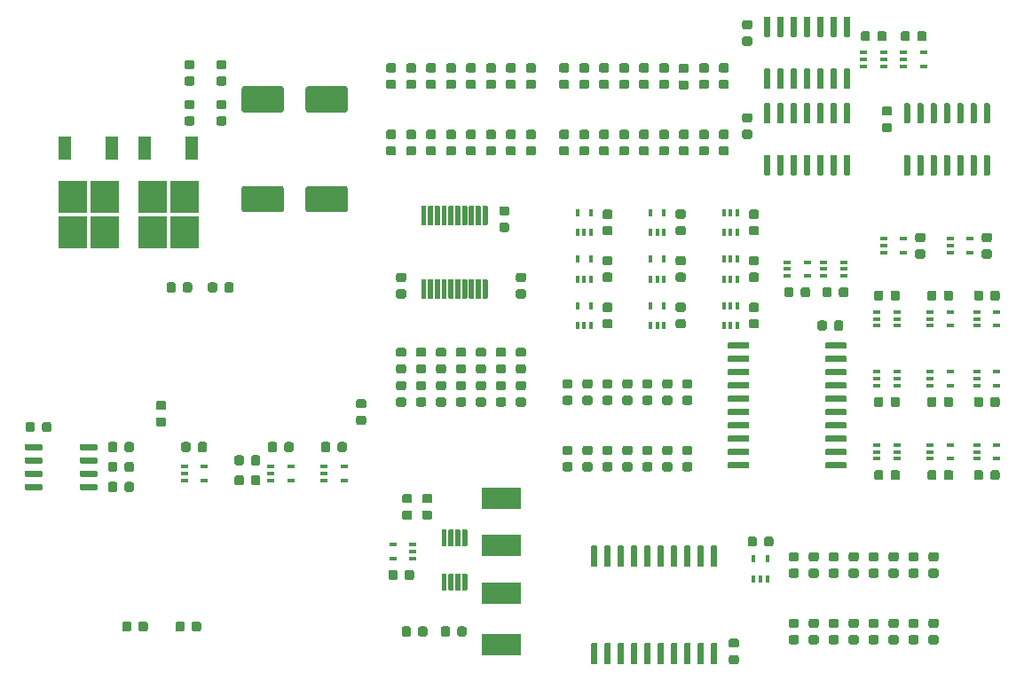
<source format=gbr>
G04 #@! TF.GenerationSoftware,KiCad,Pcbnew,(5.1.5)-3*
G04 #@! TF.CreationDate,2020-06-11T14:47:42+02:00*
G04 #@! TF.ProjectId,SA-ADC,53412d41-4443-42e6-9b69-6361645f7063,v0.1*
G04 #@! TF.SameCoordinates,Original*
G04 #@! TF.FileFunction,Paste,Top*
G04 #@! TF.FilePolarity,Positive*
%FSLAX46Y46*%
G04 Gerber Fmt 4.6, Leading zero omitted, Abs format (unit mm)*
G04 Created by KiCad (PCBNEW (5.1.5)-3) date 2020-06-11 14:47:42*
%MOMM*%
%LPD*%
G04 APERTURE LIST*
%ADD10R,0.400000X0.650000*%
%ADD11R,3.800000X2.000000*%
%ADD12C,0.100000*%
%ADD13R,0.650000X0.400000*%
%ADD14R,1.200000X2.200000*%
%ADD15R,2.750000X3.050000*%
G04 APERTURE END LIST*
D10*
X162862500Y-66042500D03*
X164162500Y-66042500D03*
X163512500Y-67942500D03*
X163512500Y-66042500D03*
X164162500Y-67942500D03*
X162862500Y-67942500D03*
D11*
X141605000Y-107315000D03*
D12*
G36*
X174065191Y-76361053D02*
G01*
X174086426Y-76364203D01*
X174107250Y-76369419D01*
X174127462Y-76376651D01*
X174146868Y-76385830D01*
X174165281Y-76396866D01*
X174182524Y-76409654D01*
X174198430Y-76424070D01*
X174212846Y-76439976D01*
X174225634Y-76457219D01*
X174236670Y-76475632D01*
X174245849Y-76495038D01*
X174253081Y-76515250D01*
X174258297Y-76536074D01*
X174261447Y-76557309D01*
X174262500Y-76578750D01*
X174262500Y-77091250D01*
X174261447Y-77112691D01*
X174258297Y-77133926D01*
X174253081Y-77154750D01*
X174245849Y-77174962D01*
X174236670Y-77194368D01*
X174225634Y-77212781D01*
X174212846Y-77230024D01*
X174198430Y-77245930D01*
X174182524Y-77260346D01*
X174165281Y-77273134D01*
X174146868Y-77284170D01*
X174127462Y-77293349D01*
X174107250Y-77300581D01*
X174086426Y-77305797D01*
X174065191Y-77308947D01*
X174043750Y-77310000D01*
X173606250Y-77310000D01*
X173584809Y-77308947D01*
X173563574Y-77305797D01*
X173542750Y-77300581D01*
X173522538Y-77293349D01*
X173503132Y-77284170D01*
X173484719Y-77273134D01*
X173467476Y-77260346D01*
X173451570Y-77245930D01*
X173437154Y-77230024D01*
X173424366Y-77212781D01*
X173413330Y-77194368D01*
X173404151Y-77174962D01*
X173396919Y-77154750D01*
X173391703Y-77133926D01*
X173388553Y-77112691D01*
X173387500Y-77091250D01*
X173387500Y-76578750D01*
X173388553Y-76557309D01*
X173391703Y-76536074D01*
X173396919Y-76515250D01*
X173404151Y-76495038D01*
X173413330Y-76475632D01*
X173424366Y-76457219D01*
X173437154Y-76439976D01*
X173451570Y-76424070D01*
X173467476Y-76409654D01*
X173484719Y-76396866D01*
X173503132Y-76385830D01*
X173522538Y-76376651D01*
X173542750Y-76369419D01*
X173563574Y-76364203D01*
X173584809Y-76361053D01*
X173606250Y-76360000D01*
X174043750Y-76360000D01*
X174065191Y-76361053D01*
G37*
G36*
X172490191Y-76361053D02*
G01*
X172511426Y-76364203D01*
X172532250Y-76369419D01*
X172552462Y-76376651D01*
X172571868Y-76385830D01*
X172590281Y-76396866D01*
X172607524Y-76409654D01*
X172623430Y-76424070D01*
X172637846Y-76439976D01*
X172650634Y-76457219D01*
X172661670Y-76475632D01*
X172670849Y-76495038D01*
X172678081Y-76515250D01*
X172683297Y-76536074D01*
X172686447Y-76557309D01*
X172687500Y-76578750D01*
X172687500Y-77091250D01*
X172686447Y-77112691D01*
X172683297Y-77133926D01*
X172678081Y-77154750D01*
X172670849Y-77174962D01*
X172661670Y-77194368D01*
X172650634Y-77212781D01*
X172637846Y-77230024D01*
X172623430Y-77245930D01*
X172607524Y-77260346D01*
X172590281Y-77273134D01*
X172571868Y-77284170D01*
X172552462Y-77293349D01*
X172532250Y-77300581D01*
X172511426Y-77305797D01*
X172490191Y-77308947D01*
X172468750Y-77310000D01*
X172031250Y-77310000D01*
X172009809Y-77308947D01*
X171988574Y-77305797D01*
X171967750Y-77300581D01*
X171947538Y-77293349D01*
X171928132Y-77284170D01*
X171909719Y-77273134D01*
X171892476Y-77260346D01*
X171876570Y-77245930D01*
X171862154Y-77230024D01*
X171849366Y-77212781D01*
X171838330Y-77194368D01*
X171829151Y-77174962D01*
X171821919Y-77154750D01*
X171816703Y-77133926D01*
X171813553Y-77112691D01*
X171812500Y-77091250D01*
X171812500Y-76578750D01*
X171813553Y-76557309D01*
X171816703Y-76536074D01*
X171821919Y-76515250D01*
X171829151Y-76495038D01*
X171838330Y-76475632D01*
X171849366Y-76457219D01*
X171862154Y-76439976D01*
X171876570Y-76424070D01*
X171892476Y-76409654D01*
X171909719Y-76396866D01*
X171928132Y-76385830D01*
X171947538Y-76376651D01*
X171967750Y-76369419D01*
X171988574Y-76364203D01*
X172009809Y-76361053D01*
X172031250Y-76360000D01*
X172468750Y-76360000D01*
X172490191Y-76361053D01*
G37*
D13*
X178115000Y-50785000D03*
X178115000Y-52085000D03*
X176215000Y-51435000D03*
X178115000Y-51435000D03*
X176215000Y-52085000D03*
X176215000Y-50785000D03*
D12*
G36*
X169822691Y-98471053D02*
G01*
X169843926Y-98474203D01*
X169864750Y-98479419D01*
X169884962Y-98486651D01*
X169904368Y-98495830D01*
X169922781Y-98506866D01*
X169940024Y-98519654D01*
X169955930Y-98534070D01*
X169970346Y-98549976D01*
X169983134Y-98567219D01*
X169994170Y-98585632D01*
X170003349Y-98605038D01*
X170010581Y-98625250D01*
X170015797Y-98646074D01*
X170018947Y-98667309D01*
X170020000Y-98688750D01*
X170020000Y-99126250D01*
X170018947Y-99147691D01*
X170015797Y-99168926D01*
X170010581Y-99189750D01*
X170003349Y-99209962D01*
X169994170Y-99229368D01*
X169983134Y-99247781D01*
X169970346Y-99265024D01*
X169955930Y-99280930D01*
X169940024Y-99295346D01*
X169922781Y-99308134D01*
X169904368Y-99319170D01*
X169884962Y-99328349D01*
X169864750Y-99335581D01*
X169843926Y-99340797D01*
X169822691Y-99343947D01*
X169801250Y-99345000D01*
X169288750Y-99345000D01*
X169267309Y-99343947D01*
X169246074Y-99340797D01*
X169225250Y-99335581D01*
X169205038Y-99328349D01*
X169185632Y-99319170D01*
X169167219Y-99308134D01*
X169149976Y-99295346D01*
X169134070Y-99280930D01*
X169119654Y-99265024D01*
X169106866Y-99247781D01*
X169095830Y-99229368D01*
X169086651Y-99209962D01*
X169079419Y-99189750D01*
X169074203Y-99168926D01*
X169071053Y-99147691D01*
X169070000Y-99126250D01*
X169070000Y-98688750D01*
X169071053Y-98667309D01*
X169074203Y-98646074D01*
X169079419Y-98625250D01*
X169086651Y-98605038D01*
X169095830Y-98585632D01*
X169106866Y-98567219D01*
X169119654Y-98549976D01*
X169134070Y-98534070D01*
X169149976Y-98519654D01*
X169167219Y-98506866D01*
X169185632Y-98495830D01*
X169205038Y-98486651D01*
X169225250Y-98479419D01*
X169246074Y-98474203D01*
X169267309Y-98471053D01*
X169288750Y-98470000D01*
X169801250Y-98470000D01*
X169822691Y-98471053D01*
G37*
G36*
X169822691Y-100046053D02*
G01*
X169843926Y-100049203D01*
X169864750Y-100054419D01*
X169884962Y-100061651D01*
X169904368Y-100070830D01*
X169922781Y-100081866D01*
X169940024Y-100094654D01*
X169955930Y-100109070D01*
X169970346Y-100124976D01*
X169983134Y-100142219D01*
X169994170Y-100160632D01*
X170003349Y-100180038D01*
X170010581Y-100200250D01*
X170015797Y-100221074D01*
X170018947Y-100242309D01*
X170020000Y-100263750D01*
X170020000Y-100701250D01*
X170018947Y-100722691D01*
X170015797Y-100743926D01*
X170010581Y-100764750D01*
X170003349Y-100784962D01*
X169994170Y-100804368D01*
X169983134Y-100822781D01*
X169970346Y-100840024D01*
X169955930Y-100855930D01*
X169940024Y-100870346D01*
X169922781Y-100883134D01*
X169904368Y-100894170D01*
X169884962Y-100903349D01*
X169864750Y-100910581D01*
X169843926Y-100915797D01*
X169822691Y-100918947D01*
X169801250Y-100920000D01*
X169288750Y-100920000D01*
X169267309Y-100918947D01*
X169246074Y-100915797D01*
X169225250Y-100910581D01*
X169205038Y-100903349D01*
X169185632Y-100894170D01*
X169167219Y-100883134D01*
X169149976Y-100870346D01*
X169134070Y-100855930D01*
X169119654Y-100840024D01*
X169106866Y-100822781D01*
X169095830Y-100804368D01*
X169086651Y-100784962D01*
X169079419Y-100764750D01*
X169074203Y-100743926D01*
X169071053Y-100722691D01*
X169070000Y-100701250D01*
X169070000Y-100263750D01*
X169071053Y-100242309D01*
X169074203Y-100221074D01*
X169079419Y-100200250D01*
X169086651Y-100180038D01*
X169095830Y-100160632D01*
X169106866Y-100142219D01*
X169119654Y-100124976D01*
X169134070Y-100109070D01*
X169149976Y-100094654D01*
X169167219Y-100081866D01*
X169185632Y-100070830D01*
X169205038Y-100061651D01*
X169225250Y-100054419D01*
X169246074Y-100049203D01*
X169267309Y-100046053D01*
X169288750Y-100045000D01*
X169801250Y-100045000D01*
X169822691Y-100046053D01*
G37*
G36*
X181252691Y-104821053D02*
G01*
X181273926Y-104824203D01*
X181294750Y-104829419D01*
X181314962Y-104836651D01*
X181334368Y-104845830D01*
X181352781Y-104856866D01*
X181370024Y-104869654D01*
X181385930Y-104884070D01*
X181400346Y-104899976D01*
X181413134Y-104917219D01*
X181424170Y-104935632D01*
X181433349Y-104955038D01*
X181440581Y-104975250D01*
X181445797Y-104996074D01*
X181448947Y-105017309D01*
X181450000Y-105038750D01*
X181450000Y-105476250D01*
X181448947Y-105497691D01*
X181445797Y-105518926D01*
X181440581Y-105539750D01*
X181433349Y-105559962D01*
X181424170Y-105579368D01*
X181413134Y-105597781D01*
X181400346Y-105615024D01*
X181385930Y-105630930D01*
X181370024Y-105645346D01*
X181352781Y-105658134D01*
X181334368Y-105669170D01*
X181314962Y-105678349D01*
X181294750Y-105685581D01*
X181273926Y-105690797D01*
X181252691Y-105693947D01*
X181231250Y-105695000D01*
X180718750Y-105695000D01*
X180697309Y-105693947D01*
X180676074Y-105690797D01*
X180655250Y-105685581D01*
X180635038Y-105678349D01*
X180615632Y-105669170D01*
X180597219Y-105658134D01*
X180579976Y-105645346D01*
X180564070Y-105630930D01*
X180549654Y-105615024D01*
X180536866Y-105597781D01*
X180525830Y-105579368D01*
X180516651Y-105559962D01*
X180509419Y-105539750D01*
X180504203Y-105518926D01*
X180501053Y-105497691D01*
X180500000Y-105476250D01*
X180500000Y-105038750D01*
X180501053Y-105017309D01*
X180504203Y-104996074D01*
X180509419Y-104975250D01*
X180516651Y-104955038D01*
X180525830Y-104935632D01*
X180536866Y-104917219D01*
X180549654Y-104899976D01*
X180564070Y-104884070D01*
X180579976Y-104869654D01*
X180597219Y-104856866D01*
X180615632Y-104845830D01*
X180635038Y-104836651D01*
X180655250Y-104829419D01*
X180676074Y-104824203D01*
X180697309Y-104821053D01*
X180718750Y-104820000D01*
X181231250Y-104820000D01*
X181252691Y-104821053D01*
G37*
G36*
X181252691Y-106396053D02*
G01*
X181273926Y-106399203D01*
X181294750Y-106404419D01*
X181314962Y-106411651D01*
X181334368Y-106420830D01*
X181352781Y-106431866D01*
X181370024Y-106444654D01*
X181385930Y-106459070D01*
X181400346Y-106474976D01*
X181413134Y-106492219D01*
X181424170Y-106510632D01*
X181433349Y-106530038D01*
X181440581Y-106550250D01*
X181445797Y-106571074D01*
X181448947Y-106592309D01*
X181450000Y-106613750D01*
X181450000Y-107051250D01*
X181448947Y-107072691D01*
X181445797Y-107093926D01*
X181440581Y-107114750D01*
X181433349Y-107134962D01*
X181424170Y-107154368D01*
X181413134Y-107172781D01*
X181400346Y-107190024D01*
X181385930Y-107205930D01*
X181370024Y-107220346D01*
X181352781Y-107233134D01*
X181334368Y-107244170D01*
X181314962Y-107253349D01*
X181294750Y-107260581D01*
X181273926Y-107265797D01*
X181252691Y-107268947D01*
X181231250Y-107270000D01*
X180718750Y-107270000D01*
X180697309Y-107268947D01*
X180676074Y-107265797D01*
X180655250Y-107260581D01*
X180635038Y-107253349D01*
X180615632Y-107244170D01*
X180597219Y-107233134D01*
X180579976Y-107220346D01*
X180564070Y-107205930D01*
X180549654Y-107190024D01*
X180536866Y-107172781D01*
X180525830Y-107154368D01*
X180516651Y-107134962D01*
X180509419Y-107114750D01*
X180504203Y-107093926D01*
X180501053Y-107072691D01*
X180500000Y-107051250D01*
X180500000Y-106613750D01*
X180501053Y-106592309D01*
X180504203Y-106571074D01*
X180509419Y-106550250D01*
X180516651Y-106530038D01*
X180525830Y-106510632D01*
X180536866Y-106492219D01*
X180549654Y-106474976D01*
X180564070Y-106459070D01*
X180579976Y-106444654D01*
X180597219Y-106431866D01*
X180615632Y-106420830D01*
X180635038Y-106411651D01*
X180655250Y-106404419D01*
X180676074Y-106399203D01*
X180697309Y-106396053D01*
X180718750Y-106395000D01*
X181231250Y-106395000D01*
X181252691Y-106396053D01*
G37*
G36*
X144740191Y-53373553D02*
G01*
X144761426Y-53376703D01*
X144782250Y-53381919D01*
X144802462Y-53389151D01*
X144821868Y-53398330D01*
X144840281Y-53409366D01*
X144857524Y-53422154D01*
X144873430Y-53436570D01*
X144887846Y-53452476D01*
X144900634Y-53469719D01*
X144911670Y-53488132D01*
X144920849Y-53507538D01*
X144928081Y-53527750D01*
X144933297Y-53548574D01*
X144936447Y-53569809D01*
X144937500Y-53591250D01*
X144937500Y-54028750D01*
X144936447Y-54050191D01*
X144933297Y-54071426D01*
X144928081Y-54092250D01*
X144920849Y-54112462D01*
X144911670Y-54131868D01*
X144900634Y-54150281D01*
X144887846Y-54167524D01*
X144873430Y-54183430D01*
X144857524Y-54197846D01*
X144840281Y-54210634D01*
X144821868Y-54221670D01*
X144802462Y-54230849D01*
X144782250Y-54238081D01*
X144761426Y-54243297D01*
X144740191Y-54246447D01*
X144718750Y-54247500D01*
X144206250Y-54247500D01*
X144184809Y-54246447D01*
X144163574Y-54243297D01*
X144142750Y-54238081D01*
X144122538Y-54230849D01*
X144103132Y-54221670D01*
X144084719Y-54210634D01*
X144067476Y-54197846D01*
X144051570Y-54183430D01*
X144037154Y-54167524D01*
X144024366Y-54150281D01*
X144013330Y-54131868D01*
X144004151Y-54112462D01*
X143996919Y-54092250D01*
X143991703Y-54071426D01*
X143988553Y-54050191D01*
X143987500Y-54028750D01*
X143987500Y-53591250D01*
X143988553Y-53569809D01*
X143991703Y-53548574D01*
X143996919Y-53527750D01*
X144004151Y-53507538D01*
X144013330Y-53488132D01*
X144024366Y-53469719D01*
X144037154Y-53452476D01*
X144051570Y-53436570D01*
X144067476Y-53422154D01*
X144084719Y-53409366D01*
X144103132Y-53398330D01*
X144122538Y-53389151D01*
X144142750Y-53381919D01*
X144163574Y-53376703D01*
X144184809Y-53373553D01*
X144206250Y-53372500D01*
X144718750Y-53372500D01*
X144740191Y-53373553D01*
G37*
G36*
X144740191Y-51798553D02*
G01*
X144761426Y-51801703D01*
X144782250Y-51806919D01*
X144802462Y-51814151D01*
X144821868Y-51823330D01*
X144840281Y-51834366D01*
X144857524Y-51847154D01*
X144873430Y-51861570D01*
X144887846Y-51877476D01*
X144900634Y-51894719D01*
X144911670Y-51913132D01*
X144920849Y-51932538D01*
X144928081Y-51952750D01*
X144933297Y-51973574D01*
X144936447Y-51994809D01*
X144937500Y-52016250D01*
X144937500Y-52453750D01*
X144936447Y-52475191D01*
X144933297Y-52496426D01*
X144928081Y-52517250D01*
X144920849Y-52537462D01*
X144911670Y-52556868D01*
X144900634Y-52575281D01*
X144887846Y-52592524D01*
X144873430Y-52608430D01*
X144857524Y-52622846D01*
X144840281Y-52635634D01*
X144821868Y-52646670D01*
X144802462Y-52655849D01*
X144782250Y-52663081D01*
X144761426Y-52668297D01*
X144740191Y-52671447D01*
X144718750Y-52672500D01*
X144206250Y-52672500D01*
X144184809Y-52671447D01*
X144163574Y-52668297D01*
X144142750Y-52663081D01*
X144122538Y-52655849D01*
X144103132Y-52646670D01*
X144084719Y-52635634D01*
X144067476Y-52622846D01*
X144051570Y-52608430D01*
X144037154Y-52592524D01*
X144024366Y-52575281D01*
X144013330Y-52556868D01*
X144004151Y-52537462D01*
X143996919Y-52517250D01*
X143991703Y-52496426D01*
X143988553Y-52475191D01*
X143987500Y-52453750D01*
X143987500Y-52016250D01*
X143988553Y-51994809D01*
X143991703Y-51973574D01*
X143996919Y-51952750D01*
X144004151Y-51932538D01*
X144013330Y-51913132D01*
X144024366Y-51894719D01*
X144037154Y-51877476D01*
X144051570Y-51861570D01*
X144067476Y-51847154D01*
X144084719Y-51834366D01*
X144103132Y-51823330D01*
X144122538Y-51814151D01*
X144142750Y-51806919D01*
X144163574Y-51801703D01*
X144184809Y-51798553D01*
X144206250Y-51797500D01*
X144718750Y-51797500D01*
X144740191Y-51798553D01*
G37*
G36*
X142835191Y-53373553D02*
G01*
X142856426Y-53376703D01*
X142877250Y-53381919D01*
X142897462Y-53389151D01*
X142916868Y-53398330D01*
X142935281Y-53409366D01*
X142952524Y-53422154D01*
X142968430Y-53436570D01*
X142982846Y-53452476D01*
X142995634Y-53469719D01*
X143006670Y-53488132D01*
X143015849Y-53507538D01*
X143023081Y-53527750D01*
X143028297Y-53548574D01*
X143031447Y-53569809D01*
X143032500Y-53591250D01*
X143032500Y-54028750D01*
X143031447Y-54050191D01*
X143028297Y-54071426D01*
X143023081Y-54092250D01*
X143015849Y-54112462D01*
X143006670Y-54131868D01*
X142995634Y-54150281D01*
X142982846Y-54167524D01*
X142968430Y-54183430D01*
X142952524Y-54197846D01*
X142935281Y-54210634D01*
X142916868Y-54221670D01*
X142897462Y-54230849D01*
X142877250Y-54238081D01*
X142856426Y-54243297D01*
X142835191Y-54246447D01*
X142813750Y-54247500D01*
X142301250Y-54247500D01*
X142279809Y-54246447D01*
X142258574Y-54243297D01*
X142237750Y-54238081D01*
X142217538Y-54230849D01*
X142198132Y-54221670D01*
X142179719Y-54210634D01*
X142162476Y-54197846D01*
X142146570Y-54183430D01*
X142132154Y-54167524D01*
X142119366Y-54150281D01*
X142108330Y-54131868D01*
X142099151Y-54112462D01*
X142091919Y-54092250D01*
X142086703Y-54071426D01*
X142083553Y-54050191D01*
X142082500Y-54028750D01*
X142082500Y-53591250D01*
X142083553Y-53569809D01*
X142086703Y-53548574D01*
X142091919Y-53527750D01*
X142099151Y-53507538D01*
X142108330Y-53488132D01*
X142119366Y-53469719D01*
X142132154Y-53452476D01*
X142146570Y-53436570D01*
X142162476Y-53422154D01*
X142179719Y-53409366D01*
X142198132Y-53398330D01*
X142217538Y-53389151D01*
X142237750Y-53381919D01*
X142258574Y-53376703D01*
X142279809Y-53373553D01*
X142301250Y-53372500D01*
X142813750Y-53372500D01*
X142835191Y-53373553D01*
G37*
G36*
X142835191Y-51798553D02*
G01*
X142856426Y-51801703D01*
X142877250Y-51806919D01*
X142897462Y-51814151D01*
X142916868Y-51823330D01*
X142935281Y-51834366D01*
X142952524Y-51847154D01*
X142968430Y-51861570D01*
X142982846Y-51877476D01*
X142995634Y-51894719D01*
X143006670Y-51913132D01*
X143015849Y-51932538D01*
X143023081Y-51952750D01*
X143028297Y-51973574D01*
X143031447Y-51994809D01*
X143032500Y-52016250D01*
X143032500Y-52453750D01*
X143031447Y-52475191D01*
X143028297Y-52496426D01*
X143023081Y-52517250D01*
X143015849Y-52537462D01*
X143006670Y-52556868D01*
X142995634Y-52575281D01*
X142982846Y-52592524D01*
X142968430Y-52608430D01*
X142952524Y-52622846D01*
X142935281Y-52635634D01*
X142916868Y-52646670D01*
X142897462Y-52655849D01*
X142877250Y-52663081D01*
X142856426Y-52668297D01*
X142835191Y-52671447D01*
X142813750Y-52672500D01*
X142301250Y-52672500D01*
X142279809Y-52671447D01*
X142258574Y-52668297D01*
X142237750Y-52663081D01*
X142217538Y-52655849D01*
X142198132Y-52646670D01*
X142179719Y-52635634D01*
X142162476Y-52622846D01*
X142146570Y-52608430D01*
X142132154Y-52592524D01*
X142119366Y-52575281D01*
X142108330Y-52556868D01*
X142099151Y-52537462D01*
X142091919Y-52517250D01*
X142086703Y-52496426D01*
X142083553Y-52475191D01*
X142082500Y-52453750D01*
X142082500Y-52016250D01*
X142083553Y-51994809D01*
X142086703Y-51973574D01*
X142091919Y-51952750D01*
X142099151Y-51932538D01*
X142108330Y-51913132D01*
X142119366Y-51894719D01*
X142132154Y-51877476D01*
X142146570Y-51861570D01*
X142162476Y-51847154D01*
X142179719Y-51834366D01*
X142198132Y-51823330D01*
X142217538Y-51814151D01*
X142237750Y-51806919D01*
X142258574Y-51801703D01*
X142279809Y-51798553D01*
X142301250Y-51797500D01*
X142813750Y-51797500D01*
X142835191Y-51798553D01*
G37*
G36*
X142835191Y-58148553D02*
G01*
X142856426Y-58151703D01*
X142877250Y-58156919D01*
X142897462Y-58164151D01*
X142916868Y-58173330D01*
X142935281Y-58184366D01*
X142952524Y-58197154D01*
X142968430Y-58211570D01*
X142982846Y-58227476D01*
X142995634Y-58244719D01*
X143006670Y-58263132D01*
X143015849Y-58282538D01*
X143023081Y-58302750D01*
X143028297Y-58323574D01*
X143031447Y-58344809D01*
X143032500Y-58366250D01*
X143032500Y-58803750D01*
X143031447Y-58825191D01*
X143028297Y-58846426D01*
X143023081Y-58867250D01*
X143015849Y-58887462D01*
X143006670Y-58906868D01*
X142995634Y-58925281D01*
X142982846Y-58942524D01*
X142968430Y-58958430D01*
X142952524Y-58972846D01*
X142935281Y-58985634D01*
X142916868Y-58996670D01*
X142897462Y-59005849D01*
X142877250Y-59013081D01*
X142856426Y-59018297D01*
X142835191Y-59021447D01*
X142813750Y-59022500D01*
X142301250Y-59022500D01*
X142279809Y-59021447D01*
X142258574Y-59018297D01*
X142237750Y-59013081D01*
X142217538Y-59005849D01*
X142198132Y-58996670D01*
X142179719Y-58985634D01*
X142162476Y-58972846D01*
X142146570Y-58958430D01*
X142132154Y-58942524D01*
X142119366Y-58925281D01*
X142108330Y-58906868D01*
X142099151Y-58887462D01*
X142091919Y-58867250D01*
X142086703Y-58846426D01*
X142083553Y-58825191D01*
X142082500Y-58803750D01*
X142082500Y-58366250D01*
X142083553Y-58344809D01*
X142086703Y-58323574D01*
X142091919Y-58302750D01*
X142099151Y-58282538D01*
X142108330Y-58263132D01*
X142119366Y-58244719D01*
X142132154Y-58227476D01*
X142146570Y-58211570D01*
X142162476Y-58197154D01*
X142179719Y-58184366D01*
X142198132Y-58173330D01*
X142217538Y-58164151D01*
X142237750Y-58156919D01*
X142258574Y-58151703D01*
X142279809Y-58148553D01*
X142301250Y-58147500D01*
X142813750Y-58147500D01*
X142835191Y-58148553D01*
G37*
G36*
X142835191Y-59723553D02*
G01*
X142856426Y-59726703D01*
X142877250Y-59731919D01*
X142897462Y-59739151D01*
X142916868Y-59748330D01*
X142935281Y-59759366D01*
X142952524Y-59772154D01*
X142968430Y-59786570D01*
X142982846Y-59802476D01*
X142995634Y-59819719D01*
X143006670Y-59838132D01*
X143015849Y-59857538D01*
X143023081Y-59877750D01*
X143028297Y-59898574D01*
X143031447Y-59919809D01*
X143032500Y-59941250D01*
X143032500Y-60378750D01*
X143031447Y-60400191D01*
X143028297Y-60421426D01*
X143023081Y-60442250D01*
X143015849Y-60462462D01*
X143006670Y-60481868D01*
X142995634Y-60500281D01*
X142982846Y-60517524D01*
X142968430Y-60533430D01*
X142952524Y-60547846D01*
X142935281Y-60560634D01*
X142916868Y-60571670D01*
X142897462Y-60580849D01*
X142877250Y-60588081D01*
X142856426Y-60593297D01*
X142835191Y-60596447D01*
X142813750Y-60597500D01*
X142301250Y-60597500D01*
X142279809Y-60596447D01*
X142258574Y-60593297D01*
X142237750Y-60588081D01*
X142217538Y-60580849D01*
X142198132Y-60571670D01*
X142179719Y-60560634D01*
X142162476Y-60547846D01*
X142146570Y-60533430D01*
X142132154Y-60517524D01*
X142119366Y-60500281D01*
X142108330Y-60481868D01*
X142099151Y-60462462D01*
X142091919Y-60442250D01*
X142086703Y-60421426D01*
X142083553Y-60400191D01*
X142082500Y-60378750D01*
X142082500Y-59941250D01*
X142083553Y-59919809D01*
X142086703Y-59898574D01*
X142091919Y-59877750D01*
X142099151Y-59857538D01*
X142108330Y-59838132D01*
X142119366Y-59819719D01*
X142132154Y-59802476D01*
X142146570Y-59786570D01*
X142162476Y-59772154D01*
X142179719Y-59759366D01*
X142198132Y-59748330D01*
X142217538Y-59739151D01*
X142237750Y-59731919D01*
X142258574Y-59726703D01*
X142279809Y-59723553D01*
X142301250Y-59722500D01*
X142813750Y-59722500D01*
X142835191Y-59723553D01*
G37*
G36*
X167169703Y-55605722D02*
G01*
X167184264Y-55607882D01*
X167198543Y-55611459D01*
X167212403Y-55616418D01*
X167225710Y-55622712D01*
X167238336Y-55630280D01*
X167250159Y-55639048D01*
X167261066Y-55648934D01*
X167270952Y-55659841D01*
X167279720Y-55671664D01*
X167287288Y-55684290D01*
X167293582Y-55697597D01*
X167298541Y-55711457D01*
X167302118Y-55725736D01*
X167304278Y-55740297D01*
X167305000Y-55755000D01*
X167305000Y-57405000D01*
X167304278Y-57419703D01*
X167302118Y-57434264D01*
X167298541Y-57448543D01*
X167293582Y-57462403D01*
X167287288Y-57475710D01*
X167279720Y-57488336D01*
X167270952Y-57500159D01*
X167261066Y-57511066D01*
X167250159Y-57520952D01*
X167238336Y-57529720D01*
X167225710Y-57537288D01*
X167212403Y-57543582D01*
X167198543Y-57548541D01*
X167184264Y-57552118D01*
X167169703Y-57554278D01*
X167155000Y-57555000D01*
X166855000Y-57555000D01*
X166840297Y-57554278D01*
X166825736Y-57552118D01*
X166811457Y-57548541D01*
X166797597Y-57543582D01*
X166784290Y-57537288D01*
X166771664Y-57529720D01*
X166759841Y-57520952D01*
X166748934Y-57511066D01*
X166739048Y-57500159D01*
X166730280Y-57488336D01*
X166722712Y-57475710D01*
X166716418Y-57462403D01*
X166711459Y-57448543D01*
X166707882Y-57434264D01*
X166705722Y-57419703D01*
X166705000Y-57405000D01*
X166705000Y-55755000D01*
X166705722Y-55740297D01*
X166707882Y-55725736D01*
X166711459Y-55711457D01*
X166716418Y-55697597D01*
X166722712Y-55684290D01*
X166730280Y-55671664D01*
X166739048Y-55659841D01*
X166748934Y-55648934D01*
X166759841Y-55639048D01*
X166771664Y-55630280D01*
X166784290Y-55622712D01*
X166797597Y-55616418D01*
X166811457Y-55611459D01*
X166825736Y-55607882D01*
X166840297Y-55605722D01*
X166855000Y-55605000D01*
X167155000Y-55605000D01*
X167169703Y-55605722D01*
G37*
G36*
X168439703Y-55605722D02*
G01*
X168454264Y-55607882D01*
X168468543Y-55611459D01*
X168482403Y-55616418D01*
X168495710Y-55622712D01*
X168508336Y-55630280D01*
X168520159Y-55639048D01*
X168531066Y-55648934D01*
X168540952Y-55659841D01*
X168549720Y-55671664D01*
X168557288Y-55684290D01*
X168563582Y-55697597D01*
X168568541Y-55711457D01*
X168572118Y-55725736D01*
X168574278Y-55740297D01*
X168575000Y-55755000D01*
X168575000Y-57405000D01*
X168574278Y-57419703D01*
X168572118Y-57434264D01*
X168568541Y-57448543D01*
X168563582Y-57462403D01*
X168557288Y-57475710D01*
X168549720Y-57488336D01*
X168540952Y-57500159D01*
X168531066Y-57511066D01*
X168520159Y-57520952D01*
X168508336Y-57529720D01*
X168495710Y-57537288D01*
X168482403Y-57543582D01*
X168468543Y-57548541D01*
X168454264Y-57552118D01*
X168439703Y-57554278D01*
X168425000Y-57555000D01*
X168125000Y-57555000D01*
X168110297Y-57554278D01*
X168095736Y-57552118D01*
X168081457Y-57548541D01*
X168067597Y-57543582D01*
X168054290Y-57537288D01*
X168041664Y-57529720D01*
X168029841Y-57520952D01*
X168018934Y-57511066D01*
X168009048Y-57500159D01*
X168000280Y-57488336D01*
X167992712Y-57475710D01*
X167986418Y-57462403D01*
X167981459Y-57448543D01*
X167977882Y-57434264D01*
X167975722Y-57419703D01*
X167975000Y-57405000D01*
X167975000Y-55755000D01*
X167975722Y-55740297D01*
X167977882Y-55725736D01*
X167981459Y-55711457D01*
X167986418Y-55697597D01*
X167992712Y-55684290D01*
X168000280Y-55671664D01*
X168009048Y-55659841D01*
X168018934Y-55648934D01*
X168029841Y-55639048D01*
X168041664Y-55630280D01*
X168054290Y-55622712D01*
X168067597Y-55616418D01*
X168081457Y-55611459D01*
X168095736Y-55607882D01*
X168110297Y-55605722D01*
X168125000Y-55605000D01*
X168425000Y-55605000D01*
X168439703Y-55605722D01*
G37*
G36*
X169709703Y-55605722D02*
G01*
X169724264Y-55607882D01*
X169738543Y-55611459D01*
X169752403Y-55616418D01*
X169765710Y-55622712D01*
X169778336Y-55630280D01*
X169790159Y-55639048D01*
X169801066Y-55648934D01*
X169810952Y-55659841D01*
X169819720Y-55671664D01*
X169827288Y-55684290D01*
X169833582Y-55697597D01*
X169838541Y-55711457D01*
X169842118Y-55725736D01*
X169844278Y-55740297D01*
X169845000Y-55755000D01*
X169845000Y-57405000D01*
X169844278Y-57419703D01*
X169842118Y-57434264D01*
X169838541Y-57448543D01*
X169833582Y-57462403D01*
X169827288Y-57475710D01*
X169819720Y-57488336D01*
X169810952Y-57500159D01*
X169801066Y-57511066D01*
X169790159Y-57520952D01*
X169778336Y-57529720D01*
X169765710Y-57537288D01*
X169752403Y-57543582D01*
X169738543Y-57548541D01*
X169724264Y-57552118D01*
X169709703Y-57554278D01*
X169695000Y-57555000D01*
X169395000Y-57555000D01*
X169380297Y-57554278D01*
X169365736Y-57552118D01*
X169351457Y-57548541D01*
X169337597Y-57543582D01*
X169324290Y-57537288D01*
X169311664Y-57529720D01*
X169299841Y-57520952D01*
X169288934Y-57511066D01*
X169279048Y-57500159D01*
X169270280Y-57488336D01*
X169262712Y-57475710D01*
X169256418Y-57462403D01*
X169251459Y-57448543D01*
X169247882Y-57434264D01*
X169245722Y-57419703D01*
X169245000Y-57405000D01*
X169245000Y-55755000D01*
X169245722Y-55740297D01*
X169247882Y-55725736D01*
X169251459Y-55711457D01*
X169256418Y-55697597D01*
X169262712Y-55684290D01*
X169270280Y-55671664D01*
X169279048Y-55659841D01*
X169288934Y-55648934D01*
X169299841Y-55639048D01*
X169311664Y-55630280D01*
X169324290Y-55622712D01*
X169337597Y-55616418D01*
X169351457Y-55611459D01*
X169365736Y-55607882D01*
X169380297Y-55605722D01*
X169395000Y-55605000D01*
X169695000Y-55605000D01*
X169709703Y-55605722D01*
G37*
G36*
X170979703Y-55605722D02*
G01*
X170994264Y-55607882D01*
X171008543Y-55611459D01*
X171022403Y-55616418D01*
X171035710Y-55622712D01*
X171048336Y-55630280D01*
X171060159Y-55639048D01*
X171071066Y-55648934D01*
X171080952Y-55659841D01*
X171089720Y-55671664D01*
X171097288Y-55684290D01*
X171103582Y-55697597D01*
X171108541Y-55711457D01*
X171112118Y-55725736D01*
X171114278Y-55740297D01*
X171115000Y-55755000D01*
X171115000Y-57405000D01*
X171114278Y-57419703D01*
X171112118Y-57434264D01*
X171108541Y-57448543D01*
X171103582Y-57462403D01*
X171097288Y-57475710D01*
X171089720Y-57488336D01*
X171080952Y-57500159D01*
X171071066Y-57511066D01*
X171060159Y-57520952D01*
X171048336Y-57529720D01*
X171035710Y-57537288D01*
X171022403Y-57543582D01*
X171008543Y-57548541D01*
X170994264Y-57552118D01*
X170979703Y-57554278D01*
X170965000Y-57555000D01*
X170665000Y-57555000D01*
X170650297Y-57554278D01*
X170635736Y-57552118D01*
X170621457Y-57548541D01*
X170607597Y-57543582D01*
X170594290Y-57537288D01*
X170581664Y-57529720D01*
X170569841Y-57520952D01*
X170558934Y-57511066D01*
X170549048Y-57500159D01*
X170540280Y-57488336D01*
X170532712Y-57475710D01*
X170526418Y-57462403D01*
X170521459Y-57448543D01*
X170517882Y-57434264D01*
X170515722Y-57419703D01*
X170515000Y-57405000D01*
X170515000Y-55755000D01*
X170515722Y-55740297D01*
X170517882Y-55725736D01*
X170521459Y-55711457D01*
X170526418Y-55697597D01*
X170532712Y-55684290D01*
X170540280Y-55671664D01*
X170549048Y-55659841D01*
X170558934Y-55648934D01*
X170569841Y-55639048D01*
X170581664Y-55630280D01*
X170594290Y-55622712D01*
X170607597Y-55616418D01*
X170621457Y-55611459D01*
X170635736Y-55607882D01*
X170650297Y-55605722D01*
X170665000Y-55605000D01*
X170965000Y-55605000D01*
X170979703Y-55605722D01*
G37*
G36*
X172249703Y-55605722D02*
G01*
X172264264Y-55607882D01*
X172278543Y-55611459D01*
X172292403Y-55616418D01*
X172305710Y-55622712D01*
X172318336Y-55630280D01*
X172330159Y-55639048D01*
X172341066Y-55648934D01*
X172350952Y-55659841D01*
X172359720Y-55671664D01*
X172367288Y-55684290D01*
X172373582Y-55697597D01*
X172378541Y-55711457D01*
X172382118Y-55725736D01*
X172384278Y-55740297D01*
X172385000Y-55755000D01*
X172385000Y-57405000D01*
X172384278Y-57419703D01*
X172382118Y-57434264D01*
X172378541Y-57448543D01*
X172373582Y-57462403D01*
X172367288Y-57475710D01*
X172359720Y-57488336D01*
X172350952Y-57500159D01*
X172341066Y-57511066D01*
X172330159Y-57520952D01*
X172318336Y-57529720D01*
X172305710Y-57537288D01*
X172292403Y-57543582D01*
X172278543Y-57548541D01*
X172264264Y-57552118D01*
X172249703Y-57554278D01*
X172235000Y-57555000D01*
X171935000Y-57555000D01*
X171920297Y-57554278D01*
X171905736Y-57552118D01*
X171891457Y-57548541D01*
X171877597Y-57543582D01*
X171864290Y-57537288D01*
X171851664Y-57529720D01*
X171839841Y-57520952D01*
X171828934Y-57511066D01*
X171819048Y-57500159D01*
X171810280Y-57488336D01*
X171802712Y-57475710D01*
X171796418Y-57462403D01*
X171791459Y-57448543D01*
X171787882Y-57434264D01*
X171785722Y-57419703D01*
X171785000Y-57405000D01*
X171785000Y-55755000D01*
X171785722Y-55740297D01*
X171787882Y-55725736D01*
X171791459Y-55711457D01*
X171796418Y-55697597D01*
X171802712Y-55684290D01*
X171810280Y-55671664D01*
X171819048Y-55659841D01*
X171828934Y-55648934D01*
X171839841Y-55639048D01*
X171851664Y-55630280D01*
X171864290Y-55622712D01*
X171877597Y-55616418D01*
X171891457Y-55611459D01*
X171905736Y-55607882D01*
X171920297Y-55605722D01*
X171935000Y-55605000D01*
X172235000Y-55605000D01*
X172249703Y-55605722D01*
G37*
G36*
X173519703Y-55605722D02*
G01*
X173534264Y-55607882D01*
X173548543Y-55611459D01*
X173562403Y-55616418D01*
X173575710Y-55622712D01*
X173588336Y-55630280D01*
X173600159Y-55639048D01*
X173611066Y-55648934D01*
X173620952Y-55659841D01*
X173629720Y-55671664D01*
X173637288Y-55684290D01*
X173643582Y-55697597D01*
X173648541Y-55711457D01*
X173652118Y-55725736D01*
X173654278Y-55740297D01*
X173655000Y-55755000D01*
X173655000Y-57405000D01*
X173654278Y-57419703D01*
X173652118Y-57434264D01*
X173648541Y-57448543D01*
X173643582Y-57462403D01*
X173637288Y-57475710D01*
X173629720Y-57488336D01*
X173620952Y-57500159D01*
X173611066Y-57511066D01*
X173600159Y-57520952D01*
X173588336Y-57529720D01*
X173575710Y-57537288D01*
X173562403Y-57543582D01*
X173548543Y-57548541D01*
X173534264Y-57552118D01*
X173519703Y-57554278D01*
X173505000Y-57555000D01*
X173205000Y-57555000D01*
X173190297Y-57554278D01*
X173175736Y-57552118D01*
X173161457Y-57548541D01*
X173147597Y-57543582D01*
X173134290Y-57537288D01*
X173121664Y-57529720D01*
X173109841Y-57520952D01*
X173098934Y-57511066D01*
X173089048Y-57500159D01*
X173080280Y-57488336D01*
X173072712Y-57475710D01*
X173066418Y-57462403D01*
X173061459Y-57448543D01*
X173057882Y-57434264D01*
X173055722Y-57419703D01*
X173055000Y-57405000D01*
X173055000Y-55755000D01*
X173055722Y-55740297D01*
X173057882Y-55725736D01*
X173061459Y-55711457D01*
X173066418Y-55697597D01*
X173072712Y-55684290D01*
X173080280Y-55671664D01*
X173089048Y-55659841D01*
X173098934Y-55648934D01*
X173109841Y-55639048D01*
X173121664Y-55630280D01*
X173134290Y-55622712D01*
X173147597Y-55616418D01*
X173161457Y-55611459D01*
X173175736Y-55607882D01*
X173190297Y-55605722D01*
X173205000Y-55605000D01*
X173505000Y-55605000D01*
X173519703Y-55605722D01*
G37*
G36*
X174789703Y-55605722D02*
G01*
X174804264Y-55607882D01*
X174818543Y-55611459D01*
X174832403Y-55616418D01*
X174845710Y-55622712D01*
X174858336Y-55630280D01*
X174870159Y-55639048D01*
X174881066Y-55648934D01*
X174890952Y-55659841D01*
X174899720Y-55671664D01*
X174907288Y-55684290D01*
X174913582Y-55697597D01*
X174918541Y-55711457D01*
X174922118Y-55725736D01*
X174924278Y-55740297D01*
X174925000Y-55755000D01*
X174925000Y-57405000D01*
X174924278Y-57419703D01*
X174922118Y-57434264D01*
X174918541Y-57448543D01*
X174913582Y-57462403D01*
X174907288Y-57475710D01*
X174899720Y-57488336D01*
X174890952Y-57500159D01*
X174881066Y-57511066D01*
X174870159Y-57520952D01*
X174858336Y-57529720D01*
X174845710Y-57537288D01*
X174832403Y-57543582D01*
X174818543Y-57548541D01*
X174804264Y-57552118D01*
X174789703Y-57554278D01*
X174775000Y-57555000D01*
X174475000Y-57555000D01*
X174460297Y-57554278D01*
X174445736Y-57552118D01*
X174431457Y-57548541D01*
X174417597Y-57543582D01*
X174404290Y-57537288D01*
X174391664Y-57529720D01*
X174379841Y-57520952D01*
X174368934Y-57511066D01*
X174359048Y-57500159D01*
X174350280Y-57488336D01*
X174342712Y-57475710D01*
X174336418Y-57462403D01*
X174331459Y-57448543D01*
X174327882Y-57434264D01*
X174325722Y-57419703D01*
X174325000Y-57405000D01*
X174325000Y-55755000D01*
X174325722Y-55740297D01*
X174327882Y-55725736D01*
X174331459Y-55711457D01*
X174336418Y-55697597D01*
X174342712Y-55684290D01*
X174350280Y-55671664D01*
X174359048Y-55659841D01*
X174368934Y-55648934D01*
X174379841Y-55639048D01*
X174391664Y-55630280D01*
X174404290Y-55622712D01*
X174417597Y-55616418D01*
X174431457Y-55611459D01*
X174445736Y-55607882D01*
X174460297Y-55605722D01*
X174475000Y-55605000D01*
X174775000Y-55605000D01*
X174789703Y-55605722D01*
G37*
G36*
X174789703Y-60555722D02*
G01*
X174804264Y-60557882D01*
X174818543Y-60561459D01*
X174832403Y-60566418D01*
X174845710Y-60572712D01*
X174858336Y-60580280D01*
X174870159Y-60589048D01*
X174881066Y-60598934D01*
X174890952Y-60609841D01*
X174899720Y-60621664D01*
X174907288Y-60634290D01*
X174913582Y-60647597D01*
X174918541Y-60661457D01*
X174922118Y-60675736D01*
X174924278Y-60690297D01*
X174925000Y-60705000D01*
X174925000Y-62355000D01*
X174924278Y-62369703D01*
X174922118Y-62384264D01*
X174918541Y-62398543D01*
X174913582Y-62412403D01*
X174907288Y-62425710D01*
X174899720Y-62438336D01*
X174890952Y-62450159D01*
X174881066Y-62461066D01*
X174870159Y-62470952D01*
X174858336Y-62479720D01*
X174845710Y-62487288D01*
X174832403Y-62493582D01*
X174818543Y-62498541D01*
X174804264Y-62502118D01*
X174789703Y-62504278D01*
X174775000Y-62505000D01*
X174475000Y-62505000D01*
X174460297Y-62504278D01*
X174445736Y-62502118D01*
X174431457Y-62498541D01*
X174417597Y-62493582D01*
X174404290Y-62487288D01*
X174391664Y-62479720D01*
X174379841Y-62470952D01*
X174368934Y-62461066D01*
X174359048Y-62450159D01*
X174350280Y-62438336D01*
X174342712Y-62425710D01*
X174336418Y-62412403D01*
X174331459Y-62398543D01*
X174327882Y-62384264D01*
X174325722Y-62369703D01*
X174325000Y-62355000D01*
X174325000Y-60705000D01*
X174325722Y-60690297D01*
X174327882Y-60675736D01*
X174331459Y-60661457D01*
X174336418Y-60647597D01*
X174342712Y-60634290D01*
X174350280Y-60621664D01*
X174359048Y-60609841D01*
X174368934Y-60598934D01*
X174379841Y-60589048D01*
X174391664Y-60580280D01*
X174404290Y-60572712D01*
X174417597Y-60566418D01*
X174431457Y-60561459D01*
X174445736Y-60557882D01*
X174460297Y-60555722D01*
X174475000Y-60555000D01*
X174775000Y-60555000D01*
X174789703Y-60555722D01*
G37*
G36*
X173519703Y-60555722D02*
G01*
X173534264Y-60557882D01*
X173548543Y-60561459D01*
X173562403Y-60566418D01*
X173575710Y-60572712D01*
X173588336Y-60580280D01*
X173600159Y-60589048D01*
X173611066Y-60598934D01*
X173620952Y-60609841D01*
X173629720Y-60621664D01*
X173637288Y-60634290D01*
X173643582Y-60647597D01*
X173648541Y-60661457D01*
X173652118Y-60675736D01*
X173654278Y-60690297D01*
X173655000Y-60705000D01*
X173655000Y-62355000D01*
X173654278Y-62369703D01*
X173652118Y-62384264D01*
X173648541Y-62398543D01*
X173643582Y-62412403D01*
X173637288Y-62425710D01*
X173629720Y-62438336D01*
X173620952Y-62450159D01*
X173611066Y-62461066D01*
X173600159Y-62470952D01*
X173588336Y-62479720D01*
X173575710Y-62487288D01*
X173562403Y-62493582D01*
X173548543Y-62498541D01*
X173534264Y-62502118D01*
X173519703Y-62504278D01*
X173505000Y-62505000D01*
X173205000Y-62505000D01*
X173190297Y-62504278D01*
X173175736Y-62502118D01*
X173161457Y-62498541D01*
X173147597Y-62493582D01*
X173134290Y-62487288D01*
X173121664Y-62479720D01*
X173109841Y-62470952D01*
X173098934Y-62461066D01*
X173089048Y-62450159D01*
X173080280Y-62438336D01*
X173072712Y-62425710D01*
X173066418Y-62412403D01*
X173061459Y-62398543D01*
X173057882Y-62384264D01*
X173055722Y-62369703D01*
X173055000Y-62355000D01*
X173055000Y-60705000D01*
X173055722Y-60690297D01*
X173057882Y-60675736D01*
X173061459Y-60661457D01*
X173066418Y-60647597D01*
X173072712Y-60634290D01*
X173080280Y-60621664D01*
X173089048Y-60609841D01*
X173098934Y-60598934D01*
X173109841Y-60589048D01*
X173121664Y-60580280D01*
X173134290Y-60572712D01*
X173147597Y-60566418D01*
X173161457Y-60561459D01*
X173175736Y-60557882D01*
X173190297Y-60555722D01*
X173205000Y-60555000D01*
X173505000Y-60555000D01*
X173519703Y-60555722D01*
G37*
G36*
X172249703Y-60555722D02*
G01*
X172264264Y-60557882D01*
X172278543Y-60561459D01*
X172292403Y-60566418D01*
X172305710Y-60572712D01*
X172318336Y-60580280D01*
X172330159Y-60589048D01*
X172341066Y-60598934D01*
X172350952Y-60609841D01*
X172359720Y-60621664D01*
X172367288Y-60634290D01*
X172373582Y-60647597D01*
X172378541Y-60661457D01*
X172382118Y-60675736D01*
X172384278Y-60690297D01*
X172385000Y-60705000D01*
X172385000Y-62355000D01*
X172384278Y-62369703D01*
X172382118Y-62384264D01*
X172378541Y-62398543D01*
X172373582Y-62412403D01*
X172367288Y-62425710D01*
X172359720Y-62438336D01*
X172350952Y-62450159D01*
X172341066Y-62461066D01*
X172330159Y-62470952D01*
X172318336Y-62479720D01*
X172305710Y-62487288D01*
X172292403Y-62493582D01*
X172278543Y-62498541D01*
X172264264Y-62502118D01*
X172249703Y-62504278D01*
X172235000Y-62505000D01*
X171935000Y-62505000D01*
X171920297Y-62504278D01*
X171905736Y-62502118D01*
X171891457Y-62498541D01*
X171877597Y-62493582D01*
X171864290Y-62487288D01*
X171851664Y-62479720D01*
X171839841Y-62470952D01*
X171828934Y-62461066D01*
X171819048Y-62450159D01*
X171810280Y-62438336D01*
X171802712Y-62425710D01*
X171796418Y-62412403D01*
X171791459Y-62398543D01*
X171787882Y-62384264D01*
X171785722Y-62369703D01*
X171785000Y-62355000D01*
X171785000Y-60705000D01*
X171785722Y-60690297D01*
X171787882Y-60675736D01*
X171791459Y-60661457D01*
X171796418Y-60647597D01*
X171802712Y-60634290D01*
X171810280Y-60621664D01*
X171819048Y-60609841D01*
X171828934Y-60598934D01*
X171839841Y-60589048D01*
X171851664Y-60580280D01*
X171864290Y-60572712D01*
X171877597Y-60566418D01*
X171891457Y-60561459D01*
X171905736Y-60557882D01*
X171920297Y-60555722D01*
X171935000Y-60555000D01*
X172235000Y-60555000D01*
X172249703Y-60555722D01*
G37*
G36*
X170979703Y-60555722D02*
G01*
X170994264Y-60557882D01*
X171008543Y-60561459D01*
X171022403Y-60566418D01*
X171035710Y-60572712D01*
X171048336Y-60580280D01*
X171060159Y-60589048D01*
X171071066Y-60598934D01*
X171080952Y-60609841D01*
X171089720Y-60621664D01*
X171097288Y-60634290D01*
X171103582Y-60647597D01*
X171108541Y-60661457D01*
X171112118Y-60675736D01*
X171114278Y-60690297D01*
X171115000Y-60705000D01*
X171115000Y-62355000D01*
X171114278Y-62369703D01*
X171112118Y-62384264D01*
X171108541Y-62398543D01*
X171103582Y-62412403D01*
X171097288Y-62425710D01*
X171089720Y-62438336D01*
X171080952Y-62450159D01*
X171071066Y-62461066D01*
X171060159Y-62470952D01*
X171048336Y-62479720D01*
X171035710Y-62487288D01*
X171022403Y-62493582D01*
X171008543Y-62498541D01*
X170994264Y-62502118D01*
X170979703Y-62504278D01*
X170965000Y-62505000D01*
X170665000Y-62505000D01*
X170650297Y-62504278D01*
X170635736Y-62502118D01*
X170621457Y-62498541D01*
X170607597Y-62493582D01*
X170594290Y-62487288D01*
X170581664Y-62479720D01*
X170569841Y-62470952D01*
X170558934Y-62461066D01*
X170549048Y-62450159D01*
X170540280Y-62438336D01*
X170532712Y-62425710D01*
X170526418Y-62412403D01*
X170521459Y-62398543D01*
X170517882Y-62384264D01*
X170515722Y-62369703D01*
X170515000Y-62355000D01*
X170515000Y-60705000D01*
X170515722Y-60690297D01*
X170517882Y-60675736D01*
X170521459Y-60661457D01*
X170526418Y-60647597D01*
X170532712Y-60634290D01*
X170540280Y-60621664D01*
X170549048Y-60609841D01*
X170558934Y-60598934D01*
X170569841Y-60589048D01*
X170581664Y-60580280D01*
X170594290Y-60572712D01*
X170607597Y-60566418D01*
X170621457Y-60561459D01*
X170635736Y-60557882D01*
X170650297Y-60555722D01*
X170665000Y-60555000D01*
X170965000Y-60555000D01*
X170979703Y-60555722D01*
G37*
G36*
X169709703Y-60555722D02*
G01*
X169724264Y-60557882D01*
X169738543Y-60561459D01*
X169752403Y-60566418D01*
X169765710Y-60572712D01*
X169778336Y-60580280D01*
X169790159Y-60589048D01*
X169801066Y-60598934D01*
X169810952Y-60609841D01*
X169819720Y-60621664D01*
X169827288Y-60634290D01*
X169833582Y-60647597D01*
X169838541Y-60661457D01*
X169842118Y-60675736D01*
X169844278Y-60690297D01*
X169845000Y-60705000D01*
X169845000Y-62355000D01*
X169844278Y-62369703D01*
X169842118Y-62384264D01*
X169838541Y-62398543D01*
X169833582Y-62412403D01*
X169827288Y-62425710D01*
X169819720Y-62438336D01*
X169810952Y-62450159D01*
X169801066Y-62461066D01*
X169790159Y-62470952D01*
X169778336Y-62479720D01*
X169765710Y-62487288D01*
X169752403Y-62493582D01*
X169738543Y-62498541D01*
X169724264Y-62502118D01*
X169709703Y-62504278D01*
X169695000Y-62505000D01*
X169395000Y-62505000D01*
X169380297Y-62504278D01*
X169365736Y-62502118D01*
X169351457Y-62498541D01*
X169337597Y-62493582D01*
X169324290Y-62487288D01*
X169311664Y-62479720D01*
X169299841Y-62470952D01*
X169288934Y-62461066D01*
X169279048Y-62450159D01*
X169270280Y-62438336D01*
X169262712Y-62425710D01*
X169256418Y-62412403D01*
X169251459Y-62398543D01*
X169247882Y-62384264D01*
X169245722Y-62369703D01*
X169245000Y-62355000D01*
X169245000Y-60705000D01*
X169245722Y-60690297D01*
X169247882Y-60675736D01*
X169251459Y-60661457D01*
X169256418Y-60647597D01*
X169262712Y-60634290D01*
X169270280Y-60621664D01*
X169279048Y-60609841D01*
X169288934Y-60598934D01*
X169299841Y-60589048D01*
X169311664Y-60580280D01*
X169324290Y-60572712D01*
X169337597Y-60566418D01*
X169351457Y-60561459D01*
X169365736Y-60557882D01*
X169380297Y-60555722D01*
X169395000Y-60555000D01*
X169695000Y-60555000D01*
X169709703Y-60555722D01*
G37*
G36*
X168439703Y-60555722D02*
G01*
X168454264Y-60557882D01*
X168468543Y-60561459D01*
X168482403Y-60566418D01*
X168495710Y-60572712D01*
X168508336Y-60580280D01*
X168520159Y-60589048D01*
X168531066Y-60598934D01*
X168540952Y-60609841D01*
X168549720Y-60621664D01*
X168557288Y-60634290D01*
X168563582Y-60647597D01*
X168568541Y-60661457D01*
X168572118Y-60675736D01*
X168574278Y-60690297D01*
X168575000Y-60705000D01*
X168575000Y-62355000D01*
X168574278Y-62369703D01*
X168572118Y-62384264D01*
X168568541Y-62398543D01*
X168563582Y-62412403D01*
X168557288Y-62425710D01*
X168549720Y-62438336D01*
X168540952Y-62450159D01*
X168531066Y-62461066D01*
X168520159Y-62470952D01*
X168508336Y-62479720D01*
X168495710Y-62487288D01*
X168482403Y-62493582D01*
X168468543Y-62498541D01*
X168454264Y-62502118D01*
X168439703Y-62504278D01*
X168425000Y-62505000D01*
X168125000Y-62505000D01*
X168110297Y-62504278D01*
X168095736Y-62502118D01*
X168081457Y-62498541D01*
X168067597Y-62493582D01*
X168054290Y-62487288D01*
X168041664Y-62479720D01*
X168029841Y-62470952D01*
X168018934Y-62461066D01*
X168009048Y-62450159D01*
X168000280Y-62438336D01*
X167992712Y-62425710D01*
X167986418Y-62412403D01*
X167981459Y-62398543D01*
X167977882Y-62384264D01*
X167975722Y-62369703D01*
X167975000Y-62355000D01*
X167975000Y-60705000D01*
X167975722Y-60690297D01*
X167977882Y-60675736D01*
X167981459Y-60661457D01*
X167986418Y-60647597D01*
X167992712Y-60634290D01*
X168000280Y-60621664D01*
X168009048Y-60609841D01*
X168018934Y-60598934D01*
X168029841Y-60589048D01*
X168041664Y-60580280D01*
X168054290Y-60572712D01*
X168067597Y-60566418D01*
X168081457Y-60561459D01*
X168095736Y-60557882D01*
X168110297Y-60555722D01*
X168125000Y-60555000D01*
X168425000Y-60555000D01*
X168439703Y-60555722D01*
G37*
G36*
X167169703Y-60555722D02*
G01*
X167184264Y-60557882D01*
X167198543Y-60561459D01*
X167212403Y-60566418D01*
X167225710Y-60572712D01*
X167238336Y-60580280D01*
X167250159Y-60589048D01*
X167261066Y-60598934D01*
X167270952Y-60609841D01*
X167279720Y-60621664D01*
X167287288Y-60634290D01*
X167293582Y-60647597D01*
X167298541Y-60661457D01*
X167302118Y-60675736D01*
X167304278Y-60690297D01*
X167305000Y-60705000D01*
X167305000Y-62355000D01*
X167304278Y-62369703D01*
X167302118Y-62384264D01*
X167298541Y-62398543D01*
X167293582Y-62412403D01*
X167287288Y-62425710D01*
X167279720Y-62438336D01*
X167270952Y-62450159D01*
X167261066Y-62461066D01*
X167250159Y-62470952D01*
X167238336Y-62479720D01*
X167225710Y-62487288D01*
X167212403Y-62493582D01*
X167198543Y-62498541D01*
X167184264Y-62502118D01*
X167169703Y-62504278D01*
X167155000Y-62505000D01*
X166855000Y-62505000D01*
X166840297Y-62504278D01*
X166825736Y-62502118D01*
X166811457Y-62498541D01*
X166797597Y-62493582D01*
X166784290Y-62487288D01*
X166771664Y-62479720D01*
X166759841Y-62470952D01*
X166748934Y-62461066D01*
X166739048Y-62450159D01*
X166730280Y-62438336D01*
X166722712Y-62425710D01*
X166716418Y-62412403D01*
X166711459Y-62398543D01*
X166707882Y-62384264D01*
X166705722Y-62369703D01*
X166705000Y-62355000D01*
X166705000Y-60705000D01*
X166705722Y-60690297D01*
X166707882Y-60675736D01*
X166711459Y-60661457D01*
X166716418Y-60647597D01*
X166722712Y-60634290D01*
X166730280Y-60621664D01*
X166739048Y-60609841D01*
X166748934Y-60598934D01*
X166759841Y-60589048D01*
X166771664Y-60580280D01*
X166784290Y-60572712D01*
X166797597Y-60566418D01*
X166811457Y-60561459D01*
X166825736Y-60557882D01*
X166840297Y-60555722D01*
X166855000Y-60555000D01*
X167155000Y-60555000D01*
X167169703Y-60555722D01*
G37*
G36*
X148232691Y-88311053D02*
G01*
X148253926Y-88314203D01*
X148274750Y-88319419D01*
X148294962Y-88326651D01*
X148314368Y-88335830D01*
X148332781Y-88346866D01*
X148350024Y-88359654D01*
X148365930Y-88374070D01*
X148380346Y-88389976D01*
X148393134Y-88407219D01*
X148404170Y-88425632D01*
X148413349Y-88445038D01*
X148420581Y-88465250D01*
X148425797Y-88486074D01*
X148428947Y-88507309D01*
X148430000Y-88528750D01*
X148430000Y-88966250D01*
X148428947Y-88987691D01*
X148425797Y-89008926D01*
X148420581Y-89029750D01*
X148413349Y-89049962D01*
X148404170Y-89069368D01*
X148393134Y-89087781D01*
X148380346Y-89105024D01*
X148365930Y-89120930D01*
X148350024Y-89135346D01*
X148332781Y-89148134D01*
X148314368Y-89159170D01*
X148294962Y-89168349D01*
X148274750Y-89175581D01*
X148253926Y-89180797D01*
X148232691Y-89183947D01*
X148211250Y-89185000D01*
X147698750Y-89185000D01*
X147677309Y-89183947D01*
X147656074Y-89180797D01*
X147635250Y-89175581D01*
X147615038Y-89168349D01*
X147595632Y-89159170D01*
X147577219Y-89148134D01*
X147559976Y-89135346D01*
X147544070Y-89120930D01*
X147529654Y-89105024D01*
X147516866Y-89087781D01*
X147505830Y-89069368D01*
X147496651Y-89049962D01*
X147489419Y-89029750D01*
X147484203Y-89008926D01*
X147481053Y-88987691D01*
X147480000Y-88966250D01*
X147480000Y-88528750D01*
X147481053Y-88507309D01*
X147484203Y-88486074D01*
X147489419Y-88465250D01*
X147496651Y-88445038D01*
X147505830Y-88425632D01*
X147516866Y-88407219D01*
X147529654Y-88389976D01*
X147544070Y-88374070D01*
X147559976Y-88359654D01*
X147577219Y-88346866D01*
X147595632Y-88335830D01*
X147615038Y-88326651D01*
X147635250Y-88319419D01*
X147656074Y-88314203D01*
X147677309Y-88311053D01*
X147698750Y-88310000D01*
X148211250Y-88310000D01*
X148232691Y-88311053D01*
G37*
G36*
X148232691Y-89886053D02*
G01*
X148253926Y-89889203D01*
X148274750Y-89894419D01*
X148294962Y-89901651D01*
X148314368Y-89910830D01*
X148332781Y-89921866D01*
X148350024Y-89934654D01*
X148365930Y-89949070D01*
X148380346Y-89964976D01*
X148393134Y-89982219D01*
X148404170Y-90000632D01*
X148413349Y-90020038D01*
X148420581Y-90040250D01*
X148425797Y-90061074D01*
X148428947Y-90082309D01*
X148430000Y-90103750D01*
X148430000Y-90541250D01*
X148428947Y-90562691D01*
X148425797Y-90583926D01*
X148420581Y-90604750D01*
X148413349Y-90624962D01*
X148404170Y-90644368D01*
X148393134Y-90662781D01*
X148380346Y-90680024D01*
X148365930Y-90695930D01*
X148350024Y-90710346D01*
X148332781Y-90723134D01*
X148314368Y-90734170D01*
X148294962Y-90743349D01*
X148274750Y-90750581D01*
X148253926Y-90755797D01*
X148232691Y-90758947D01*
X148211250Y-90760000D01*
X147698750Y-90760000D01*
X147677309Y-90758947D01*
X147656074Y-90755797D01*
X147635250Y-90750581D01*
X147615038Y-90743349D01*
X147595632Y-90734170D01*
X147577219Y-90723134D01*
X147559976Y-90710346D01*
X147544070Y-90695930D01*
X147529654Y-90680024D01*
X147516866Y-90662781D01*
X147505830Y-90644368D01*
X147496651Y-90624962D01*
X147489419Y-90604750D01*
X147484203Y-90583926D01*
X147481053Y-90562691D01*
X147480000Y-90541250D01*
X147480000Y-90103750D01*
X147481053Y-90082309D01*
X147484203Y-90061074D01*
X147489419Y-90040250D01*
X147496651Y-90020038D01*
X147505830Y-90000632D01*
X147516866Y-89982219D01*
X147529654Y-89964976D01*
X147544070Y-89949070D01*
X147559976Y-89934654D01*
X147577219Y-89921866D01*
X147595632Y-89910830D01*
X147615038Y-89901651D01*
X147635250Y-89894419D01*
X147656074Y-89889203D01*
X147677309Y-89886053D01*
X147698750Y-89885000D01*
X148211250Y-89885000D01*
X148232691Y-89886053D01*
G37*
G36*
X150137691Y-88311053D02*
G01*
X150158926Y-88314203D01*
X150179750Y-88319419D01*
X150199962Y-88326651D01*
X150219368Y-88335830D01*
X150237781Y-88346866D01*
X150255024Y-88359654D01*
X150270930Y-88374070D01*
X150285346Y-88389976D01*
X150298134Y-88407219D01*
X150309170Y-88425632D01*
X150318349Y-88445038D01*
X150325581Y-88465250D01*
X150330797Y-88486074D01*
X150333947Y-88507309D01*
X150335000Y-88528750D01*
X150335000Y-88966250D01*
X150333947Y-88987691D01*
X150330797Y-89008926D01*
X150325581Y-89029750D01*
X150318349Y-89049962D01*
X150309170Y-89069368D01*
X150298134Y-89087781D01*
X150285346Y-89105024D01*
X150270930Y-89120930D01*
X150255024Y-89135346D01*
X150237781Y-89148134D01*
X150219368Y-89159170D01*
X150199962Y-89168349D01*
X150179750Y-89175581D01*
X150158926Y-89180797D01*
X150137691Y-89183947D01*
X150116250Y-89185000D01*
X149603750Y-89185000D01*
X149582309Y-89183947D01*
X149561074Y-89180797D01*
X149540250Y-89175581D01*
X149520038Y-89168349D01*
X149500632Y-89159170D01*
X149482219Y-89148134D01*
X149464976Y-89135346D01*
X149449070Y-89120930D01*
X149434654Y-89105024D01*
X149421866Y-89087781D01*
X149410830Y-89069368D01*
X149401651Y-89049962D01*
X149394419Y-89029750D01*
X149389203Y-89008926D01*
X149386053Y-88987691D01*
X149385000Y-88966250D01*
X149385000Y-88528750D01*
X149386053Y-88507309D01*
X149389203Y-88486074D01*
X149394419Y-88465250D01*
X149401651Y-88445038D01*
X149410830Y-88425632D01*
X149421866Y-88407219D01*
X149434654Y-88389976D01*
X149449070Y-88374070D01*
X149464976Y-88359654D01*
X149482219Y-88346866D01*
X149500632Y-88335830D01*
X149520038Y-88326651D01*
X149540250Y-88319419D01*
X149561074Y-88314203D01*
X149582309Y-88311053D01*
X149603750Y-88310000D01*
X150116250Y-88310000D01*
X150137691Y-88311053D01*
G37*
G36*
X150137691Y-89886053D02*
G01*
X150158926Y-89889203D01*
X150179750Y-89894419D01*
X150199962Y-89901651D01*
X150219368Y-89910830D01*
X150237781Y-89921866D01*
X150255024Y-89934654D01*
X150270930Y-89949070D01*
X150285346Y-89964976D01*
X150298134Y-89982219D01*
X150309170Y-90000632D01*
X150318349Y-90020038D01*
X150325581Y-90040250D01*
X150330797Y-90061074D01*
X150333947Y-90082309D01*
X150335000Y-90103750D01*
X150335000Y-90541250D01*
X150333947Y-90562691D01*
X150330797Y-90583926D01*
X150325581Y-90604750D01*
X150318349Y-90624962D01*
X150309170Y-90644368D01*
X150298134Y-90662781D01*
X150285346Y-90680024D01*
X150270930Y-90695930D01*
X150255024Y-90710346D01*
X150237781Y-90723134D01*
X150219368Y-90734170D01*
X150199962Y-90743349D01*
X150179750Y-90750581D01*
X150158926Y-90755797D01*
X150137691Y-90758947D01*
X150116250Y-90760000D01*
X149603750Y-90760000D01*
X149582309Y-90758947D01*
X149561074Y-90755797D01*
X149540250Y-90750581D01*
X149520038Y-90743349D01*
X149500632Y-90734170D01*
X149482219Y-90723134D01*
X149464976Y-90710346D01*
X149449070Y-90695930D01*
X149434654Y-90680024D01*
X149421866Y-90662781D01*
X149410830Y-90644368D01*
X149401651Y-90624962D01*
X149394419Y-90604750D01*
X149389203Y-90583926D01*
X149386053Y-90562691D01*
X149385000Y-90541250D01*
X149385000Y-90103750D01*
X149386053Y-90082309D01*
X149389203Y-90061074D01*
X149394419Y-90040250D01*
X149401651Y-90020038D01*
X149410830Y-90000632D01*
X149421866Y-89982219D01*
X149434654Y-89964976D01*
X149449070Y-89949070D01*
X149464976Y-89934654D01*
X149482219Y-89921866D01*
X149500632Y-89910830D01*
X149520038Y-89901651D01*
X149540250Y-89894419D01*
X149561074Y-89889203D01*
X149582309Y-89886053D01*
X149603750Y-89885000D01*
X150116250Y-89885000D01*
X150137691Y-89886053D01*
G37*
G36*
X152042691Y-88311053D02*
G01*
X152063926Y-88314203D01*
X152084750Y-88319419D01*
X152104962Y-88326651D01*
X152124368Y-88335830D01*
X152142781Y-88346866D01*
X152160024Y-88359654D01*
X152175930Y-88374070D01*
X152190346Y-88389976D01*
X152203134Y-88407219D01*
X152214170Y-88425632D01*
X152223349Y-88445038D01*
X152230581Y-88465250D01*
X152235797Y-88486074D01*
X152238947Y-88507309D01*
X152240000Y-88528750D01*
X152240000Y-88966250D01*
X152238947Y-88987691D01*
X152235797Y-89008926D01*
X152230581Y-89029750D01*
X152223349Y-89049962D01*
X152214170Y-89069368D01*
X152203134Y-89087781D01*
X152190346Y-89105024D01*
X152175930Y-89120930D01*
X152160024Y-89135346D01*
X152142781Y-89148134D01*
X152124368Y-89159170D01*
X152104962Y-89168349D01*
X152084750Y-89175581D01*
X152063926Y-89180797D01*
X152042691Y-89183947D01*
X152021250Y-89185000D01*
X151508750Y-89185000D01*
X151487309Y-89183947D01*
X151466074Y-89180797D01*
X151445250Y-89175581D01*
X151425038Y-89168349D01*
X151405632Y-89159170D01*
X151387219Y-89148134D01*
X151369976Y-89135346D01*
X151354070Y-89120930D01*
X151339654Y-89105024D01*
X151326866Y-89087781D01*
X151315830Y-89069368D01*
X151306651Y-89049962D01*
X151299419Y-89029750D01*
X151294203Y-89008926D01*
X151291053Y-88987691D01*
X151290000Y-88966250D01*
X151290000Y-88528750D01*
X151291053Y-88507309D01*
X151294203Y-88486074D01*
X151299419Y-88465250D01*
X151306651Y-88445038D01*
X151315830Y-88425632D01*
X151326866Y-88407219D01*
X151339654Y-88389976D01*
X151354070Y-88374070D01*
X151369976Y-88359654D01*
X151387219Y-88346866D01*
X151405632Y-88335830D01*
X151425038Y-88326651D01*
X151445250Y-88319419D01*
X151466074Y-88314203D01*
X151487309Y-88311053D01*
X151508750Y-88310000D01*
X152021250Y-88310000D01*
X152042691Y-88311053D01*
G37*
G36*
X152042691Y-89886053D02*
G01*
X152063926Y-89889203D01*
X152084750Y-89894419D01*
X152104962Y-89901651D01*
X152124368Y-89910830D01*
X152142781Y-89921866D01*
X152160024Y-89934654D01*
X152175930Y-89949070D01*
X152190346Y-89964976D01*
X152203134Y-89982219D01*
X152214170Y-90000632D01*
X152223349Y-90020038D01*
X152230581Y-90040250D01*
X152235797Y-90061074D01*
X152238947Y-90082309D01*
X152240000Y-90103750D01*
X152240000Y-90541250D01*
X152238947Y-90562691D01*
X152235797Y-90583926D01*
X152230581Y-90604750D01*
X152223349Y-90624962D01*
X152214170Y-90644368D01*
X152203134Y-90662781D01*
X152190346Y-90680024D01*
X152175930Y-90695930D01*
X152160024Y-90710346D01*
X152142781Y-90723134D01*
X152124368Y-90734170D01*
X152104962Y-90743349D01*
X152084750Y-90750581D01*
X152063926Y-90755797D01*
X152042691Y-90758947D01*
X152021250Y-90760000D01*
X151508750Y-90760000D01*
X151487309Y-90758947D01*
X151466074Y-90755797D01*
X151445250Y-90750581D01*
X151425038Y-90743349D01*
X151405632Y-90734170D01*
X151387219Y-90723134D01*
X151369976Y-90710346D01*
X151354070Y-90695930D01*
X151339654Y-90680024D01*
X151326866Y-90662781D01*
X151315830Y-90644368D01*
X151306651Y-90624962D01*
X151299419Y-90604750D01*
X151294203Y-90583926D01*
X151291053Y-90562691D01*
X151290000Y-90541250D01*
X151290000Y-90103750D01*
X151291053Y-90082309D01*
X151294203Y-90061074D01*
X151299419Y-90040250D01*
X151306651Y-90020038D01*
X151315830Y-90000632D01*
X151326866Y-89982219D01*
X151339654Y-89964976D01*
X151354070Y-89949070D01*
X151369976Y-89934654D01*
X151387219Y-89921866D01*
X151405632Y-89910830D01*
X151425038Y-89901651D01*
X151445250Y-89894419D01*
X151466074Y-89889203D01*
X151487309Y-89886053D01*
X151508750Y-89885000D01*
X152021250Y-89885000D01*
X152042691Y-89886053D01*
G37*
G36*
X153947691Y-88311053D02*
G01*
X153968926Y-88314203D01*
X153989750Y-88319419D01*
X154009962Y-88326651D01*
X154029368Y-88335830D01*
X154047781Y-88346866D01*
X154065024Y-88359654D01*
X154080930Y-88374070D01*
X154095346Y-88389976D01*
X154108134Y-88407219D01*
X154119170Y-88425632D01*
X154128349Y-88445038D01*
X154135581Y-88465250D01*
X154140797Y-88486074D01*
X154143947Y-88507309D01*
X154145000Y-88528750D01*
X154145000Y-88966250D01*
X154143947Y-88987691D01*
X154140797Y-89008926D01*
X154135581Y-89029750D01*
X154128349Y-89049962D01*
X154119170Y-89069368D01*
X154108134Y-89087781D01*
X154095346Y-89105024D01*
X154080930Y-89120930D01*
X154065024Y-89135346D01*
X154047781Y-89148134D01*
X154029368Y-89159170D01*
X154009962Y-89168349D01*
X153989750Y-89175581D01*
X153968926Y-89180797D01*
X153947691Y-89183947D01*
X153926250Y-89185000D01*
X153413750Y-89185000D01*
X153392309Y-89183947D01*
X153371074Y-89180797D01*
X153350250Y-89175581D01*
X153330038Y-89168349D01*
X153310632Y-89159170D01*
X153292219Y-89148134D01*
X153274976Y-89135346D01*
X153259070Y-89120930D01*
X153244654Y-89105024D01*
X153231866Y-89087781D01*
X153220830Y-89069368D01*
X153211651Y-89049962D01*
X153204419Y-89029750D01*
X153199203Y-89008926D01*
X153196053Y-88987691D01*
X153195000Y-88966250D01*
X153195000Y-88528750D01*
X153196053Y-88507309D01*
X153199203Y-88486074D01*
X153204419Y-88465250D01*
X153211651Y-88445038D01*
X153220830Y-88425632D01*
X153231866Y-88407219D01*
X153244654Y-88389976D01*
X153259070Y-88374070D01*
X153274976Y-88359654D01*
X153292219Y-88346866D01*
X153310632Y-88335830D01*
X153330038Y-88326651D01*
X153350250Y-88319419D01*
X153371074Y-88314203D01*
X153392309Y-88311053D01*
X153413750Y-88310000D01*
X153926250Y-88310000D01*
X153947691Y-88311053D01*
G37*
G36*
X153947691Y-89886053D02*
G01*
X153968926Y-89889203D01*
X153989750Y-89894419D01*
X154009962Y-89901651D01*
X154029368Y-89910830D01*
X154047781Y-89921866D01*
X154065024Y-89934654D01*
X154080930Y-89949070D01*
X154095346Y-89964976D01*
X154108134Y-89982219D01*
X154119170Y-90000632D01*
X154128349Y-90020038D01*
X154135581Y-90040250D01*
X154140797Y-90061074D01*
X154143947Y-90082309D01*
X154145000Y-90103750D01*
X154145000Y-90541250D01*
X154143947Y-90562691D01*
X154140797Y-90583926D01*
X154135581Y-90604750D01*
X154128349Y-90624962D01*
X154119170Y-90644368D01*
X154108134Y-90662781D01*
X154095346Y-90680024D01*
X154080930Y-90695930D01*
X154065024Y-90710346D01*
X154047781Y-90723134D01*
X154029368Y-90734170D01*
X154009962Y-90743349D01*
X153989750Y-90750581D01*
X153968926Y-90755797D01*
X153947691Y-90758947D01*
X153926250Y-90760000D01*
X153413750Y-90760000D01*
X153392309Y-90758947D01*
X153371074Y-90755797D01*
X153350250Y-90750581D01*
X153330038Y-90743349D01*
X153310632Y-90734170D01*
X153292219Y-90723134D01*
X153274976Y-90710346D01*
X153259070Y-90695930D01*
X153244654Y-90680024D01*
X153231866Y-90662781D01*
X153220830Y-90644368D01*
X153211651Y-90624962D01*
X153204419Y-90604750D01*
X153199203Y-90583926D01*
X153196053Y-90562691D01*
X153195000Y-90541250D01*
X153195000Y-90103750D01*
X153196053Y-90082309D01*
X153199203Y-90061074D01*
X153204419Y-90040250D01*
X153211651Y-90020038D01*
X153220830Y-90000632D01*
X153231866Y-89982219D01*
X153244654Y-89964976D01*
X153259070Y-89949070D01*
X153274976Y-89934654D01*
X153292219Y-89921866D01*
X153310632Y-89910830D01*
X153330038Y-89901651D01*
X153350250Y-89894419D01*
X153371074Y-89889203D01*
X153392309Y-89886053D01*
X153413750Y-89885000D01*
X153926250Y-89885000D01*
X153947691Y-89886053D01*
G37*
G36*
X155852691Y-88311053D02*
G01*
X155873926Y-88314203D01*
X155894750Y-88319419D01*
X155914962Y-88326651D01*
X155934368Y-88335830D01*
X155952781Y-88346866D01*
X155970024Y-88359654D01*
X155985930Y-88374070D01*
X156000346Y-88389976D01*
X156013134Y-88407219D01*
X156024170Y-88425632D01*
X156033349Y-88445038D01*
X156040581Y-88465250D01*
X156045797Y-88486074D01*
X156048947Y-88507309D01*
X156050000Y-88528750D01*
X156050000Y-88966250D01*
X156048947Y-88987691D01*
X156045797Y-89008926D01*
X156040581Y-89029750D01*
X156033349Y-89049962D01*
X156024170Y-89069368D01*
X156013134Y-89087781D01*
X156000346Y-89105024D01*
X155985930Y-89120930D01*
X155970024Y-89135346D01*
X155952781Y-89148134D01*
X155934368Y-89159170D01*
X155914962Y-89168349D01*
X155894750Y-89175581D01*
X155873926Y-89180797D01*
X155852691Y-89183947D01*
X155831250Y-89185000D01*
X155318750Y-89185000D01*
X155297309Y-89183947D01*
X155276074Y-89180797D01*
X155255250Y-89175581D01*
X155235038Y-89168349D01*
X155215632Y-89159170D01*
X155197219Y-89148134D01*
X155179976Y-89135346D01*
X155164070Y-89120930D01*
X155149654Y-89105024D01*
X155136866Y-89087781D01*
X155125830Y-89069368D01*
X155116651Y-89049962D01*
X155109419Y-89029750D01*
X155104203Y-89008926D01*
X155101053Y-88987691D01*
X155100000Y-88966250D01*
X155100000Y-88528750D01*
X155101053Y-88507309D01*
X155104203Y-88486074D01*
X155109419Y-88465250D01*
X155116651Y-88445038D01*
X155125830Y-88425632D01*
X155136866Y-88407219D01*
X155149654Y-88389976D01*
X155164070Y-88374070D01*
X155179976Y-88359654D01*
X155197219Y-88346866D01*
X155215632Y-88335830D01*
X155235038Y-88326651D01*
X155255250Y-88319419D01*
X155276074Y-88314203D01*
X155297309Y-88311053D01*
X155318750Y-88310000D01*
X155831250Y-88310000D01*
X155852691Y-88311053D01*
G37*
G36*
X155852691Y-89886053D02*
G01*
X155873926Y-89889203D01*
X155894750Y-89894419D01*
X155914962Y-89901651D01*
X155934368Y-89910830D01*
X155952781Y-89921866D01*
X155970024Y-89934654D01*
X155985930Y-89949070D01*
X156000346Y-89964976D01*
X156013134Y-89982219D01*
X156024170Y-90000632D01*
X156033349Y-90020038D01*
X156040581Y-90040250D01*
X156045797Y-90061074D01*
X156048947Y-90082309D01*
X156050000Y-90103750D01*
X156050000Y-90541250D01*
X156048947Y-90562691D01*
X156045797Y-90583926D01*
X156040581Y-90604750D01*
X156033349Y-90624962D01*
X156024170Y-90644368D01*
X156013134Y-90662781D01*
X156000346Y-90680024D01*
X155985930Y-90695930D01*
X155970024Y-90710346D01*
X155952781Y-90723134D01*
X155934368Y-90734170D01*
X155914962Y-90743349D01*
X155894750Y-90750581D01*
X155873926Y-90755797D01*
X155852691Y-90758947D01*
X155831250Y-90760000D01*
X155318750Y-90760000D01*
X155297309Y-90758947D01*
X155276074Y-90755797D01*
X155255250Y-90750581D01*
X155235038Y-90743349D01*
X155215632Y-90734170D01*
X155197219Y-90723134D01*
X155179976Y-90710346D01*
X155164070Y-90695930D01*
X155149654Y-90680024D01*
X155136866Y-90662781D01*
X155125830Y-90644368D01*
X155116651Y-90624962D01*
X155109419Y-90604750D01*
X155104203Y-90583926D01*
X155101053Y-90562691D01*
X155100000Y-90541250D01*
X155100000Y-90103750D01*
X155101053Y-90082309D01*
X155104203Y-90061074D01*
X155109419Y-90040250D01*
X155116651Y-90020038D01*
X155125830Y-90000632D01*
X155136866Y-89982219D01*
X155149654Y-89964976D01*
X155164070Y-89949070D01*
X155179976Y-89934654D01*
X155197219Y-89921866D01*
X155215632Y-89910830D01*
X155235038Y-89901651D01*
X155255250Y-89894419D01*
X155276074Y-89889203D01*
X155297309Y-89886053D01*
X155318750Y-89885000D01*
X155831250Y-89885000D01*
X155852691Y-89886053D01*
G37*
G36*
X157757691Y-88311053D02*
G01*
X157778926Y-88314203D01*
X157799750Y-88319419D01*
X157819962Y-88326651D01*
X157839368Y-88335830D01*
X157857781Y-88346866D01*
X157875024Y-88359654D01*
X157890930Y-88374070D01*
X157905346Y-88389976D01*
X157918134Y-88407219D01*
X157929170Y-88425632D01*
X157938349Y-88445038D01*
X157945581Y-88465250D01*
X157950797Y-88486074D01*
X157953947Y-88507309D01*
X157955000Y-88528750D01*
X157955000Y-88966250D01*
X157953947Y-88987691D01*
X157950797Y-89008926D01*
X157945581Y-89029750D01*
X157938349Y-89049962D01*
X157929170Y-89069368D01*
X157918134Y-89087781D01*
X157905346Y-89105024D01*
X157890930Y-89120930D01*
X157875024Y-89135346D01*
X157857781Y-89148134D01*
X157839368Y-89159170D01*
X157819962Y-89168349D01*
X157799750Y-89175581D01*
X157778926Y-89180797D01*
X157757691Y-89183947D01*
X157736250Y-89185000D01*
X157223750Y-89185000D01*
X157202309Y-89183947D01*
X157181074Y-89180797D01*
X157160250Y-89175581D01*
X157140038Y-89168349D01*
X157120632Y-89159170D01*
X157102219Y-89148134D01*
X157084976Y-89135346D01*
X157069070Y-89120930D01*
X157054654Y-89105024D01*
X157041866Y-89087781D01*
X157030830Y-89069368D01*
X157021651Y-89049962D01*
X157014419Y-89029750D01*
X157009203Y-89008926D01*
X157006053Y-88987691D01*
X157005000Y-88966250D01*
X157005000Y-88528750D01*
X157006053Y-88507309D01*
X157009203Y-88486074D01*
X157014419Y-88465250D01*
X157021651Y-88445038D01*
X157030830Y-88425632D01*
X157041866Y-88407219D01*
X157054654Y-88389976D01*
X157069070Y-88374070D01*
X157084976Y-88359654D01*
X157102219Y-88346866D01*
X157120632Y-88335830D01*
X157140038Y-88326651D01*
X157160250Y-88319419D01*
X157181074Y-88314203D01*
X157202309Y-88311053D01*
X157223750Y-88310000D01*
X157736250Y-88310000D01*
X157757691Y-88311053D01*
G37*
G36*
X157757691Y-89886053D02*
G01*
X157778926Y-89889203D01*
X157799750Y-89894419D01*
X157819962Y-89901651D01*
X157839368Y-89910830D01*
X157857781Y-89921866D01*
X157875024Y-89934654D01*
X157890930Y-89949070D01*
X157905346Y-89964976D01*
X157918134Y-89982219D01*
X157929170Y-90000632D01*
X157938349Y-90020038D01*
X157945581Y-90040250D01*
X157950797Y-90061074D01*
X157953947Y-90082309D01*
X157955000Y-90103750D01*
X157955000Y-90541250D01*
X157953947Y-90562691D01*
X157950797Y-90583926D01*
X157945581Y-90604750D01*
X157938349Y-90624962D01*
X157929170Y-90644368D01*
X157918134Y-90662781D01*
X157905346Y-90680024D01*
X157890930Y-90695930D01*
X157875024Y-90710346D01*
X157857781Y-90723134D01*
X157839368Y-90734170D01*
X157819962Y-90743349D01*
X157799750Y-90750581D01*
X157778926Y-90755797D01*
X157757691Y-90758947D01*
X157736250Y-90760000D01*
X157223750Y-90760000D01*
X157202309Y-90758947D01*
X157181074Y-90755797D01*
X157160250Y-90750581D01*
X157140038Y-90743349D01*
X157120632Y-90734170D01*
X157102219Y-90723134D01*
X157084976Y-90710346D01*
X157069070Y-90695930D01*
X157054654Y-90680024D01*
X157041866Y-90662781D01*
X157030830Y-90644368D01*
X157021651Y-90624962D01*
X157014419Y-90604750D01*
X157009203Y-90583926D01*
X157006053Y-90562691D01*
X157005000Y-90541250D01*
X157005000Y-90103750D01*
X157006053Y-90082309D01*
X157009203Y-90061074D01*
X157014419Y-90040250D01*
X157021651Y-90020038D01*
X157030830Y-90000632D01*
X157041866Y-89982219D01*
X157054654Y-89964976D01*
X157069070Y-89949070D01*
X157084976Y-89934654D01*
X157102219Y-89921866D01*
X157120632Y-89910830D01*
X157140038Y-89901651D01*
X157160250Y-89894419D01*
X157181074Y-89889203D01*
X157202309Y-89886053D01*
X157223750Y-89885000D01*
X157736250Y-89885000D01*
X157757691Y-89886053D01*
G37*
G36*
X159662691Y-88311053D02*
G01*
X159683926Y-88314203D01*
X159704750Y-88319419D01*
X159724962Y-88326651D01*
X159744368Y-88335830D01*
X159762781Y-88346866D01*
X159780024Y-88359654D01*
X159795930Y-88374070D01*
X159810346Y-88389976D01*
X159823134Y-88407219D01*
X159834170Y-88425632D01*
X159843349Y-88445038D01*
X159850581Y-88465250D01*
X159855797Y-88486074D01*
X159858947Y-88507309D01*
X159860000Y-88528750D01*
X159860000Y-88966250D01*
X159858947Y-88987691D01*
X159855797Y-89008926D01*
X159850581Y-89029750D01*
X159843349Y-89049962D01*
X159834170Y-89069368D01*
X159823134Y-89087781D01*
X159810346Y-89105024D01*
X159795930Y-89120930D01*
X159780024Y-89135346D01*
X159762781Y-89148134D01*
X159744368Y-89159170D01*
X159724962Y-89168349D01*
X159704750Y-89175581D01*
X159683926Y-89180797D01*
X159662691Y-89183947D01*
X159641250Y-89185000D01*
X159128750Y-89185000D01*
X159107309Y-89183947D01*
X159086074Y-89180797D01*
X159065250Y-89175581D01*
X159045038Y-89168349D01*
X159025632Y-89159170D01*
X159007219Y-89148134D01*
X158989976Y-89135346D01*
X158974070Y-89120930D01*
X158959654Y-89105024D01*
X158946866Y-89087781D01*
X158935830Y-89069368D01*
X158926651Y-89049962D01*
X158919419Y-89029750D01*
X158914203Y-89008926D01*
X158911053Y-88987691D01*
X158910000Y-88966250D01*
X158910000Y-88528750D01*
X158911053Y-88507309D01*
X158914203Y-88486074D01*
X158919419Y-88465250D01*
X158926651Y-88445038D01*
X158935830Y-88425632D01*
X158946866Y-88407219D01*
X158959654Y-88389976D01*
X158974070Y-88374070D01*
X158989976Y-88359654D01*
X159007219Y-88346866D01*
X159025632Y-88335830D01*
X159045038Y-88326651D01*
X159065250Y-88319419D01*
X159086074Y-88314203D01*
X159107309Y-88311053D01*
X159128750Y-88310000D01*
X159641250Y-88310000D01*
X159662691Y-88311053D01*
G37*
G36*
X159662691Y-89886053D02*
G01*
X159683926Y-89889203D01*
X159704750Y-89894419D01*
X159724962Y-89901651D01*
X159744368Y-89910830D01*
X159762781Y-89921866D01*
X159780024Y-89934654D01*
X159795930Y-89949070D01*
X159810346Y-89964976D01*
X159823134Y-89982219D01*
X159834170Y-90000632D01*
X159843349Y-90020038D01*
X159850581Y-90040250D01*
X159855797Y-90061074D01*
X159858947Y-90082309D01*
X159860000Y-90103750D01*
X159860000Y-90541250D01*
X159858947Y-90562691D01*
X159855797Y-90583926D01*
X159850581Y-90604750D01*
X159843349Y-90624962D01*
X159834170Y-90644368D01*
X159823134Y-90662781D01*
X159810346Y-90680024D01*
X159795930Y-90695930D01*
X159780024Y-90710346D01*
X159762781Y-90723134D01*
X159744368Y-90734170D01*
X159724962Y-90743349D01*
X159704750Y-90750581D01*
X159683926Y-90755797D01*
X159662691Y-90758947D01*
X159641250Y-90760000D01*
X159128750Y-90760000D01*
X159107309Y-90758947D01*
X159086074Y-90755797D01*
X159065250Y-90750581D01*
X159045038Y-90743349D01*
X159025632Y-90734170D01*
X159007219Y-90723134D01*
X158989976Y-90710346D01*
X158974070Y-90695930D01*
X158959654Y-90680024D01*
X158946866Y-90662781D01*
X158935830Y-90644368D01*
X158926651Y-90624962D01*
X158919419Y-90604750D01*
X158914203Y-90583926D01*
X158911053Y-90562691D01*
X158910000Y-90541250D01*
X158910000Y-90103750D01*
X158911053Y-90082309D01*
X158914203Y-90061074D01*
X158919419Y-90040250D01*
X158926651Y-90020038D01*
X158935830Y-90000632D01*
X158946866Y-89982219D01*
X158959654Y-89964976D01*
X158974070Y-89949070D01*
X158989976Y-89934654D01*
X159007219Y-89921866D01*
X159025632Y-89910830D01*
X159045038Y-89901651D01*
X159065250Y-89894419D01*
X159086074Y-89889203D01*
X159107309Y-89886053D01*
X159128750Y-89885000D01*
X159641250Y-89885000D01*
X159662691Y-89886053D01*
G37*
G36*
X114327692Y-72721054D02*
G01*
X114348927Y-72724204D01*
X114369751Y-72729420D01*
X114389963Y-72736652D01*
X114409369Y-72745831D01*
X114427782Y-72756867D01*
X114445025Y-72769655D01*
X114460931Y-72784071D01*
X114475347Y-72799977D01*
X114488135Y-72817220D01*
X114499171Y-72835633D01*
X114508350Y-72855039D01*
X114515582Y-72875251D01*
X114520798Y-72896075D01*
X114523948Y-72917310D01*
X114525001Y-72938751D01*
X114525001Y-73451251D01*
X114523948Y-73472692D01*
X114520798Y-73493927D01*
X114515582Y-73514751D01*
X114508350Y-73534963D01*
X114499171Y-73554369D01*
X114488135Y-73572782D01*
X114475347Y-73590025D01*
X114460931Y-73605931D01*
X114445025Y-73620347D01*
X114427782Y-73633135D01*
X114409369Y-73644171D01*
X114389963Y-73653350D01*
X114369751Y-73660582D01*
X114348927Y-73665798D01*
X114327692Y-73668948D01*
X114306251Y-73670001D01*
X113868751Y-73670001D01*
X113847310Y-73668948D01*
X113826075Y-73665798D01*
X113805251Y-73660582D01*
X113785039Y-73653350D01*
X113765633Y-73644171D01*
X113747220Y-73633135D01*
X113729977Y-73620347D01*
X113714071Y-73605931D01*
X113699655Y-73590025D01*
X113686867Y-73572782D01*
X113675831Y-73554369D01*
X113666652Y-73534963D01*
X113659420Y-73514751D01*
X113654204Y-73493927D01*
X113651054Y-73472692D01*
X113650001Y-73451251D01*
X113650001Y-72938751D01*
X113651054Y-72917310D01*
X113654204Y-72896075D01*
X113659420Y-72875251D01*
X113666652Y-72855039D01*
X113675831Y-72835633D01*
X113686867Y-72817220D01*
X113699655Y-72799977D01*
X113714071Y-72784071D01*
X113729977Y-72769655D01*
X113747220Y-72756867D01*
X113765633Y-72745831D01*
X113785039Y-72736652D01*
X113805251Y-72729420D01*
X113826075Y-72724204D01*
X113847310Y-72721054D01*
X113868751Y-72720001D01*
X114306251Y-72720001D01*
X114327692Y-72721054D01*
G37*
G36*
X115902692Y-72721054D02*
G01*
X115923927Y-72724204D01*
X115944751Y-72729420D01*
X115964963Y-72736652D01*
X115984369Y-72745831D01*
X116002782Y-72756867D01*
X116020025Y-72769655D01*
X116035931Y-72784071D01*
X116050347Y-72799977D01*
X116063135Y-72817220D01*
X116074171Y-72835633D01*
X116083350Y-72855039D01*
X116090582Y-72875251D01*
X116095798Y-72896075D01*
X116098948Y-72917310D01*
X116100001Y-72938751D01*
X116100001Y-73451251D01*
X116098948Y-73472692D01*
X116095798Y-73493927D01*
X116090582Y-73514751D01*
X116083350Y-73534963D01*
X116074171Y-73554369D01*
X116063135Y-73572782D01*
X116050347Y-73590025D01*
X116035931Y-73605931D01*
X116020025Y-73620347D01*
X116002782Y-73633135D01*
X115984369Y-73644171D01*
X115964963Y-73653350D01*
X115944751Y-73660582D01*
X115923927Y-73665798D01*
X115902692Y-73668948D01*
X115881251Y-73670001D01*
X115443751Y-73670001D01*
X115422310Y-73668948D01*
X115401075Y-73665798D01*
X115380251Y-73660582D01*
X115360039Y-73653350D01*
X115340633Y-73644171D01*
X115322220Y-73633135D01*
X115304977Y-73620347D01*
X115289071Y-73605931D01*
X115274655Y-73590025D01*
X115261867Y-73572782D01*
X115250831Y-73554369D01*
X115241652Y-73534963D01*
X115234420Y-73514751D01*
X115229204Y-73493927D01*
X115226054Y-73472692D01*
X115225001Y-73451251D01*
X115225001Y-72938751D01*
X115226054Y-72917310D01*
X115229204Y-72896075D01*
X115234420Y-72875251D01*
X115241652Y-72855039D01*
X115250831Y-72835633D01*
X115261867Y-72817220D01*
X115274655Y-72799977D01*
X115289071Y-72784071D01*
X115304977Y-72769655D01*
X115322220Y-72756867D01*
X115340633Y-72745831D01*
X115360039Y-72736652D01*
X115380251Y-72729420D01*
X115401075Y-72724204D01*
X115422310Y-72721054D01*
X115443751Y-72720001D01*
X115881251Y-72720001D01*
X115902692Y-72721054D01*
G37*
G36*
X169822691Y-104821053D02*
G01*
X169843926Y-104824203D01*
X169864750Y-104829419D01*
X169884962Y-104836651D01*
X169904368Y-104845830D01*
X169922781Y-104856866D01*
X169940024Y-104869654D01*
X169955930Y-104884070D01*
X169970346Y-104899976D01*
X169983134Y-104917219D01*
X169994170Y-104935632D01*
X170003349Y-104955038D01*
X170010581Y-104975250D01*
X170015797Y-104996074D01*
X170018947Y-105017309D01*
X170020000Y-105038750D01*
X170020000Y-105476250D01*
X170018947Y-105497691D01*
X170015797Y-105518926D01*
X170010581Y-105539750D01*
X170003349Y-105559962D01*
X169994170Y-105579368D01*
X169983134Y-105597781D01*
X169970346Y-105615024D01*
X169955930Y-105630930D01*
X169940024Y-105645346D01*
X169922781Y-105658134D01*
X169904368Y-105669170D01*
X169884962Y-105678349D01*
X169864750Y-105685581D01*
X169843926Y-105690797D01*
X169822691Y-105693947D01*
X169801250Y-105695000D01*
X169288750Y-105695000D01*
X169267309Y-105693947D01*
X169246074Y-105690797D01*
X169225250Y-105685581D01*
X169205038Y-105678349D01*
X169185632Y-105669170D01*
X169167219Y-105658134D01*
X169149976Y-105645346D01*
X169134070Y-105630930D01*
X169119654Y-105615024D01*
X169106866Y-105597781D01*
X169095830Y-105579368D01*
X169086651Y-105559962D01*
X169079419Y-105539750D01*
X169074203Y-105518926D01*
X169071053Y-105497691D01*
X169070000Y-105476250D01*
X169070000Y-105038750D01*
X169071053Y-105017309D01*
X169074203Y-104996074D01*
X169079419Y-104975250D01*
X169086651Y-104955038D01*
X169095830Y-104935632D01*
X169106866Y-104917219D01*
X169119654Y-104899976D01*
X169134070Y-104884070D01*
X169149976Y-104869654D01*
X169167219Y-104856866D01*
X169185632Y-104845830D01*
X169205038Y-104836651D01*
X169225250Y-104829419D01*
X169246074Y-104824203D01*
X169267309Y-104821053D01*
X169288750Y-104820000D01*
X169801250Y-104820000D01*
X169822691Y-104821053D01*
G37*
G36*
X169822691Y-106396053D02*
G01*
X169843926Y-106399203D01*
X169864750Y-106404419D01*
X169884962Y-106411651D01*
X169904368Y-106420830D01*
X169922781Y-106431866D01*
X169940024Y-106444654D01*
X169955930Y-106459070D01*
X169970346Y-106474976D01*
X169983134Y-106492219D01*
X169994170Y-106510632D01*
X170003349Y-106530038D01*
X170010581Y-106550250D01*
X170015797Y-106571074D01*
X170018947Y-106592309D01*
X170020000Y-106613750D01*
X170020000Y-107051250D01*
X170018947Y-107072691D01*
X170015797Y-107093926D01*
X170010581Y-107114750D01*
X170003349Y-107134962D01*
X169994170Y-107154368D01*
X169983134Y-107172781D01*
X169970346Y-107190024D01*
X169955930Y-107205930D01*
X169940024Y-107220346D01*
X169922781Y-107233134D01*
X169904368Y-107244170D01*
X169884962Y-107253349D01*
X169864750Y-107260581D01*
X169843926Y-107265797D01*
X169822691Y-107268947D01*
X169801250Y-107270000D01*
X169288750Y-107270000D01*
X169267309Y-107268947D01*
X169246074Y-107265797D01*
X169225250Y-107260581D01*
X169205038Y-107253349D01*
X169185632Y-107244170D01*
X169167219Y-107233134D01*
X169149976Y-107220346D01*
X169134070Y-107205930D01*
X169119654Y-107190024D01*
X169106866Y-107172781D01*
X169095830Y-107154368D01*
X169086651Y-107134962D01*
X169079419Y-107114750D01*
X169074203Y-107093926D01*
X169071053Y-107072691D01*
X169070000Y-107051250D01*
X169070000Y-106613750D01*
X169071053Y-106592309D01*
X169074203Y-106571074D01*
X169079419Y-106550250D01*
X169086651Y-106530038D01*
X169095830Y-106510632D01*
X169106866Y-106492219D01*
X169119654Y-106474976D01*
X169134070Y-106459070D01*
X169149976Y-106444654D01*
X169167219Y-106431866D01*
X169185632Y-106420830D01*
X169205038Y-106411651D01*
X169225250Y-106404419D01*
X169246074Y-106399203D01*
X169267309Y-106396053D01*
X169288750Y-106395000D01*
X169801250Y-106395000D01*
X169822691Y-106396053D01*
G37*
G36*
X171727691Y-104821053D02*
G01*
X171748926Y-104824203D01*
X171769750Y-104829419D01*
X171789962Y-104836651D01*
X171809368Y-104845830D01*
X171827781Y-104856866D01*
X171845024Y-104869654D01*
X171860930Y-104884070D01*
X171875346Y-104899976D01*
X171888134Y-104917219D01*
X171899170Y-104935632D01*
X171908349Y-104955038D01*
X171915581Y-104975250D01*
X171920797Y-104996074D01*
X171923947Y-105017309D01*
X171925000Y-105038750D01*
X171925000Y-105476250D01*
X171923947Y-105497691D01*
X171920797Y-105518926D01*
X171915581Y-105539750D01*
X171908349Y-105559962D01*
X171899170Y-105579368D01*
X171888134Y-105597781D01*
X171875346Y-105615024D01*
X171860930Y-105630930D01*
X171845024Y-105645346D01*
X171827781Y-105658134D01*
X171809368Y-105669170D01*
X171789962Y-105678349D01*
X171769750Y-105685581D01*
X171748926Y-105690797D01*
X171727691Y-105693947D01*
X171706250Y-105695000D01*
X171193750Y-105695000D01*
X171172309Y-105693947D01*
X171151074Y-105690797D01*
X171130250Y-105685581D01*
X171110038Y-105678349D01*
X171090632Y-105669170D01*
X171072219Y-105658134D01*
X171054976Y-105645346D01*
X171039070Y-105630930D01*
X171024654Y-105615024D01*
X171011866Y-105597781D01*
X171000830Y-105579368D01*
X170991651Y-105559962D01*
X170984419Y-105539750D01*
X170979203Y-105518926D01*
X170976053Y-105497691D01*
X170975000Y-105476250D01*
X170975000Y-105038750D01*
X170976053Y-105017309D01*
X170979203Y-104996074D01*
X170984419Y-104975250D01*
X170991651Y-104955038D01*
X171000830Y-104935632D01*
X171011866Y-104917219D01*
X171024654Y-104899976D01*
X171039070Y-104884070D01*
X171054976Y-104869654D01*
X171072219Y-104856866D01*
X171090632Y-104845830D01*
X171110038Y-104836651D01*
X171130250Y-104829419D01*
X171151074Y-104824203D01*
X171172309Y-104821053D01*
X171193750Y-104820000D01*
X171706250Y-104820000D01*
X171727691Y-104821053D01*
G37*
G36*
X171727691Y-106396053D02*
G01*
X171748926Y-106399203D01*
X171769750Y-106404419D01*
X171789962Y-106411651D01*
X171809368Y-106420830D01*
X171827781Y-106431866D01*
X171845024Y-106444654D01*
X171860930Y-106459070D01*
X171875346Y-106474976D01*
X171888134Y-106492219D01*
X171899170Y-106510632D01*
X171908349Y-106530038D01*
X171915581Y-106550250D01*
X171920797Y-106571074D01*
X171923947Y-106592309D01*
X171925000Y-106613750D01*
X171925000Y-107051250D01*
X171923947Y-107072691D01*
X171920797Y-107093926D01*
X171915581Y-107114750D01*
X171908349Y-107134962D01*
X171899170Y-107154368D01*
X171888134Y-107172781D01*
X171875346Y-107190024D01*
X171860930Y-107205930D01*
X171845024Y-107220346D01*
X171827781Y-107233134D01*
X171809368Y-107244170D01*
X171789962Y-107253349D01*
X171769750Y-107260581D01*
X171748926Y-107265797D01*
X171727691Y-107268947D01*
X171706250Y-107270000D01*
X171193750Y-107270000D01*
X171172309Y-107268947D01*
X171151074Y-107265797D01*
X171130250Y-107260581D01*
X171110038Y-107253349D01*
X171090632Y-107244170D01*
X171072219Y-107233134D01*
X171054976Y-107220346D01*
X171039070Y-107205930D01*
X171024654Y-107190024D01*
X171011866Y-107172781D01*
X171000830Y-107154368D01*
X170991651Y-107134962D01*
X170984419Y-107114750D01*
X170979203Y-107093926D01*
X170976053Y-107072691D01*
X170975000Y-107051250D01*
X170975000Y-106613750D01*
X170976053Y-106592309D01*
X170979203Y-106571074D01*
X170984419Y-106550250D01*
X170991651Y-106530038D01*
X171000830Y-106510632D01*
X171011866Y-106492219D01*
X171024654Y-106474976D01*
X171039070Y-106459070D01*
X171054976Y-106444654D01*
X171072219Y-106431866D01*
X171090632Y-106420830D01*
X171110038Y-106411651D01*
X171130250Y-106404419D01*
X171151074Y-106399203D01*
X171172309Y-106396053D01*
X171193750Y-106395000D01*
X171706250Y-106395000D01*
X171727691Y-106396053D01*
G37*
G36*
X173632691Y-104821053D02*
G01*
X173653926Y-104824203D01*
X173674750Y-104829419D01*
X173694962Y-104836651D01*
X173714368Y-104845830D01*
X173732781Y-104856866D01*
X173750024Y-104869654D01*
X173765930Y-104884070D01*
X173780346Y-104899976D01*
X173793134Y-104917219D01*
X173804170Y-104935632D01*
X173813349Y-104955038D01*
X173820581Y-104975250D01*
X173825797Y-104996074D01*
X173828947Y-105017309D01*
X173830000Y-105038750D01*
X173830000Y-105476250D01*
X173828947Y-105497691D01*
X173825797Y-105518926D01*
X173820581Y-105539750D01*
X173813349Y-105559962D01*
X173804170Y-105579368D01*
X173793134Y-105597781D01*
X173780346Y-105615024D01*
X173765930Y-105630930D01*
X173750024Y-105645346D01*
X173732781Y-105658134D01*
X173714368Y-105669170D01*
X173694962Y-105678349D01*
X173674750Y-105685581D01*
X173653926Y-105690797D01*
X173632691Y-105693947D01*
X173611250Y-105695000D01*
X173098750Y-105695000D01*
X173077309Y-105693947D01*
X173056074Y-105690797D01*
X173035250Y-105685581D01*
X173015038Y-105678349D01*
X172995632Y-105669170D01*
X172977219Y-105658134D01*
X172959976Y-105645346D01*
X172944070Y-105630930D01*
X172929654Y-105615024D01*
X172916866Y-105597781D01*
X172905830Y-105579368D01*
X172896651Y-105559962D01*
X172889419Y-105539750D01*
X172884203Y-105518926D01*
X172881053Y-105497691D01*
X172880000Y-105476250D01*
X172880000Y-105038750D01*
X172881053Y-105017309D01*
X172884203Y-104996074D01*
X172889419Y-104975250D01*
X172896651Y-104955038D01*
X172905830Y-104935632D01*
X172916866Y-104917219D01*
X172929654Y-104899976D01*
X172944070Y-104884070D01*
X172959976Y-104869654D01*
X172977219Y-104856866D01*
X172995632Y-104845830D01*
X173015038Y-104836651D01*
X173035250Y-104829419D01*
X173056074Y-104824203D01*
X173077309Y-104821053D01*
X173098750Y-104820000D01*
X173611250Y-104820000D01*
X173632691Y-104821053D01*
G37*
G36*
X173632691Y-106396053D02*
G01*
X173653926Y-106399203D01*
X173674750Y-106404419D01*
X173694962Y-106411651D01*
X173714368Y-106420830D01*
X173732781Y-106431866D01*
X173750024Y-106444654D01*
X173765930Y-106459070D01*
X173780346Y-106474976D01*
X173793134Y-106492219D01*
X173804170Y-106510632D01*
X173813349Y-106530038D01*
X173820581Y-106550250D01*
X173825797Y-106571074D01*
X173828947Y-106592309D01*
X173830000Y-106613750D01*
X173830000Y-107051250D01*
X173828947Y-107072691D01*
X173825797Y-107093926D01*
X173820581Y-107114750D01*
X173813349Y-107134962D01*
X173804170Y-107154368D01*
X173793134Y-107172781D01*
X173780346Y-107190024D01*
X173765930Y-107205930D01*
X173750024Y-107220346D01*
X173732781Y-107233134D01*
X173714368Y-107244170D01*
X173694962Y-107253349D01*
X173674750Y-107260581D01*
X173653926Y-107265797D01*
X173632691Y-107268947D01*
X173611250Y-107270000D01*
X173098750Y-107270000D01*
X173077309Y-107268947D01*
X173056074Y-107265797D01*
X173035250Y-107260581D01*
X173015038Y-107253349D01*
X172995632Y-107244170D01*
X172977219Y-107233134D01*
X172959976Y-107220346D01*
X172944070Y-107205930D01*
X172929654Y-107190024D01*
X172916866Y-107172781D01*
X172905830Y-107154368D01*
X172896651Y-107134962D01*
X172889419Y-107114750D01*
X172884203Y-107093926D01*
X172881053Y-107072691D01*
X172880000Y-107051250D01*
X172880000Y-106613750D01*
X172881053Y-106592309D01*
X172884203Y-106571074D01*
X172889419Y-106550250D01*
X172896651Y-106530038D01*
X172905830Y-106510632D01*
X172916866Y-106492219D01*
X172929654Y-106474976D01*
X172944070Y-106459070D01*
X172959976Y-106444654D01*
X172977219Y-106431866D01*
X172995632Y-106420830D01*
X173015038Y-106411651D01*
X173035250Y-106404419D01*
X173056074Y-106399203D01*
X173077309Y-106396053D01*
X173098750Y-106395000D01*
X173611250Y-106395000D01*
X173632691Y-106396053D01*
G37*
G36*
X175537691Y-104821053D02*
G01*
X175558926Y-104824203D01*
X175579750Y-104829419D01*
X175599962Y-104836651D01*
X175619368Y-104845830D01*
X175637781Y-104856866D01*
X175655024Y-104869654D01*
X175670930Y-104884070D01*
X175685346Y-104899976D01*
X175698134Y-104917219D01*
X175709170Y-104935632D01*
X175718349Y-104955038D01*
X175725581Y-104975250D01*
X175730797Y-104996074D01*
X175733947Y-105017309D01*
X175735000Y-105038750D01*
X175735000Y-105476250D01*
X175733947Y-105497691D01*
X175730797Y-105518926D01*
X175725581Y-105539750D01*
X175718349Y-105559962D01*
X175709170Y-105579368D01*
X175698134Y-105597781D01*
X175685346Y-105615024D01*
X175670930Y-105630930D01*
X175655024Y-105645346D01*
X175637781Y-105658134D01*
X175619368Y-105669170D01*
X175599962Y-105678349D01*
X175579750Y-105685581D01*
X175558926Y-105690797D01*
X175537691Y-105693947D01*
X175516250Y-105695000D01*
X175003750Y-105695000D01*
X174982309Y-105693947D01*
X174961074Y-105690797D01*
X174940250Y-105685581D01*
X174920038Y-105678349D01*
X174900632Y-105669170D01*
X174882219Y-105658134D01*
X174864976Y-105645346D01*
X174849070Y-105630930D01*
X174834654Y-105615024D01*
X174821866Y-105597781D01*
X174810830Y-105579368D01*
X174801651Y-105559962D01*
X174794419Y-105539750D01*
X174789203Y-105518926D01*
X174786053Y-105497691D01*
X174785000Y-105476250D01*
X174785000Y-105038750D01*
X174786053Y-105017309D01*
X174789203Y-104996074D01*
X174794419Y-104975250D01*
X174801651Y-104955038D01*
X174810830Y-104935632D01*
X174821866Y-104917219D01*
X174834654Y-104899976D01*
X174849070Y-104884070D01*
X174864976Y-104869654D01*
X174882219Y-104856866D01*
X174900632Y-104845830D01*
X174920038Y-104836651D01*
X174940250Y-104829419D01*
X174961074Y-104824203D01*
X174982309Y-104821053D01*
X175003750Y-104820000D01*
X175516250Y-104820000D01*
X175537691Y-104821053D01*
G37*
G36*
X175537691Y-106396053D02*
G01*
X175558926Y-106399203D01*
X175579750Y-106404419D01*
X175599962Y-106411651D01*
X175619368Y-106420830D01*
X175637781Y-106431866D01*
X175655024Y-106444654D01*
X175670930Y-106459070D01*
X175685346Y-106474976D01*
X175698134Y-106492219D01*
X175709170Y-106510632D01*
X175718349Y-106530038D01*
X175725581Y-106550250D01*
X175730797Y-106571074D01*
X175733947Y-106592309D01*
X175735000Y-106613750D01*
X175735000Y-107051250D01*
X175733947Y-107072691D01*
X175730797Y-107093926D01*
X175725581Y-107114750D01*
X175718349Y-107134962D01*
X175709170Y-107154368D01*
X175698134Y-107172781D01*
X175685346Y-107190024D01*
X175670930Y-107205930D01*
X175655024Y-107220346D01*
X175637781Y-107233134D01*
X175619368Y-107244170D01*
X175599962Y-107253349D01*
X175579750Y-107260581D01*
X175558926Y-107265797D01*
X175537691Y-107268947D01*
X175516250Y-107270000D01*
X175003750Y-107270000D01*
X174982309Y-107268947D01*
X174961074Y-107265797D01*
X174940250Y-107260581D01*
X174920038Y-107253349D01*
X174900632Y-107244170D01*
X174882219Y-107233134D01*
X174864976Y-107220346D01*
X174849070Y-107205930D01*
X174834654Y-107190024D01*
X174821866Y-107172781D01*
X174810830Y-107154368D01*
X174801651Y-107134962D01*
X174794419Y-107114750D01*
X174789203Y-107093926D01*
X174786053Y-107072691D01*
X174785000Y-107051250D01*
X174785000Y-106613750D01*
X174786053Y-106592309D01*
X174789203Y-106571074D01*
X174794419Y-106550250D01*
X174801651Y-106530038D01*
X174810830Y-106510632D01*
X174821866Y-106492219D01*
X174834654Y-106474976D01*
X174849070Y-106459070D01*
X174864976Y-106444654D01*
X174882219Y-106431866D01*
X174900632Y-106420830D01*
X174920038Y-106411651D01*
X174940250Y-106404419D01*
X174961074Y-106399203D01*
X174982309Y-106396053D01*
X175003750Y-106395000D01*
X175516250Y-106395000D01*
X175537691Y-106396053D01*
G37*
G36*
X177442691Y-104821053D02*
G01*
X177463926Y-104824203D01*
X177484750Y-104829419D01*
X177504962Y-104836651D01*
X177524368Y-104845830D01*
X177542781Y-104856866D01*
X177560024Y-104869654D01*
X177575930Y-104884070D01*
X177590346Y-104899976D01*
X177603134Y-104917219D01*
X177614170Y-104935632D01*
X177623349Y-104955038D01*
X177630581Y-104975250D01*
X177635797Y-104996074D01*
X177638947Y-105017309D01*
X177640000Y-105038750D01*
X177640000Y-105476250D01*
X177638947Y-105497691D01*
X177635797Y-105518926D01*
X177630581Y-105539750D01*
X177623349Y-105559962D01*
X177614170Y-105579368D01*
X177603134Y-105597781D01*
X177590346Y-105615024D01*
X177575930Y-105630930D01*
X177560024Y-105645346D01*
X177542781Y-105658134D01*
X177524368Y-105669170D01*
X177504962Y-105678349D01*
X177484750Y-105685581D01*
X177463926Y-105690797D01*
X177442691Y-105693947D01*
X177421250Y-105695000D01*
X176908750Y-105695000D01*
X176887309Y-105693947D01*
X176866074Y-105690797D01*
X176845250Y-105685581D01*
X176825038Y-105678349D01*
X176805632Y-105669170D01*
X176787219Y-105658134D01*
X176769976Y-105645346D01*
X176754070Y-105630930D01*
X176739654Y-105615024D01*
X176726866Y-105597781D01*
X176715830Y-105579368D01*
X176706651Y-105559962D01*
X176699419Y-105539750D01*
X176694203Y-105518926D01*
X176691053Y-105497691D01*
X176690000Y-105476250D01*
X176690000Y-105038750D01*
X176691053Y-105017309D01*
X176694203Y-104996074D01*
X176699419Y-104975250D01*
X176706651Y-104955038D01*
X176715830Y-104935632D01*
X176726866Y-104917219D01*
X176739654Y-104899976D01*
X176754070Y-104884070D01*
X176769976Y-104869654D01*
X176787219Y-104856866D01*
X176805632Y-104845830D01*
X176825038Y-104836651D01*
X176845250Y-104829419D01*
X176866074Y-104824203D01*
X176887309Y-104821053D01*
X176908750Y-104820000D01*
X177421250Y-104820000D01*
X177442691Y-104821053D01*
G37*
G36*
X177442691Y-106396053D02*
G01*
X177463926Y-106399203D01*
X177484750Y-106404419D01*
X177504962Y-106411651D01*
X177524368Y-106420830D01*
X177542781Y-106431866D01*
X177560024Y-106444654D01*
X177575930Y-106459070D01*
X177590346Y-106474976D01*
X177603134Y-106492219D01*
X177614170Y-106510632D01*
X177623349Y-106530038D01*
X177630581Y-106550250D01*
X177635797Y-106571074D01*
X177638947Y-106592309D01*
X177640000Y-106613750D01*
X177640000Y-107051250D01*
X177638947Y-107072691D01*
X177635797Y-107093926D01*
X177630581Y-107114750D01*
X177623349Y-107134962D01*
X177614170Y-107154368D01*
X177603134Y-107172781D01*
X177590346Y-107190024D01*
X177575930Y-107205930D01*
X177560024Y-107220346D01*
X177542781Y-107233134D01*
X177524368Y-107244170D01*
X177504962Y-107253349D01*
X177484750Y-107260581D01*
X177463926Y-107265797D01*
X177442691Y-107268947D01*
X177421250Y-107270000D01*
X176908750Y-107270000D01*
X176887309Y-107268947D01*
X176866074Y-107265797D01*
X176845250Y-107260581D01*
X176825038Y-107253349D01*
X176805632Y-107244170D01*
X176787219Y-107233134D01*
X176769976Y-107220346D01*
X176754070Y-107205930D01*
X176739654Y-107190024D01*
X176726866Y-107172781D01*
X176715830Y-107154368D01*
X176706651Y-107134962D01*
X176699419Y-107114750D01*
X176694203Y-107093926D01*
X176691053Y-107072691D01*
X176690000Y-107051250D01*
X176690000Y-106613750D01*
X176691053Y-106592309D01*
X176694203Y-106571074D01*
X176699419Y-106550250D01*
X176706651Y-106530038D01*
X176715830Y-106510632D01*
X176726866Y-106492219D01*
X176739654Y-106474976D01*
X176754070Y-106459070D01*
X176769976Y-106444654D01*
X176787219Y-106431866D01*
X176805632Y-106420830D01*
X176825038Y-106411651D01*
X176845250Y-106404419D01*
X176866074Y-106399203D01*
X176887309Y-106396053D01*
X176908750Y-106395000D01*
X177421250Y-106395000D01*
X177442691Y-106396053D01*
G37*
G36*
X179347691Y-104821053D02*
G01*
X179368926Y-104824203D01*
X179389750Y-104829419D01*
X179409962Y-104836651D01*
X179429368Y-104845830D01*
X179447781Y-104856866D01*
X179465024Y-104869654D01*
X179480930Y-104884070D01*
X179495346Y-104899976D01*
X179508134Y-104917219D01*
X179519170Y-104935632D01*
X179528349Y-104955038D01*
X179535581Y-104975250D01*
X179540797Y-104996074D01*
X179543947Y-105017309D01*
X179545000Y-105038750D01*
X179545000Y-105476250D01*
X179543947Y-105497691D01*
X179540797Y-105518926D01*
X179535581Y-105539750D01*
X179528349Y-105559962D01*
X179519170Y-105579368D01*
X179508134Y-105597781D01*
X179495346Y-105615024D01*
X179480930Y-105630930D01*
X179465024Y-105645346D01*
X179447781Y-105658134D01*
X179429368Y-105669170D01*
X179409962Y-105678349D01*
X179389750Y-105685581D01*
X179368926Y-105690797D01*
X179347691Y-105693947D01*
X179326250Y-105695000D01*
X178813750Y-105695000D01*
X178792309Y-105693947D01*
X178771074Y-105690797D01*
X178750250Y-105685581D01*
X178730038Y-105678349D01*
X178710632Y-105669170D01*
X178692219Y-105658134D01*
X178674976Y-105645346D01*
X178659070Y-105630930D01*
X178644654Y-105615024D01*
X178631866Y-105597781D01*
X178620830Y-105579368D01*
X178611651Y-105559962D01*
X178604419Y-105539750D01*
X178599203Y-105518926D01*
X178596053Y-105497691D01*
X178595000Y-105476250D01*
X178595000Y-105038750D01*
X178596053Y-105017309D01*
X178599203Y-104996074D01*
X178604419Y-104975250D01*
X178611651Y-104955038D01*
X178620830Y-104935632D01*
X178631866Y-104917219D01*
X178644654Y-104899976D01*
X178659070Y-104884070D01*
X178674976Y-104869654D01*
X178692219Y-104856866D01*
X178710632Y-104845830D01*
X178730038Y-104836651D01*
X178750250Y-104829419D01*
X178771074Y-104824203D01*
X178792309Y-104821053D01*
X178813750Y-104820000D01*
X179326250Y-104820000D01*
X179347691Y-104821053D01*
G37*
G36*
X179347691Y-106396053D02*
G01*
X179368926Y-106399203D01*
X179389750Y-106404419D01*
X179409962Y-106411651D01*
X179429368Y-106420830D01*
X179447781Y-106431866D01*
X179465024Y-106444654D01*
X179480930Y-106459070D01*
X179495346Y-106474976D01*
X179508134Y-106492219D01*
X179519170Y-106510632D01*
X179528349Y-106530038D01*
X179535581Y-106550250D01*
X179540797Y-106571074D01*
X179543947Y-106592309D01*
X179545000Y-106613750D01*
X179545000Y-107051250D01*
X179543947Y-107072691D01*
X179540797Y-107093926D01*
X179535581Y-107114750D01*
X179528349Y-107134962D01*
X179519170Y-107154368D01*
X179508134Y-107172781D01*
X179495346Y-107190024D01*
X179480930Y-107205930D01*
X179465024Y-107220346D01*
X179447781Y-107233134D01*
X179429368Y-107244170D01*
X179409962Y-107253349D01*
X179389750Y-107260581D01*
X179368926Y-107265797D01*
X179347691Y-107268947D01*
X179326250Y-107270000D01*
X178813750Y-107270000D01*
X178792309Y-107268947D01*
X178771074Y-107265797D01*
X178750250Y-107260581D01*
X178730038Y-107253349D01*
X178710632Y-107244170D01*
X178692219Y-107233134D01*
X178674976Y-107220346D01*
X178659070Y-107205930D01*
X178644654Y-107190024D01*
X178631866Y-107172781D01*
X178620830Y-107154368D01*
X178611651Y-107134962D01*
X178604419Y-107114750D01*
X178599203Y-107093926D01*
X178596053Y-107072691D01*
X178595000Y-107051250D01*
X178595000Y-106613750D01*
X178596053Y-106592309D01*
X178599203Y-106571074D01*
X178604419Y-106550250D01*
X178611651Y-106530038D01*
X178620830Y-106510632D01*
X178631866Y-106492219D01*
X178644654Y-106474976D01*
X178659070Y-106459070D01*
X178674976Y-106444654D01*
X178692219Y-106431866D01*
X178710632Y-106420830D01*
X178730038Y-106411651D01*
X178750250Y-106404419D01*
X178771074Y-106399203D01*
X178792309Y-106396053D01*
X178813750Y-106395000D01*
X179326250Y-106395000D01*
X179347691Y-106396053D01*
G37*
G36*
X183157691Y-104821053D02*
G01*
X183178926Y-104824203D01*
X183199750Y-104829419D01*
X183219962Y-104836651D01*
X183239368Y-104845830D01*
X183257781Y-104856866D01*
X183275024Y-104869654D01*
X183290930Y-104884070D01*
X183305346Y-104899976D01*
X183318134Y-104917219D01*
X183329170Y-104935632D01*
X183338349Y-104955038D01*
X183345581Y-104975250D01*
X183350797Y-104996074D01*
X183353947Y-105017309D01*
X183355000Y-105038750D01*
X183355000Y-105476250D01*
X183353947Y-105497691D01*
X183350797Y-105518926D01*
X183345581Y-105539750D01*
X183338349Y-105559962D01*
X183329170Y-105579368D01*
X183318134Y-105597781D01*
X183305346Y-105615024D01*
X183290930Y-105630930D01*
X183275024Y-105645346D01*
X183257781Y-105658134D01*
X183239368Y-105669170D01*
X183219962Y-105678349D01*
X183199750Y-105685581D01*
X183178926Y-105690797D01*
X183157691Y-105693947D01*
X183136250Y-105695000D01*
X182623750Y-105695000D01*
X182602309Y-105693947D01*
X182581074Y-105690797D01*
X182560250Y-105685581D01*
X182540038Y-105678349D01*
X182520632Y-105669170D01*
X182502219Y-105658134D01*
X182484976Y-105645346D01*
X182469070Y-105630930D01*
X182454654Y-105615024D01*
X182441866Y-105597781D01*
X182430830Y-105579368D01*
X182421651Y-105559962D01*
X182414419Y-105539750D01*
X182409203Y-105518926D01*
X182406053Y-105497691D01*
X182405000Y-105476250D01*
X182405000Y-105038750D01*
X182406053Y-105017309D01*
X182409203Y-104996074D01*
X182414419Y-104975250D01*
X182421651Y-104955038D01*
X182430830Y-104935632D01*
X182441866Y-104917219D01*
X182454654Y-104899976D01*
X182469070Y-104884070D01*
X182484976Y-104869654D01*
X182502219Y-104856866D01*
X182520632Y-104845830D01*
X182540038Y-104836651D01*
X182560250Y-104829419D01*
X182581074Y-104824203D01*
X182602309Y-104821053D01*
X182623750Y-104820000D01*
X183136250Y-104820000D01*
X183157691Y-104821053D01*
G37*
G36*
X183157691Y-106396053D02*
G01*
X183178926Y-106399203D01*
X183199750Y-106404419D01*
X183219962Y-106411651D01*
X183239368Y-106420830D01*
X183257781Y-106431866D01*
X183275024Y-106444654D01*
X183290930Y-106459070D01*
X183305346Y-106474976D01*
X183318134Y-106492219D01*
X183329170Y-106510632D01*
X183338349Y-106530038D01*
X183345581Y-106550250D01*
X183350797Y-106571074D01*
X183353947Y-106592309D01*
X183355000Y-106613750D01*
X183355000Y-107051250D01*
X183353947Y-107072691D01*
X183350797Y-107093926D01*
X183345581Y-107114750D01*
X183338349Y-107134962D01*
X183329170Y-107154368D01*
X183318134Y-107172781D01*
X183305346Y-107190024D01*
X183290930Y-107205930D01*
X183275024Y-107220346D01*
X183257781Y-107233134D01*
X183239368Y-107244170D01*
X183219962Y-107253349D01*
X183199750Y-107260581D01*
X183178926Y-107265797D01*
X183157691Y-107268947D01*
X183136250Y-107270000D01*
X182623750Y-107270000D01*
X182602309Y-107268947D01*
X182581074Y-107265797D01*
X182560250Y-107260581D01*
X182540038Y-107253349D01*
X182520632Y-107244170D01*
X182502219Y-107233134D01*
X182484976Y-107220346D01*
X182469070Y-107205930D01*
X182454654Y-107190024D01*
X182441866Y-107172781D01*
X182430830Y-107154368D01*
X182421651Y-107134962D01*
X182414419Y-107114750D01*
X182409203Y-107093926D01*
X182406053Y-107072691D01*
X182405000Y-107051250D01*
X182405000Y-106613750D01*
X182406053Y-106592309D01*
X182409203Y-106571074D01*
X182414419Y-106550250D01*
X182421651Y-106530038D01*
X182430830Y-106510632D01*
X182441866Y-106492219D01*
X182454654Y-106474976D01*
X182469070Y-106459070D01*
X182484976Y-106444654D01*
X182502219Y-106431866D01*
X182520632Y-106420830D01*
X182540038Y-106411651D01*
X182560250Y-106404419D01*
X182581074Y-106399203D01*
X182602309Y-106396053D01*
X182623750Y-106395000D01*
X183136250Y-106395000D01*
X183157691Y-106396053D01*
G37*
G36*
X134377691Y-105571053D02*
G01*
X134398926Y-105574203D01*
X134419750Y-105579419D01*
X134439962Y-105586651D01*
X134459368Y-105595830D01*
X134477781Y-105606866D01*
X134495024Y-105619654D01*
X134510930Y-105634070D01*
X134525346Y-105649976D01*
X134538134Y-105667219D01*
X134549170Y-105685632D01*
X134558349Y-105705038D01*
X134565581Y-105725250D01*
X134570797Y-105746074D01*
X134573947Y-105767309D01*
X134575000Y-105788750D01*
X134575000Y-106301250D01*
X134573947Y-106322691D01*
X134570797Y-106343926D01*
X134565581Y-106364750D01*
X134558349Y-106384962D01*
X134549170Y-106404368D01*
X134538134Y-106422781D01*
X134525346Y-106440024D01*
X134510930Y-106455930D01*
X134495024Y-106470346D01*
X134477781Y-106483134D01*
X134459368Y-106494170D01*
X134439962Y-106503349D01*
X134419750Y-106510581D01*
X134398926Y-106515797D01*
X134377691Y-106518947D01*
X134356250Y-106520000D01*
X133918750Y-106520000D01*
X133897309Y-106518947D01*
X133876074Y-106515797D01*
X133855250Y-106510581D01*
X133835038Y-106503349D01*
X133815632Y-106494170D01*
X133797219Y-106483134D01*
X133779976Y-106470346D01*
X133764070Y-106455930D01*
X133749654Y-106440024D01*
X133736866Y-106422781D01*
X133725830Y-106404368D01*
X133716651Y-106384962D01*
X133709419Y-106364750D01*
X133704203Y-106343926D01*
X133701053Y-106322691D01*
X133700000Y-106301250D01*
X133700000Y-105788750D01*
X133701053Y-105767309D01*
X133704203Y-105746074D01*
X133709419Y-105725250D01*
X133716651Y-105705038D01*
X133725830Y-105685632D01*
X133736866Y-105667219D01*
X133749654Y-105649976D01*
X133764070Y-105634070D01*
X133779976Y-105619654D01*
X133797219Y-105606866D01*
X133815632Y-105595830D01*
X133835038Y-105586651D01*
X133855250Y-105579419D01*
X133876074Y-105574203D01*
X133897309Y-105571053D01*
X133918750Y-105570000D01*
X134356250Y-105570000D01*
X134377691Y-105571053D01*
G37*
G36*
X132802691Y-105571053D02*
G01*
X132823926Y-105574203D01*
X132844750Y-105579419D01*
X132864962Y-105586651D01*
X132884368Y-105595830D01*
X132902781Y-105606866D01*
X132920024Y-105619654D01*
X132935930Y-105634070D01*
X132950346Y-105649976D01*
X132963134Y-105667219D01*
X132974170Y-105685632D01*
X132983349Y-105705038D01*
X132990581Y-105725250D01*
X132995797Y-105746074D01*
X132998947Y-105767309D01*
X133000000Y-105788750D01*
X133000000Y-106301250D01*
X132998947Y-106322691D01*
X132995797Y-106343926D01*
X132990581Y-106364750D01*
X132983349Y-106384962D01*
X132974170Y-106404368D01*
X132963134Y-106422781D01*
X132950346Y-106440024D01*
X132935930Y-106455930D01*
X132920024Y-106470346D01*
X132902781Y-106483134D01*
X132884368Y-106494170D01*
X132864962Y-106503349D01*
X132844750Y-106510581D01*
X132823926Y-106515797D01*
X132802691Y-106518947D01*
X132781250Y-106520000D01*
X132343750Y-106520000D01*
X132322309Y-106518947D01*
X132301074Y-106515797D01*
X132280250Y-106510581D01*
X132260038Y-106503349D01*
X132240632Y-106494170D01*
X132222219Y-106483134D01*
X132204976Y-106470346D01*
X132189070Y-106455930D01*
X132174654Y-106440024D01*
X132161866Y-106422781D01*
X132150830Y-106404368D01*
X132141651Y-106384962D01*
X132134419Y-106364750D01*
X132129203Y-106343926D01*
X132126053Y-106322691D01*
X132125000Y-106301250D01*
X132125000Y-105788750D01*
X132126053Y-105767309D01*
X132129203Y-105746074D01*
X132134419Y-105725250D01*
X132141651Y-105705038D01*
X132150830Y-105685632D01*
X132161866Y-105667219D01*
X132174654Y-105649976D01*
X132189070Y-105634070D01*
X132204976Y-105619654D01*
X132222219Y-105606866D01*
X132240632Y-105595830D01*
X132260038Y-105586651D01*
X132280250Y-105579419D01*
X132301074Y-105574203D01*
X132322309Y-105571053D01*
X132343750Y-105570000D01*
X132781250Y-105570000D01*
X132802691Y-105571053D01*
G37*
G36*
X131405191Y-53373553D02*
G01*
X131426426Y-53376703D01*
X131447250Y-53381919D01*
X131467462Y-53389151D01*
X131486868Y-53398330D01*
X131505281Y-53409366D01*
X131522524Y-53422154D01*
X131538430Y-53436570D01*
X131552846Y-53452476D01*
X131565634Y-53469719D01*
X131576670Y-53488132D01*
X131585849Y-53507538D01*
X131593081Y-53527750D01*
X131598297Y-53548574D01*
X131601447Y-53569809D01*
X131602500Y-53591250D01*
X131602500Y-54028750D01*
X131601447Y-54050191D01*
X131598297Y-54071426D01*
X131593081Y-54092250D01*
X131585849Y-54112462D01*
X131576670Y-54131868D01*
X131565634Y-54150281D01*
X131552846Y-54167524D01*
X131538430Y-54183430D01*
X131522524Y-54197846D01*
X131505281Y-54210634D01*
X131486868Y-54221670D01*
X131467462Y-54230849D01*
X131447250Y-54238081D01*
X131426426Y-54243297D01*
X131405191Y-54246447D01*
X131383750Y-54247500D01*
X130871250Y-54247500D01*
X130849809Y-54246447D01*
X130828574Y-54243297D01*
X130807750Y-54238081D01*
X130787538Y-54230849D01*
X130768132Y-54221670D01*
X130749719Y-54210634D01*
X130732476Y-54197846D01*
X130716570Y-54183430D01*
X130702154Y-54167524D01*
X130689366Y-54150281D01*
X130678330Y-54131868D01*
X130669151Y-54112462D01*
X130661919Y-54092250D01*
X130656703Y-54071426D01*
X130653553Y-54050191D01*
X130652500Y-54028750D01*
X130652500Y-53591250D01*
X130653553Y-53569809D01*
X130656703Y-53548574D01*
X130661919Y-53527750D01*
X130669151Y-53507538D01*
X130678330Y-53488132D01*
X130689366Y-53469719D01*
X130702154Y-53452476D01*
X130716570Y-53436570D01*
X130732476Y-53422154D01*
X130749719Y-53409366D01*
X130768132Y-53398330D01*
X130787538Y-53389151D01*
X130807750Y-53381919D01*
X130828574Y-53376703D01*
X130849809Y-53373553D01*
X130871250Y-53372500D01*
X131383750Y-53372500D01*
X131405191Y-53373553D01*
G37*
G36*
X131405191Y-51798553D02*
G01*
X131426426Y-51801703D01*
X131447250Y-51806919D01*
X131467462Y-51814151D01*
X131486868Y-51823330D01*
X131505281Y-51834366D01*
X131522524Y-51847154D01*
X131538430Y-51861570D01*
X131552846Y-51877476D01*
X131565634Y-51894719D01*
X131576670Y-51913132D01*
X131585849Y-51932538D01*
X131593081Y-51952750D01*
X131598297Y-51973574D01*
X131601447Y-51994809D01*
X131602500Y-52016250D01*
X131602500Y-52453750D01*
X131601447Y-52475191D01*
X131598297Y-52496426D01*
X131593081Y-52517250D01*
X131585849Y-52537462D01*
X131576670Y-52556868D01*
X131565634Y-52575281D01*
X131552846Y-52592524D01*
X131538430Y-52608430D01*
X131522524Y-52622846D01*
X131505281Y-52635634D01*
X131486868Y-52646670D01*
X131467462Y-52655849D01*
X131447250Y-52663081D01*
X131426426Y-52668297D01*
X131405191Y-52671447D01*
X131383750Y-52672500D01*
X130871250Y-52672500D01*
X130849809Y-52671447D01*
X130828574Y-52668297D01*
X130807750Y-52663081D01*
X130787538Y-52655849D01*
X130768132Y-52646670D01*
X130749719Y-52635634D01*
X130732476Y-52622846D01*
X130716570Y-52608430D01*
X130702154Y-52592524D01*
X130689366Y-52575281D01*
X130678330Y-52556868D01*
X130669151Y-52537462D01*
X130661919Y-52517250D01*
X130656703Y-52496426D01*
X130653553Y-52475191D01*
X130652500Y-52453750D01*
X130652500Y-52016250D01*
X130653553Y-51994809D01*
X130656703Y-51973574D01*
X130661919Y-51952750D01*
X130669151Y-51932538D01*
X130678330Y-51913132D01*
X130689366Y-51894719D01*
X130702154Y-51877476D01*
X130716570Y-51861570D01*
X130732476Y-51847154D01*
X130749719Y-51834366D01*
X130768132Y-51823330D01*
X130787538Y-51814151D01*
X130807750Y-51806919D01*
X130828574Y-51801703D01*
X130849809Y-51798553D01*
X130871250Y-51797500D01*
X131383750Y-51797500D01*
X131405191Y-51798553D01*
G37*
G36*
X133310191Y-53373553D02*
G01*
X133331426Y-53376703D01*
X133352250Y-53381919D01*
X133372462Y-53389151D01*
X133391868Y-53398330D01*
X133410281Y-53409366D01*
X133427524Y-53422154D01*
X133443430Y-53436570D01*
X133457846Y-53452476D01*
X133470634Y-53469719D01*
X133481670Y-53488132D01*
X133490849Y-53507538D01*
X133498081Y-53527750D01*
X133503297Y-53548574D01*
X133506447Y-53569809D01*
X133507500Y-53591250D01*
X133507500Y-54028750D01*
X133506447Y-54050191D01*
X133503297Y-54071426D01*
X133498081Y-54092250D01*
X133490849Y-54112462D01*
X133481670Y-54131868D01*
X133470634Y-54150281D01*
X133457846Y-54167524D01*
X133443430Y-54183430D01*
X133427524Y-54197846D01*
X133410281Y-54210634D01*
X133391868Y-54221670D01*
X133372462Y-54230849D01*
X133352250Y-54238081D01*
X133331426Y-54243297D01*
X133310191Y-54246447D01*
X133288750Y-54247500D01*
X132776250Y-54247500D01*
X132754809Y-54246447D01*
X132733574Y-54243297D01*
X132712750Y-54238081D01*
X132692538Y-54230849D01*
X132673132Y-54221670D01*
X132654719Y-54210634D01*
X132637476Y-54197846D01*
X132621570Y-54183430D01*
X132607154Y-54167524D01*
X132594366Y-54150281D01*
X132583330Y-54131868D01*
X132574151Y-54112462D01*
X132566919Y-54092250D01*
X132561703Y-54071426D01*
X132558553Y-54050191D01*
X132557500Y-54028750D01*
X132557500Y-53591250D01*
X132558553Y-53569809D01*
X132561703Y-53548574D01*
X132566919Y-53527750D01*
X132574151Y-53507538D01*
X132583330Y-53488132D01*
X132594366Y-53469719D01*
X132607154Y-53452476D01*
X132621570Y-53436570D01*
X132637476Y-53422154D01*
X132654719Y-53409366D01*
X132673132Y-53398330D01*
X132692538Y-53389151D01*
X132712750Y-53381919D01*
X132733574Y-53376703D01*
X132754809Y-53373553D01*
X132776250Y-53372500D01*
X133288750Y-53372500D01*
X133310191Y-53373553D01*
G37*
G36*
X133310191Y-51798553D02*
G01*
X133331426Y-51801703D01*
X133352250Y-51806919D01*
X133372462Y-51814151D01*
X133391868Y-51823330D01*
X133410281Y-51834366D01*
X133427524Y-51847154D01*
X133443430Y-51861570D01*
X133457846Y-51877476D01*
X133470634Y-51894719D01*
X133481670Y-51913132D01*
X133490849Y-51932538D01*
X133498081Y-51952750D01*
X133503297Y-51973574D01*
X133506447Y-51994809D01*
X133507500Y-52016250D01*
X133507500Y-52453750D01*
X133506447Y-52475191D01*
X133503297Y-52496426D01*
X133498081Y-52517250D01*
X133490849Y-52537462D01*
X133481670Y-52556868D01*
X133470634Y-52575281D01*
X133457846Y-52592524D01*
X133443430Y-52608430D01*
X133427524Y-52622846D01*
X133410281Y-52635634D01*
X133391868Y-52646670D01*
X133372462Y-52655849D01*
X133352250Y-52663081D01*
X133331426Y-52668297D01*
X133310191Y-52671447D01*
X133288750Y-52672500D01*
X132776250Y-52672500D01*
X132754809Y-52671447D01*
X132733574Y-52668297D01*
X132712750Y-52663081D01*
X132692538Y-52655849D01*
X132673132Y-52646670D01*
X132654719Y-52635634D01*
X132637476Y-52622846D01*
X132621570Y-52608430D01*
X132607154Y-52592524D01*
X132594366Y-52575281D01*
X132583330Y-52556868D01*
X132574151Y-52537462D01*
X132566919Y-52517250D01*
X132561703Y-52496426D01*
X132558553Y-52475191D01*
X132557500Y-52453750D01*
X132557500Y-52016250D01*
X132558553Y-51994809D01*
X132561703Y-51973574D01*
X132566919Y-51952750D01*
X132574151Y-51932538D01*
X132583330Y-51913132D01*
X132594366Y-51894719D01*
X132607154Y-51877476D01*
X132621570Y-51861570D01*
X132637476Y-51847154D01*
X132654719Y-51834366D01*
X132673132Y-51823330D01*
X132692538Y-51814151D01*
X132712750Y-51806919D01*
X132733574Y-51801703D01*
X132754809Y-51798553D01*
X132776250Y-51797500D01*
X133288750Y-51797500D01*
X133310191Y-51798553D01*
G37*
G36*
X135215191Y-53373553D02*
G01*
X135236426Y-53376703D01*
X135257250Y-53381919D01*
X135277462Y-53389151D01*
X135296868Y-53398330D01*
X135315281Y-53409366D01*
X135332524Y-53422154D01*
X135348430Y-53436570D01*
X135362846Y-53452476D01*
X135375634Y-53469719D01*
X135386670Y-53488132D01*
X135395849Y-53507538D01*
X135403081Y-53527750D01*
X135408297Y-53548574D01*
X135411447Y-53569809D01*
X135412500Y-53591250D01*
X135412500Y-54028750D01*
X135411447Y-54050191D01*
X135408297Y-54071426D01*
X135403081Y-54092250D01*
X135395849Y-54112462D01*
X135386670Y-54131868D01*
X135375634Y-54150281D01*
X135362846Y-54167524D01*
X135348430Y-54183430D01*
X135332524Y-54197846D01*
X135315281Y-54210634D01*
X135296868Y-54221670D01*
X135277462Y-54230849D01*
X135257250Y-54238081D01*
X135236426Y-54243297D01*
X135215191Y-54246447D01*
X135193750Y-54247500D01*
X134681250Y-54247500D01*
X134659809Y-54246447D01*
X134638574Y-54243297D01*
X134617750Y-54238081D01*
X134597538Y-54230849D01*
X134578132Y-54221670D01*
X134559719Y-54210634D01*
X134542476Y-54197846D01*
X134526570Y-54183430D01*
X134512154Y-54167524D01*
X134499366Y-54150281D01*
X134488330Y-54131868D01*
X134479151Y-54112462D01*
X134471919Y-54092250D01*
X134466703Y-54071426D01*
X134463553Y-54050191D01*
X134462500Y-54028750D01*
X134462500Y-53591250D01*
X134463553Y-53569809D01*
X134466703Y-53548574D01*
X134471919Y-53527750D01*
X134479151Y-53507538D01*
X134488330Y-53488132D01*
X134499366Y-53469719D01*
X134512154Y-53452476D01*
X134526570Y-53436570D01*
X134542476Y-53422154D01*
X134559719Y-53409366D01*
X134578132Y-53398330D01*
X134597538Y-53389151D01*
X134617750Y-53381919D01*
X134638574Y-53376703D01*
X134659809Y-53373553D01*
X134681250Y-53372500D01*
X135193750Y-53372500D01*
X135215191Y-53373553D01*
G37*
G36*
X135215191Y-51798553D02*
G01*
X135236426Y-51801703D01*
X135257250Y-51806919D01*
X135277462Y-51814151D01*
X135296868Y-51823330D01*
X135315281Y-51834366D01*
X135332524Y-51847154D01*
X135348430Y-51861570D01*
X135362846Y-51877476D01*
X135375634Y-51894719D01*
X135386670Y-51913132D01*
X135395849Y-51932538D01*
X135403081Y-51952750D01*
X135408297Y-51973574D01*
X135411447Y-51994809D01*
X135412500Y-52016250D01*
X135412500Y-52453750D01*
X135411447Y-52475191D01*
X135408297Y-52496426D01*
X135403081Y-52517250D01*
X135395849Y-52537462D01*
X135386670Y-52556868D01*
X135375634Y-52575281D01*
X135362846Y-52592524D01*
X135348430Y-52608430D01*
X135332524Y-52622846D01*
X135315281Y-52635634D01*
X135296868Y-52646670D01*
X135277462Y-52655849D01*
X135257250Y-52663081D01*
X135236426Y-52668297D01*
X135215191Y-52671447D01*
X135193750Y-52672500D01*
X134681250Y-52672500D01*
X134659809Y-52671447D01*
X134638574Y-52668297D01*
X134617750Y-52663081D01*
X134597538Y-52655849D01*
X134578132Y-52646670D01*
X134559719Y-52635634D01*
X134542476Y-52622846D01*
X134526570Y-52608430D01*
X134512154Y-52592524D01*
X134499366Y-52575281D01*
X134488330Y-52556868D01*
X134479151Y-52537462D01*
X134471919Y-52517250D01*
X134466703Y-52496426D01*
X134463553Y-52475191D01*
X134462500Y-52453750D01*
X134462500Y-52016250D01*
X134463553Y-51994809D01*
X134466703Y-51973574D01*
X134471919Y-51952750D01*
X134479151Y-51932538D01*
X134488330Y-51913132D01*
X134499366Y-51894719D01*
X134512154Y-51877476D01*
X134526570Y-51861570D01*
X134542476Y-51847154D01*
X134559719Y-51834366D01*
X134578132Y-51823330D01*
X134597538Y-51814151D01*
X134617750Y-51806919D01*
X134638574Y-51801703D01*
X134659809Y-51798553D01*
X134681250Y-51797500D01*
X135193750Y-51797500D01*
X135215191Y-51798553D01*
G37*
G36*
X137120191Y-53373553D02*
G01*
X137141426Y-53376703D01*
X137162250Y-53381919D01*
X137182462Y-53389151D01*
X137201868Y-53398330D01*
X137220281Y-53409366D01*
X137237524Y-53422154D01*
X137253430Y-53436570D01*
X137267846Y-53452476D01*
X137280634Y-53469719D01*
X137291670Y-53488132D01*
X137300849Y-53507538D01*
X137308081Y-53527750D01*
X137313297Y-53548574D01*
X137316447Y-53569809D01*
X137317500Y-53591250D01*
X137317500Y-54028750D01*
X137316447Y-54050191D01*
X137313297Y-54071426D01*
X137308081Y-54092250D01*
X137300849Y-54112462D01*
X137291670Y-54131868D01*
X137280634Y-54150281D01*
X137267846Y-54167524D01*
X137253430Y-54183430D01*
X137237524Y-54197846D01*
X137220281Y-54210634D01*
X137201868Y-54221670D01*
X137182462Y-54230849D01*
X137162250Y-54238081D01*
X137141426Y-54243297D01*
X137120191Y-54246447D01*
X137098750Y-54247500D01*
X136586250Y-54247500D01*
X136564809Y-54246447D01*
X136543574Y-54243297D01*
X136522750Y-54238081D01*
X136502538Y-54230849D01*
X136483132Y-54221670D01*
X136464719Y-54210634D01*
X136447476Y-54197846D01*
X136431570Y-54183430D01*
X136417154Y-54167524D01*
X136404366Y-54150281D01*
X136393330Y-54131868D01*
X136384151Y-54112462D01*
X136376919Y-54092250D01*
X136371703Y-54071426D01*
X136368553Y-54050191D01*
X136367500Y-54028750D01*
X136367500Y-53591250D01*
X136368553Y-53569809D01*
X136371703Y-53548574D01*
X136376919Y-53527750D01*
X136384151Y-53507538D01*
X136393330Y-53488132D01*
X136404366Y-53469719D01*
X136417154Y-53452476D01*
X136431570Y-53436570D01*
X136447476Y-53422154D01*
X136464719Y-53409366D01*
X136483132Y-53398330D01*
X136502538Y-53389151D01*
X136522750Y-53381919D01*
X136543574Y-53376703D01*
X136564809Y-53373553D01*
X136586250Y-53372500D01*
X137098750Y-53372500D01*
X137120191Y-53373553D01*
G37*
G36*
X137120191Y-51798553D02*
G01*
X137141426Y-51801703D01*
X137162250Y-51806919D01*
X137182462Y-51814151D01*
X137201868Y-51823330D01*
X137220281Y-51834366D01*
X137237524Y-51847154D01*
X137253430Y-51861570D01*
X137267846Y-51877476D01*
X137280634Y-51894719D01*
X137291670Y-51913132D01*
X137300849Y-51932538D01*
X137308081Y-51952750D01*
X137313297Y-51973574D01*
X137316447Y-51994809D01*
X137317500Y-52016250D01*
X137317500Y-52453750D01*
X137316447Y-52475191D01*
X137313297Y-52496426D01*
X137308081Y-52517250D01*
X137300849Y-52537462D01*
X137291670Y-52556868D01*
X137280634Y-52575281D01*
X137267846Y-52592524D01*
X137253430Y-52608430D01*
X137237524Y-52622846D01*
X137220281Y-52635634D01*
X137201868Y-52646670D01*
X137182462Y-52655849D01*
X137162250Y-52663081D01*
X137141426Y-52668297D01*
X137120191Y-52671447D01*
X137098750Y-52672500D01*
X136586250Y-52672500D01*
X136564809Y-52671447D01*
X136543574Y-52668297D01*
X136522750Y-52663081D01*
X136502538Y-52655849D01*
X136483132Y-52646670D01*
X136464719Y-52635634D01*
X136447476Y-52622846D01*
X136431570Y-52608430D01*
X136417154Y-52592524D01*
X136404366Y-52575281D01*
X136393330Y-52556868D01*
X136384151Y-52537462D01*
X136376919Y-52517250D01*
X136371703Y-52496426D01*
X136368553Y-52475191D01*
X136367500Y-52453750D01*
X136367500Y-52016250D01*
X136368553Y-51994809D01*
X136371703Y-51973574D01*
X136376919Y-51952750D01*
X136384151Y-51932538D01*
X136393330Y-51913132D01*
X136404366Y-51894719D01*
X136417154Y-51877476D01*
X136431570Y-51861570D01*
X136447476Y-51847154D01*
X136464719Y-51834366D01*
X136483132Y-51823330D01*
X136502538Y-51814151D01*
X136522750Y-51806919D01*
X136543574Y-51801703D01*
X136564809Y-51798553D01*
X136586250Y-51797500D01*
X137098750Y-51797500D01*
X137120191Y-51798553D01*
G37*
G36*
X139025191Y-53373553D02*
G01*
X139046426Y-53376703D01*
X139067250Y-53381919D01*
X139087462Y-53389151D01*
X139106868Y-53398330D01*
X139125281Y-53409366D01*
X139142524Y-53422154D01*
X139158430Y-53436570D01*
X139172846Y-53452476D01*
X139185634Y-53469719D01*
X139196670Y-53488132D01*
X139205849Y-53507538D01*
X139213081Y-53527750D01*
X139218297Y-53548574D01*
X139221447Y-53569809D01*
X139222500Y-53591250D01*
X139222500Y-54028750D01*
X139221447Y-54050191D01*
X139218297Y-54071426D01*
X139213081Y-54092250D01*
X139205849Y-54112462D01*
X139196670Y-54131868D01*
X139185634Y-54150281D01*
X139172846Y-54167524D01*
X139158430Y-54183430D01*
X139142524Y-54197846D01*
X139125281Y-54210634D01*
X139106868Y-54221670D01*
X139087462Y-54230849D01*
X139067250Y-54238081D01*
X139046426Y-54243297D01*
X139025191Y-54246447D01*
X139003750Y-54247500D01*
X138491250Y-54247500D01*
X138469809Y-54246447D01*
X138448574Y-54243297D01*
X138427750Y-54238081D01*
X138407538Y-54230849D01*
X138388132Y-54221670D01*
X138369719Y-54210634D01*
X138352476Y-54197846D01*
X138336570Y-54183430D01*
X138322154Y-54167524D01*
X138309366Y-54150281D01*
X138298330Y-54131868D01*
X138289151Y-54112462D01*
X138281919Y-54092250D01*
X138276703Y-54071426D01*
X138273553Y-54050191D01*
X138272500Y-54028750D01*
X138272500Y-53591250D01*
X138273553Y-53569809D01*
X138276703Y-53548574D01*
X138281919Y-53527750D01*
X138289151Y-53507538D01*
X138298330Y-53488132D01*
X138309366Y-53469719D01*
X138322154Y-53452476D01*
X138336570Y-53436570D01*
X138352476Y-53422154D01*
X138369719Y-53409366D01*
X138388132Y-53398330D01*
X138407538Y-53389151D01*
X138427750Y-53381919D01*
X138448574Y-53376703D01*
X138469809Y-53373553D01*
X138491250Y-53372500D01*
X139003750Y-53372500D01*
X139025191Y-53373553D01*
G37*
G36*
X139025191Y-51798553D02*
G01*
X139046426Y-51801703D01*
X139067250Y-51806919D01*
X139087462Y-51814151D01*
X139106868Y-51823330D01*
X139125281Y-51834366D01*
X139142524Y-51847154D01*
X139158430Y-51861570D01*
X139172846Y-51877476D01*
X139185634Y-51894719D01*
X139196670Y-51913132D01*
X139205849Y-51932538D01*
X139213081Y-51952750D01*
X139218297Y-51973574D01*
X139221447Y-51994809D01*
X139222500Y-52016250D01*
X139222500Y-52453750D01*
X139221447Y-52475191D01*
X139218297Y-52496426D01*
X139213081Y-52517250D01*
X139205849Y-52537462D01*
X139196670Y-52556868D01*
X139185634Y-52575281D01*
X139172846Y-52592524D01*
X139158430Y-52608430D01*
X139142524Y-52622846D01*
X139125281Y-52635634D01*
X139106868Y-52646670D01*
X139087462Y-52655849D01*
X139067250Y-52663081D01*
X139046426Y-52668297D01*
X139025191Y-52671447D01*
X139003750Y-52672500D01*
X138491250Y-52672500D01*
X138469809Y-52671447D01*
X138448574Y-52668297D01*
X138427750Y-52663081D01*
X138407538Y-52655849D01*
X138388132Y-52646670D01*
X138369719Y-52635634D01*
X138352476Y-52622846D01*
X138336570Y-52608430D01*
X138322154Y-52592524D01*
X138309366Y-52575281D01*
X138298330Y-52556868D01*
X138289151Y-52537462D01*
X138281919Y-52517250D01*
X138276703Y-52496426D01*
X138273553Y-52475191D01*
X138272500Y-52453750D01*
X138272500Y-52016250D01*
X138273553Y-51994809D01*
X138276703Y-51973574D01*
X138281919Y-51952750D01*
X138289151Y-51932538D01*
X138298330Y-51913132D01*
X138309366Y-51894719D01*
X138322154Y-51877476D01*
X138336570Y-51861570D01*
X138352476Y-51847154D01*
X138369719Y-51834366D01*
X138388132Y-51823330D01*
X138407538Y-51814151D01*
X138427750Y-51806919D01*
X138448574Y-51801703D01*
X138469809Y-51798553D01*
X138491250Y-51797500D01*
X139003750Y-51797500D01*
X139025191Y-51798553D01*
G37*
G36*
X140930191Y-53373553D02*
G01*
X140951426Y-53376703D01*
X140972250Y-53381919D01*
X140992462Y-53389151D01*
X141011868Y-53398330D01*
X141030281Y-53409366D01*
X141047524Y-53422154D01*
X141063430Y-53436570D01*
X141077846Y-53452476D01*
X141090634Y-53469719D01*
X141101670Y-53488132D01*
X141110849Y-53507538D01*
X141118081Y-53527750D01*
X141123297Y-53548574D01*
X141126447Y-53569809D01*
X141127500Y-53591250D01*
X141127500Y-54028750D01*
X141126447Y-54050191D01*
X141123297Y-54071426D01*
X141118081Y-54092250D01*
X141110849Y-54112462D01*
X141101670Y-54131868D01*
X141090634Y-54150281D01*
X141077846Y-54167524D01*
X141063430Y-54183430D01*
X141047524Y-54197846D01*
X141030281Y-54210634D01*
X141011868Y-54221670D01*
X140992462Y-54230849D01*
X140972250Y-54238081D01*
X140951426Y-54243297D01*
X140930191Y-54246447D01*
X140908750Y-54247500D01*
X140396250Y-54247500D01*
X140374809Y-54246447D01*
X140353574Y-54243297D01*
X140332750Y-54238081D01*
X140312538Y-54230849D01*
X140293132Y-54221670D01*
X140274719Y-54210634D01*
X140257476Y-54197846D01*
X140241570Y-54183430D01*
X140227154Y-54167524D01*
X140214366Y-54150281D01*
X140203330Y-54131868D01*
X140194151Y-54112462D01*
X140186919Y-54092250D01*
X140181703Y-54071426D01*
X140178553Y-54050191D01*
X140177500Y-54028750D01*
X140177500Y-53591250D01*
X140178553Y-53569809D01*
X140181703Y-53548574D01*
X140186919Y-53527750D01*
X140194151Y-53507538D01*
X140203330Y-53488132D01*
X140214366Y-53469719D01*
X140227154Y-53452476D01*
X140241570Y-53436570D01*
X140257476Y-53422154D01*
X140274719Y-53409366D01*
X140293132Y-53398330D01*
X140312538Y-53389151D01*
X140332750Y-53381919D01*
X140353574Y-53376703D01*
X140374809Y-53373553D01*
X140396250Y-53372500D01*
X140908750Y-53372500D01*
X140930191Y-53373553D01*
G37*
G36*
X140930191Y-51798553D02*
G01*
X140951426Y-51801703D01*
X140972250Y-51806919D01*
X140992462Y-51814151D01*
X141011868Y-51823330D01*
X141030281Y-51834366D01*
X141047524Y-51847154D01*
X141063430Y-51861570D01*
X141077846Y-51877476D01*
X141090634Y-51894719D01*
X141101670Y-51913132D01*
X141110849Y-51932538D01*
X141118081Y-51952750D01*
X141123297Y-51973574D01*
X141126447Y-51994809D01*
X141127500Y-52016250D01*
X141127500Y-52453750D01*
X141126447Y-52475191D01*
X141123297Y-52496426D01*
X141118081Y-52517250D01*
X141110849Y-52537462D01*
X141101670Y-52556868D01*
X141090634Y-52575281D01*
X141077846Y-52592524D01*
X141063430Y-52608430D01*
X141047524Y-52622846D01*
X141030281Y-52635634D01*
X141011868Y-52646670D01*
X140992462Y-52655849D01*
X140972250Y-52663081D01*
X140951426Y-52668297D01*
X140930191Y-52671447D01*
X140908750Y-52672500D01*
X140396250Y-52672500D01*
X140374809Y-52671447D01*
X140353574Y-52668297D01*
X140332750Y-52663081D01*
X140312538Y-52655849D01*
X140293132Y-52646670D01*
X140274719Y-52635634D01*
X140257476Y-52622846D01*
X140241570Y-52608430D01*
X140227154Y-52592524D01*
X140214366Y-52575281D01*
X140203330Y-52556868D01*
X140194151Y-52537462D01*
X140186919Y-52517250D01*
X140181703Y-52496426D01*
X140178553Y-52475191D01*
X140177500Y-52453750D01*
X140177500Y-52016250D01*
X140178553Y-51994809D01*
X140181703Y-51973574D01*
X140186919Y-51952750D01*
X140194151Y-51932538D01*
X140203330Y-51913132D01*
X140214366Y-51894719D01*
X140227154Y-51877476D01*
X140241570Y-51861570D01*
X140257476Y-51847154D01*
X140274719Y-51834366D01*
X140293132Y-51823330D01*
X140312538Y-51814151D01*
X140332750Y-51806919D01*
X140353574Y-51801703D01*
X140374809Y-51798553D01*
X140396250Y-51797500D01*
X140908750Y-51797500D01*
X140930191Y-51798553D01*
G37*
G36*
X163155191Y-53373553D02*
G01*
X163176426Y-53376703D01*
X163197250Y-53381919D01*
X163217462Y-53389151D01*
X163236868Y-53398330D01*
X163255281Y-53409366D01*
X163272524Y-53422154D01*
X163288430Y-53436570D01*
X163302846Y-53452476D01*
X163315634Y-53469719D01*
X163326670Y-53488132D01*
X163335849Y-53507538D01*
X163343081Y-53527750D01*
X163348297Y-53548574D01*
X163351447Y-53569809D01*
X163352500Y-53591250D01*
X163352500Y-54028750D01*
X163351447Y-54050191D01*
X163348297Y-54071426D01*
X163343081Y-54092250D01*
X163335849Y-54112462D01*
X163326670Y-54131868D01*
X163315634Y-54150281D01*
X163302846Y-54167524D01*
X163288430Y-54183430D01*
X163272524Y-54197846D01*
X163255281Y-54210634D01*
X163236868Y-54221670D01*
X163217462Y-54230849D01*
X163197250Y-54238081D01*
X163176426Y-54243297D01*
X163155191Y-54246447D01*
X163133750Y-54247500D01*
X162621250Y-54247500D01*
X162599809Y-54246447D01*
X162578574Y-54243297D01*
X162557750Y-54238081D01*
X162537538Y-54230849D01*
X162518132Y-54221670D01*
X162499719Y-54210634D01*
X162482476Y-54197846D01*
X162466570Y-54183430D01*
X162452154Y-54167524D01*
X162439366Y-54150281D01*
X162428330Y-54131868D01*
X162419151Y-54112462D01*
X162411919Y-54092250D01*
X162406703Y-54071426D01*
X162403553Y-54050191D01*
X162402500Y-54028750D01*
X162402500Y-53591250D01*
X162403553Y-53569809D01*
X162406703Y-53548574D01*
X162411919Y-53527750D01*
X162419151Y-53507538D01*
X162428330Y-53488132D01*
X162439366Y-53469719D01*
X162452154Y-53452476D01*
X162466570Y-53436570D01*
X162482476Y-53422154D01*
X162499719Y-53409366D01*
X162518132Y-53398330D01*
X162537538Y-53389151D01*
X162557750Y-53381919D01*
X162578574Y-53376703D01*
X162599809Y-53373553D01*
X162621250Y-53372500D01*
X163133750Y-53372500D01*
X163155191Y-53373553D01*
G37*
G36*
X163155191Y-51798553D02*
G01*
X163176426Y-51801703D01*
X163197250Y-51806919D01*
X163217462Y-51814151D01*
X163236868Y-51823330D01*
X163255281Y-51834366D01*
X163272524Y-51847154D01*
X163288430Y-51861570D01*
X163302846Y-51877476D01*
X163315634Y-51894719D01*
X163326670Y-51913132D01*
X163335849Y-51932538D01*
X163343081Y-51952750D01*
X163348297Y-51973574D01*
X163351447Y-51994809D01*
X163352500Y-52016250D01*
X163352500Y-52453750D01*
X163351447Y-52475191D01*
X163348297Y-52496426D01*
X163343081Y-52517250D01*
X163335849Y-52537462D01*
X163326670Y-52556868D01*
X163315634Y-52575281D01*
X163302846Y-52592524D01*
X163288430Y-52608430D01*
X163272524Y-52622846D01*
X163255281Y-52635634D01*
X163236868Y-52646670D01*
X163217462Y-52655849D01*
X163197250Y-52663081D01*
X163176426Y-52668297D01*
X163155191Y-52671447D01*
X163133750Y-52672500D01*
X162621250Y-52672500D01*
X162599809Y-52671447D01*
X162578574Y-52668297D01*
X162557750Y-52663081D01*
X162537538Y-52655849D01*
X162518132Y-52646670D01*
X162499719Y-52635634D01*
X162482476Y-52622846D01*
X162466570Y-52608430D01*
X162452154Y-52592524D01*
X162439366Y-52575281D01*
X162428330Y-52556868D01*
X162419151Y-52537462D01*
X162411919Y-52517250D01*
X162406703Y-52496426D01*
X162403553Y-52475191D01*
X162402500Y-52453750D01*
X162402500Y-52016250D01*
X162403553Y-51994809D01*
X162406703Y-51973574D01*
X162411919Y-51952750D01*
X162419151Y-51932538D01*
X162428330Y-51913132D01*
X162439366Y-51894719D01*
X162452154Y-51877476D01*
X162466570Y-51861570D01*
X162482476Y-51847154D01*
X162499719Y-51834366D01*
X162518132Y-51823330D01*
X162537538Y-51814151D01*
X162557750Y-51806919D01*
X162578574Y-51801703D01*
X162599809Y-51798553D01*
X162621250Y-51797500D01*
X163133750Y-51797500D01*
X163155191Y-51798553D01*
G37*
G36*
X161250191Y-53373553D02*
G01*
X161271426Y-53376703D01*
X161292250Y-53381919D01*
X161312462Y-53389151D01*
X161331868Y-53398330D01*
X161350281Y-53409366D01*
X161367524Y-53422154D01*
X161383430Y-53436570D01*
X161397846Y-53452476D01*
X161410634Y-53469719D01*
X161421670Y-53488132D01*
X161430849Y-53507538D01*
X161438081Y-53527750D01*
X161443297Y-53548574D01*
X161446447Y-53569809D01*
X161447500Y-53591250D01*
X161447500Y-54028750D01*
X161446447Y-54050191D01*
X161443297Y-54071426D01*
X161438081Y-54092250D01*
X161430849Y-54112462D01*
X161421670Y-54131868D01*
X161410634Y-54150281D01*
X161397846Y-54167524D01*
X161383430Y-54183430D01*
X161367524Y-54197846D01*
X161350281Y-54210634D01*
X161331868Y-54221670D01*
X161312462Y-54230849D01*
X161292250Y-54238081D01*
X161271426Y-54243297D01*
X161250191Y-54246447D01*
X161228750Y-54247500D01*
X160716250Y-54247500D01*
X160694809Y-54246447D01*
X160673574Y-54243297D01*
X160652750Y-54238081D01*
X160632538Y-54230849D01*
X160613132Y-54221670D01*
X160594719Y-54210634D01*
X160577476Y-54197846D01*
X160561570Y-54183430D01*
X160547154Y-54167524D01*
X160534366Y-54150281D01*
X160523330Y-54131868D01*
X160514151Y-54112462D01*
X160506919Y-54092250D01*
X160501703Y-54071426D01*
X160498553Y-54050191D01*
X160497500Y-54028750D01*
X160497500Y-53591250D01*
X160498553Y-53569809D01*
X160501703Y-53548574D01*
X160506919Y-53527750D01*
X160514151Y-53507538D01*
X160523330Y-53488132D01*
X160534366Y-53469719D01*
X160547154Y-53452476D01*
X160561570Y-53436570D01*
X160577476Y-53422154D01*
X160594719Y-53409366D01*
X160613132Y-53398330D01*
X160632538Y-53389151D01*
X160652750Y-53381919D01*
X160673574Y-53376703D01*
X160694809Y-53373553D01*
X160716250Y-53372500D01*
X161228750Y-53372500D01*
X161250191Y-53373553D01*
G37*
G36*
X161250191Y-51798553D02*
G01*
X161271426Y-51801703D01*
X161292250Y-51806919D01*
X161312462Y-51814151D01*
X161331868Y-51823330D01*
X161350281Y-51834366D01*
X161367524Y-51847154D01*
X161383430Y-51861570D01*
X161397846Y-51877476D01*
X161410634Y-51894719D01*
X161421670Y-51913132D01*
X161430849Y-51932538D01*
X161438081Y-51952750D01*
X161443297Y-51973574D01*
X161446447Y-51994809D01*
X161447500Y-52016250D01*
X161447500Y-52453750D01*
X161446447Y-52475191D01*
X161443297Y-52496426D01*
X161438081Y-52517250D01*
X161430849Y-52537462D01*
X161421670Y-52556868D01*
X161410634Y-52575281D01*
X161397846Y-52592524D01*
X161383430Y-52608430D01*
X161367524Y-52622846D01*
X161350281Y-52635634D01*
X161331868Y-52646670D01*
X161312462Y-52655849D01*
X161292250Y-52663081D01*
X161271426Y-52668297D01*
X161250191Y-52671447D01*
X161228750Y-52672500D01*
X160716250Y-52672500D01*
X160694809Y-52671447D01*
X160673574Y-52668297D01*
X160652750Y-52663081D01*
X160632538Y-52655849D01*
X160613132Y-52646670D01*
X160594719Y-52635634D01*
X160577476Y-52622846D01*
X160561570Y-52608430D01*
X160547154Y-52592524D01*
X160534366Y-52575281D01*
X160523330Y-52556868D01*
X160514151Y-52537462D01*
X160506919Y-52517250D01*
X160501703Y-52496426D01*
X160498553Y-52475191D01*
X160497500Y-52453750D01*
X160497500Y-52016250D01*
X160498553Y-51994809D01*
X160501703Y-51973574D01*
X160506919Y-51952750D01*
X160514151Y-51932538D01*
X160523330Y-51913132D01*
X160534366Y-51894719D01*
X160547154Y-51877476D01*
X160561570Y-51861570D01*
X160577476Y-51847154D01*
X160594719Y-51834366D01*
X160613132Y-51823330D01*
X160632538Y-51814151D01*
X160652750Y-51806919D01*
X160673574Y-51801703D01*
X160694809Y-51798553D01*
X160716250Y-51797500D01*
X161228750Y-51797500D01*
X161250191Y-51798553D01*
G37*
G36*
X159295191Y-53428553D02*
G01*
X159316426Y-53431703D01*
X159337250Y-53436919D01*
X159357462Y-53444151D01*
X159376868Y-53453330D01*
X159395281Y-53464366D01*
X159412524Y-53477154D01*
X159428430Y-53491570D01*
X159442846Y-53507476D01*
X159455634Y-53524719D01*
X159466670Y-53543132D01*
X159475849Y-53562538D01*
X159483081Y-53582750D01*
X159488297Y-53603574D01*
X159491447Y-53624809D01*
X159492500Y-53646250D01*
X159492500Y-54083750D01*
X159491447Y-54105191D01*
X159488297Y-54126426D01*
X159483081Y-54147250D01*
X159475849Y-54167462D01*
X159466670Y-54186868D01*
X159455634Y-54205281D01*
X159442846Y-54222524D01*
X159428430Y-54238430D01*
X159412524Y-54252846D01*
X159395281Y-54265634D01*
X159376868Y-54276670D01*
X159357462Y-54285849D01*
X159337250Y-54293081D01*
X159316426Y-54298297D01*
X159295191Y-54301447D01*
X159273750Y-54302500D01*
X158761250Y-54302500D01*
X158739809Y-54301447D01*
X158718574Y-54298297D01*
X158697750Y-54293081D01*
X158677538Y-54285849D01*
X158658132Y-54276670D01*
X158639719Y-54265634D01*
X158622476Y-54252846D01*
X158606570Y-54238430D01*
X158592154Y-54222524D01*
X158579366Y-54205281D01*
X158568330Y-54186868D01*
X158559151Y-54167462D01*
X158551919Y-54147250D01*
X158546703Y-54126426D01*
X158543553Y-54105191D01*
X158542500Y-54083750D01*
X158542500Y-53646250D01*
X158543553Y-53624809D01*
X158546703Y-53603574D01*
X158551919Y-53582750D01*
X158559151Y-53562538D01*
X158568330Y-53543132D01*
X158579366Y-53524719D01*
X158592154Y-53507476D01*
X158606570Y-53491570D01*
X158622476Y-53477154D01*
X158639719Y-53464366D01*
X158658132Y-53453330D01*
X158677538Y-53444151D01*
X158697750Y-53436919D01*
X158718574Y-53431703D01*
X158739809Y-53428553D01*
X158761250Y-53427500D01*
X159273750Y-53427500D01*
X159295191Y-53428553D01*
G37*
G36*
X159295191Y-51853553D02*
G01*
X159316426Y-51856703D01*
X159337250Y-51861919D01*
X159357462Y-51869151D01*
X159376868Y-51878330D01*
X159395281Y-51889366D01*
X159412524Y-51902154D01*
X159428430Y-51916570D01*
X159442846Y-51932476D01*
X159455634Y-51949719D01*
X159466670Y-51968132D01*
X159475849Y-51987538D01*
X159483081Y-52007750D01*
X159488297Y-52028574D01*
X159491447Y-52049809D01*
X159492500Y-52071250D01*
X159492500Y-52508750D01*
X159491447Y-52530191D01*
X159488297Y-52551426D01*
X159483081Y-52572250D01*
X159475849Y-52592462D01*
X159466670Y-52611868D01*
X159455634Y-52630281D01*
X159442846Y-52647524D01*
X159428430Y-52663430D01*
X159412524Y-52677846D01*
X159395281Y-52690634D01*
X159376868Y-52701670D01*
X159357462Y-52710849D01*
X159337250Y-52718081D01*
X159316426Y-52723297D01*
X159295191Y-52726447D01*
X159273750Y-52727500D01*
X158761250Y-52727500D01*
X158739809Y-52726447D01*
X158718574Y-52723297D01*
X158697750Y-52718081D01*
X158677538Y-52710849D01*
X158658132Y-52701670D01*
X158639719Y-52690634D01*
X158622476Y-52677846D01*
X158606570Y-52663430D01*
X158592154Y-52647524D01*
X158579366Y-52630281D01*
X158568330Y-52611868D01*
X158559151Y-52592462D01*
X158551919Y-52572250D01*
X158546703Y-52551426D01*
X158543553Y-52530191D01*
X158542500Y-52508750D01*
X158542500Y-52071250D01*
X158543553Y-52049809D01*
X158546703Y-52028574D01*
X158551919Y-52007750D01*
X158559151Y-51987538D01*
X158568330Y-51968132D01*
X158579366Y-51949719D01*
X158592154Y-51932476D01*
X158606570Y-51916570D01*
X158622476Y-51902154D01*
X158639719Y-51889366D01*
X158658132Y-51878330D01*
X158677538Y-51869151D01*
X158697750Y-51861919D01*
X158718574Y-51856703D01*
X158739809Y-51853553D01*
X158761250Y-51852500D01*
X159273750Y-51852500D01*
X159295191Y-51853553D01*
G37*
G36*
X157440191Y-53373553D02*
G01*
X157461426Y-53376703D01*
X157482250Y-53381919D01*
X157502462Y-53389151D01*
X157521868Y-53398330D01*
X157540281Y-53409366D01*
X157557524Y-53422154D01*
X157573430Y-53436570D01*
X157587846Y-53452476D01*
X157600634Y-53469719D01*
X157611670Y-53488132D01*
X157620849Y-53507538D01*
X157628081Y-53527750D01*
X157633297Y-53548574D01*
X157636447Y-53569809D01*
X157637500Y-53591250D01*
X157637500Y-54028750D01*
X157636447Y-54050191D01*
X157633297Y-54071426D01*
X157628081Y-54092250D01*
X157620849Y-54112462D01*
X157611670Y-54131868D01*
X157600634Y-54150281D01*
X157587846Y-54167524D01*
X157573430Y-54183430D01*
X157557524Y-54197846D01*
X157540281Y-54210634D01*
X157521868Y-54221670D01*
X157502462Y-54230849D01*
X157482250Y-54238081D01*
X157461426Y-54243297D01*
X157440191Y-54246447D01*
X157418750Y-54247500D01*
X156906250Y-54247500D01*
X156884809Y-54246447D01*
X156863574Y-54243297D01*
X156842750Y-54238081D01*
X156822538Y-54230849D01*
X156803132Y-54221670D01*
X156784719Y-54210634D01*
X156767476Y-54197846D01*
X156751570Y-54183430D01*
X156737154Y-54167524D01*
X156724366Y-54150281D01*
X156713330Y-54131868D01*
X156704151Y-54112462D01*
X156696919Y-54092250D01*
X156691703Y-54071426D01*
X156688553Y-54050191D01*
X156687500Y-54028750D01*
X156687500Y-53591250D01*
X156688553Y-53569809D01*
X156691703Y-53548574D01*
X156696919Y-53527750D01*
X156704151Y-53507538D01*
X156713330Y-53488132D01*
X156724366Y-53469719D01*
X156737154Y-53452476D01*
X156751570Y-53436570D01*
X156767476Y-53422154D01*
X156784719Y-53409366D01*
X156803132Y-53398330D01*
X156822538Y-53389151D01*
X156842750Y-53381919D01*
X156863574Y-53376703D01*
X156884809Y-53373553D01*
X156906250Y-53372500D01*
X157418750Y-53372500D01*
X157440191Y-53373553D01*
G37*
G36*
X157440191Y-51798553D02*
G01*
X157461426Y-51801703D01*
X157482250Y-51806919D01*
X157502462Y-51814151D01*
X157521868Y-51823330D01*
X157540281Y-51834366D01*
X157557524Y-51847154D01*
X157573430Y-51861570D01*
X157587846Y-51877476D01*
X157600634Y-51894719D01*
X157611670Y-51913132D01*
X157620849Y-51932538D01*
X157628081Y-51952750D01*
X157633297Y-51973574D01*
X157636447Y-51994809D01*
X157637500Y-52016250D01*
X157637500Y-52453750D01*
X157636447Y-52475191D01*
X157633297Y-52496426D01*
X157628081Y-52517250D01*
X157620849Y-52537462D01*
X157611670Y-52556868D01*
X157600634Y-52575281D01*
X157587846Y-52592524D01*
X157573430Y-52608430D01*
X157557524Y-52622846D01*
X157540281Y-52635634D01*
X157521868Y-52646670D01*
X157502462Y-52655849D01*
X157482250Y-52663081D01*
X157461426Y-52668297D01*
X157440191Y-52671447D01*
X157418750Y-52672500D01*
X156906250Y-52672500D01*
X156884809Y-52671447D01*
X156863574Y-52668297D01*
X156842750Y-52663081D01*
X156822538Y-52655849D01*
X156803132Y-52646670D01*
X156784719Y-52635634D01*
X156767476Y-52622846D01*
X156751570Y-52608430D01*
X156737154Y-52592524D01*
X156724366Y-52575281D01*
X156713330Y-52556868D01*
X156704151Y-52537462D01*
X156696919Y-52517250D01*
X156691703Y-52496426D01*
X156688553Y-52475191D01*
X156687500Y-52453750D01*
X156687500Y-52016250D01*
X156688553Y-51994809D01*
X156691703Y-51973574D01*
X156696919Y-51952750D01*
X156704151Y-51932538D01*
X156713330Y-51913132D01*
X156724366Y-51894719D01*
X156737154Y-51877476D01*
X156751570Y-51861570D01*
X156767476Y-51847154D01*
X156784719Y-51834366D01*
X156803132Y-51823330D01*
X156822538Y-51814151D01*
X156842750Y-51806919D01*
X156863574Y-51801703D01*
X156884809Y-51798553D01*
X156906250Y-51797500D01*
X157418750Y-51797500D01*
X157440191Y-51798553D01*
G37*
G36*
X155535191Y-53373553D02*
G01*
X155556426Y-53376703D01*
X155577250Y-53381919D01*
X155597462Y-53389151D01*
X155616868Y-53398330D01*
X155635281Y-53409366D01*
X155652524Y-53422154D01*
X155668430Y-53436570D01*
X155682846Y-53452476D01*
X155695634Y-53469719D01*
X155706670Y-53488132D01*
X155715849Y-53507538D01*
X155723081Y-53527750D01*
X155728297Y-53548574D01*
X155731447Y-53569809D01*
X155732500Y-53591250D01*
X155732500Y-54028750D01*
X155731447Y-54050191D01*
X155728297Y-54071426D01*
X155723081Y-54092250D01*
X155715849Y-54112462D01*
X155706670Y-54131868D01*
X155695634Y-54150281D01*
X155682846Y-54167524D01*
X155668430Y-54183430D01*
X155652524Y-54197846D01*
X155635281Y-54210634D01*
X155616868Y-54221670D01*
X155597462Y-54230849D01*
X155577250Y-54238081D01*
X155556426Y-54243297D01*
X155535191Y-54246447D01*
X155513750Y-54247500D01*
X155001250Y-54247500D01*
X154979809Y-54246447D01*
X154958574Y-54243297D01*
X154937750Y-54238081D01*
X154917538Y-54230849D01*
X154898132Y-54221670D01*
X154879719Y-54210634D01*
X154862476Y-54197846D01*
X154846570Y-54183430D01*
X154832154Y-54167524D01*
X154819366Y-54150281D01*
X154808330Y-54131868D01*
X154799151Y-54112462D01*
X154791919Y-54092250D01*
X154786703Y-54071426D01*
X154783553Y-54050191D01*
X154782500Y-54028750D01*
X154782500Y-53591250D01*
X154783553Y-53569809D01*
X154786703Y-53548574D01*
X154791919Y-53527750D01*
X154799151Y-53507538D01*
X154808330Y-53488132D01*
X154819366Y-53469719D01*
X154832154Y-53452476D01*
X154846570Y-53436570D01*
X154862476Y-53422154D01*
X154879719Y-53409366D01*
X154898132Y-53398330D01*
X154917538Y-53389151D01*
X154937750Y-53381919D01*
X154958574Y-53376703D01*
X154979809Y-53373553D01*
X155001250Y-53372500D01*
X155513750Y-53372500D01*
X155535191Y-53373553D01*
G37*
G36*
X155535191Y-51798553D02*
G01*
X155556426Y-51801703D01*
X155577250Y-51806919D01*
X155597462Y-51814151D01*
X155616868Y-51823330D01*
X155635281Y-51834366D01*
X155652524Y-51847154D01*
X155668430Y-51861570D01*
X155682846Y-51877476D01*
X155695634Y-51894719D01*
X155706670Y-51913132D01*
X155715849Y-51932538D01*
X155723081Y-51952750D01*
X155728297Y-51973574D01*
X155731447Y-51994809D01*
X155732500Y-52016250D01*
X155732500Y-52453750D01*
X155731447Y-52475191D01*
X155728297Y-52496426D01*
X155723081Y-52517250D01*
X155715849Y-52537462D01*
X155706670Y-52556868D01*
X155695634Y-52575281D01*
X155682846Y-52592524D01*
X155668430Y-52608430D01*
X155652524Y-52622846D01*
X155635281Y-52635634D01*
X155616868Y-52646670D01*
X155597462Y-52655849D01*
X155577250Y-52663081D01*
X155556426Y-52668297D01*
X155535191Y-52671447D01*
X155513750Y-52672500D01*
X155001250Y-52672500D01*
X154979809Y-52671447D01*
X154958574Y-52668297D01*
X154937750Y-52663081D01*
X154917538Y-52655849D01*
X154898132Y-52646670D01*
X154879719Y-52635634D01*
X154862476Y-52622846D01*
X154846570Y-52608430D01*
X154832154Y-52592524D01*
X154819366Y-52575281D01*
X154808330Y-52556868D01*
X154799151Y-52537462D01*
X154791919Y-52517250D01*
X154786703Y-52496426D01*
X154783553Y-52475191D01*
X154782500Y-52453750D01*
X154782500Y-52016250D01*
X154783553Y-51994809D01*
X154786703Y-51973574D01*
X154791919Y-51952750D01*
X154799151Y-51932538D01*
X154808330Y-51913132D01*
X154819366Y-51894719D01*
X154832154Y-51877476D01*
X154846570Y-51861570D01*
X154862476Y-51847154D01*
X154879719Y-51834366D01*
X154898132Y-51823330D01*
X154917538Y-51814151D01*
X154937750Y-51806919D01*
X154958574Y-51801703D01*
X154979809Y-51798553D01*
X155001250Y-51797500D01*
X155513750Y-51797500D01*
X155535191Y-51798553D01*
G37*
G36*
X153630191Y-53373553D02*
G01*
X153651426Y-53376703D01*
X153672250Y-53381919D01*
X153692462Y-53389151D01*
X153711868Y-53398330D01*
X153730281Y-53409366D01*
X153747524Y-53422154D01*
X153763430Y-53436570D01*
X153777846Y-53452476D01*
X153790634Y-53469719D01*
X153801670Y-53488132D01*
X153810849Y-53507538D01*
X153818081Y-53527750D01*
X153823297Y-53548574D01*
X153826447Y-53569809D01*
X153827500Y-53591250D01*
X153827500Y-54028750D01*
X153826447Y-54050191D01*
X153823297Y-54071426D01*
X153818081Y-54092250D01*
X153810849Y-54112462D01*
X153801670Y-54131868D01*
X153790634Y-54150281D01*
X153777846Y-54167524D01*
X153763430Y-54183430D01*
X153747524Y-54197846D01*
X153730281Y-54210634D01*
X153711868Y-54221670D01*
X153692462Y-54230849D01*
X153672250Y-54238081D01*
X153651426Y-54243297D01*
X153630191Y-54246447D01*
X153608750Y-54247500D01*
X153096250Y-54247500D01*
X153074809Y-54246447D01*
X153053574Y-54243297D01*
X153032750Y-54238081D01*
X153012538Y-54230849D01*
X152993132Y-54221670D01*
X152974719Y-54210634D01*
X152957476Y-54197846D01*
X152941570Y-54183430D01*
X152927154Y-54167524D01*
X152914366Y-54150281D01*
X152903330Y-54131868D01*
X152894151Y-54112462D01*
X152886919Y-54092250D01*
X152881703Y-54071426D01*
X152878553Y-54050191D01*
X152877500Y-54028750D01*
X152877500Y-53591250D01*
X152878553Y-53569809D01*
X152881703Y-53548574D01*
X152886919Y-53527750D01*
X152894151Y-53507538D01*
X152903330Y-53488132D01*
X152914366Y-53469719D01*
X152927154Y-53452476D01*
X152941570Y-53436570D01*
X152957476Y-53422154D01*
X152974719Y-53409366D01*
X152993132Y-53398330D01*
X153012538Y-53389151D01*
X153032750Y-53381919D01*
X153053574Y-53376703D01*
X153074809Y-53373553D01*
X153096250Y-53372500D01*
X153608750Y-53372500D01*
X153630191Y-53373553D01*
G37*
G36*
X153630191Y-51798553D02*
G01*
X153651426Y-51801703D01*
X153672250Y-51806919D01*
X153692462Y-51814151D01*
X153711868Y-51823330D01*
X153730281Y-51834366D01*
X153747524Y-51847154D01*
X153763430Y-51861570D01*
X153777846Y-51877476D01*
X153790634Y-51894719D01*
X153801670Y-51913132D01*
X153810849Y-51932538D01*
X153818081Y-51952750D01*
X153823297Y-51973574D01*
X153826447Y-51994809D01*
X153827500Y-52016250D01*
X153827500Y-52453750D01*
X153826447Y-52475191D01*
X153823297Y-52496426D01*
X153818081Y-52517250D01*
X153810849Y-52537462D01*
X153801670Y-52556868D01*
X153790634Y-52575281D01*
X153777846Y-52592524D01*
X153763430Y-52608430D01*
X153747524Y-52622846D01*
X153730281Y-52635634D01*
X153711868Y-52646670D01*
X153692462Y-52655849D01*
X153672250Y-52663081D01*
X153651426Y-52668297D01*
X153630191Y-52671447D01*
X153608750Y-52672500D01*
X153096250Y-52672500D01*
X153074809Y-52671447D01*
X153053574Y-52668297D01*
X153032750Y-52663081D01*
X153012538Y-52655849D01*
X152993132Y-52646670D01*
X152974719Y-52635634D01*
X152957476Y-52622846D01*
X152941570Y-52608430D01*
X152927154Y-52592524D01*
X152914366Y-52575281D01*
X152903330Y-52556868D01*
X152894151Y-52537462D01*
X152886919Y-52517250D01*
X152881703Y-52496426D01*
X152878553Y-52475191D01*
X152877500Y-52453750D01*
X152877500Y-52016250D01*
X152878553Y-51994809D01*
X152881703Y-51973574D01*
X152886919Y-51952750D01*
X152894151Y-51932538D01*
X152903330Y-51913132D01*
X152914366Y-51894719D01*
X152927154Y-51877476D01*
X152941570Y-51861570D01*
X152957476Y-51847154D01*
X152974719Y-51834366D01*
X152993132Y-51823330D01*
X153012538Y-51814151D01*
X153032750Y-51806919D01*
X153053574Y-51801703D01*
X153074809Y-51798553D01*
X153096250Y-51797500D01*
X153608750Y-51797500D01*
X153630191Y-51798553D01*
G37*
G36*
X151725191Y-53373553D02*
G01*
X151746426Y-53376703D01*
X151767250Y-53381919D01*
X151787462Y-53389151D01*
X151806868Y-53398330D01*
X151825281Y-53409366D01*
X151842524Y-53422154D01*
X151858430Y-53436570D01*
X151872846Y-53452476D01*
X151885634Y-53469719D01*
X151896670Y-53488132D01*
X151905849Y-53507538D01*
X151913081Y-53527750D01*
X151918297Y-53548574D01*
X151921447Y-53569809D01*
X151922500Y-53591250D01*
X151922500Y-54028750D01*
X151921447Y-54050191D01*
X151918297Y-54071426D01*
X151913081Y-54092250D01*
X151905849Y-54112462D01*
X151896670Y-54131868D01*
X151885634Y-54150281D01*
X151872846Y-54167524D01*
X151858430Y-54183430D01*
X151842524Y-54197846D01*
X151825281Y-54210634D01*
X151806868Y-54221670D01*
X151787462Y-54230849D01*
X151767250Y-54238081D01*
X151746426Y-54243297D01*
X151725191Y-54246447D01*
X151703750Y-54247500D01*
X151191250Y-54247500D01*
X151169809Y-54246447D01*
X151148574Y-54243297D01*
X151127750Y-54238081D01*
X151107538Y-54230849D01*
X151088132Y-54221670D01*
X151069719Y-54210634D01*
X151052476Y-54197846D01*
X151036570Y-54183430D01*
X151022154Y-54167524D01*
X151009366Y-54150281D01*
X150998330Y-54131868D01*
X150989151Y-54112462D01*
X150981919Y-54092250D01*
X150976703Y-54071426D01*
X150973553Y-54050191D01*
X150972500Y-54028750D01*
X150972500Y-53591250D01*
X150973553Y-53569809D01*
X150976703Y-53548574D01*
X150981919Y-53527750D01*
X150989151Y-53507538D01*
X150998330Y-53488132D01*
X151009366Y-53469719D01*
X151022154Y-53452476D01*
X151036570Y-53436570D01*
X151052476Y-53422154D01*
X151069719Y-53409366D01*
X151088132Y-53398330D01*
X151107538Y-53389151D01*
X151127750Y-53381919D01*
X151148574Y-53376703D01*
X151169809Y-53373553D01*
X151191250Y-53372500D01*
X151703750Y-53372500D01*
X151725191Y-53373553D01*
G37*
G36*
X151725191Y-51798553D02*
G01*
X151746426Y-51801703D01*
X151767250Y-51806919D01*
X151787462Y-51814151D01*
X151806868Y-51823330D01*
X151825281Y-51834366D01*
X151842524Y-51847154D01*
X151858430Y-51861570D01*
X151872846Y-51877476D01*
X151885634Y-51894719D01*
X151896670Y-51913132D01*
X151905849Y-51932538D01*
X151913081Y-51952750D01*
X151918297Y-51973574D01*
X151921447Y-51994809D01*
X151922500Y-52016250D01*
X151922500Y-52453750D01*
X151921447Y-52475191D01*
X151918297Y-52496426D01*
X151913081Y-52517250D01*
X151905849Y-52537462D01*
X151896670Y-52556868D01*
X151885634Y-52575281D01*
X151872846Y-52592524D01*
X151858430Y-52608430D01*
X151842524Y-52622846D01*
X151825281Y-52635634D01*
X151806868Y-52646670D01*
X151787462Y-52655849D01*
X151767250Y-52663081D01*
X151746426Y-52668297D01*
X151725191Y-52671447D01*
X151703750Y-52672500D01*
X151191250Y-52672500D01*
X151169809Y-52671447D01*
X151148574Y-52668297D01*
X151127750Y-52663081D01*
X151107538Y-52655849D01*
X151088132Y-52646670D01*
X151069719Y-52635634D01*
X151052476Y-52622846D01*
X151036570Y-52608430D01*
X151022154Y-52592524D01*
X151009366Y-52575281D01*
X150998330Y-52556868D01*
X150989151Y-52537462D01*
X150981919Y-52517250D01*
X150976703Y-52496426D01*
X150973553Y-52475191D01*
X150972500Y-52453750D01*
X150972500Y-52016250D01*
X150973553Y-51994809D01*
X150976703Y-51973574D01*
X150981919Y-51952750D01*
X150989151Y-51932538D01*
X150998330Y-51913132D01*
X151009366Y-51894719D01*
X151022154Y-51877476D01*
X151036570Y-51861570D01*
X151052476Y-51847154D01*
X151069719Y-51834366D01*
X151088132Y-51823330D01*
X151107538Y-51814151D01*
X151127750Y-51806919D01*
X151148574Y-51801703D01*
X151169809Y-51798553D01*
X151191250Y-51797500D01*
X151703750Y-51797500D01*
X151725191Y-51798553D01*
G37*
G36*
X149820191Y-53373553D02*
G01*
X149841426Y-53376703D01*
X149862250Y-53381919D01*
X149882462Y-53389151D01*
X149901868Y-53398330D01*
X149920281Y-53409366D01*
X149937524Y-53422154D01*
X149953430Y-53436570D01*
X149967846Y-53452476D01*
X149980634Y-53469719D01*
X149991670Y-53488132D01*
X150000849Y-53507538D01*
X150008081Y-53527750D01*
X150013297Y-53548574D01*
X150016447Y-53569809D01*
X150017500Y-53591250D01*
X150017500Y-54028750D01*
X150016447Y-54050191D01*
X150013297Y-54071426D01*
X150008081Y-54092250D01*
X150000849Y-54112462D01*
X149991670Y-54131868D01*
X149980634Y-54150281D01*
X149967846Y-54167524D01*
X149953430Y-54183430D01*
X149937524Y-54197846D01*
X149920281Y-54210634D01*
X149901868Y-54221670D01*
X149882462Y-54230849D01*
X149862250Y-54238081D01*
X149841426Y-54243297D01*
X149820191Y-54246447D01*
X149798750Y-54247500D01*
X149286250Y-54247500D01*
X149264809Y-54246447D01*
X149243574Y-54243297D01*
X149222750Y-54238081D01*
X149202538Y-54230849D01*
X149183132Y-54221670D01*
X149164719Y-54210634D01*
X149147476Y-54197846D01*
X149131570Y-54183430D01*
X149117154Y-54167524D01*
X149104366Y-54150281D01*
X149093330Y-54131868D01*
X149084151Y-54112462D01*
X149076919Y-54092250D01*
X149071703Y-54071426D01*
X149068553Y-54050191D01*
X149067500Y-54028750D01*
X149067500Y-53591250D01*
X149068553Y-53569809D01*
X149071703Y-53548574D01*
X149076919Y-53527750D01*
X149084151Y-53507538D01*
X149093330Y-53488132D01*
X149104366Y-53469719D01*
X149117154Y-53452476D01*
X149131570Y-53436570D01*
X149147476Y-53422154D01*
X149164719Y-53409366D01*
X149183132Y-53398330D01*
X149202538Y-53389151D01*
X149222750Y-53381919D01*
X149243574Y-53376703D01*
X149264809Y-53373553D01*
X149286250Y-53372500D01*
X149798750Y-53372500D01*
X149820191Y-53373553D01*
G37*
G36*
X149820191Y-51798553D02*
G01*
X149841426Y-51801703D01*
X149862250Y-51806919D01*
X149882462Y-51814151D01*
X149901868Y-51823330D01*
X149920281Y-51834366D01*
X149937524Y-51847154D01*
X149953430Y-51861570D01*
X149967846Y-51877476D01*
X149980634Y-51894719D01*
X149991670Y-51913132D01*
X150000849Y-51932538D01*
X150008081Y-51952750D01*
X150013297Y-51973574D01*
X150016447Y-51994809D01*
X150017500Y-52016250D01*
X150017500Y-52453750D01*
X150016447Y-52475191D01*
X150013297Y-52496426D01*
X150008081Y-52517250D01*
X150000849Y-52537462D01*
X149991670Y-52556868D01*
X149980634Y-52575281D01*
X149967846Y-52592524D01*
X149953430Y-52608430D01*
X149937524Y-52622846D01*
X149920281Y-52635634D01*
X149901868Y-52646670D01*
X149882462Y-52655849D01*
X149862250Y-52663081D01*
X149841426Y-52668297D01*
X149820191Y-52671447D01*
X149798750Y-52672500D01*
X149286250Y-52672500D01*
X149264809Y-52671447D01*
X149243574Y-52668297D01*
X149222750Y-52663081D01*
X149202538Y-52655849D01*
X149183132Y-52646670D01*
X149164719Y-52635634D01*
X149147476Y-52622846D01*
X149131570Y-52608430D01*
X149117154Y-52592524D01*
X149104366Y-52575281D01*
X149093330Y-52556868D01*
X149084151Y-52537462D01*
X149076919Y-52517250D01*
X149071703Y-52496426D01*
X149068553Y-52475191D01*
X149067500Y-52453750D01*
X149067500Y-52016250D01*
X149068553Y-51994809D01*
X149071703Y-51973574D01*
X149076919Y-51952750D01*
X149084151Y-51932538D01*
X149093330Y-51913132D01*
X149104366Y-51894719D01*
X149117154Y-51877476D01*
X149131570Y-51861570D01*
X149147476Y-51847154D01*
X149164719Y-51834366D01*
X149183132Y-51823330D01*
X149202538Y-51814151D01*
X149222750Y-51806919D01*
X149243574Y-51801703D01*
X149264809Y-51798553D01*
X149286250Y-51797500D01*
X149798750Y-51797500D01*
X149820191Y-51798553D01*
G37*
G36*
X147915191Y-53373553D02*
G01*
X147936426Y-53376703D01*
X147957250Y-53381919D01*
X147977462Y-53389151D01*
X147996868Y-53398330D01*
X148015281Y-53409366D01*
X148032524Y-53422154D01*
X148048430Y-53436570D01*
X148062846Y-53452476D01*
X148075634Y-53469719D01*
X148086670Y-53488132D01*
X148095849Y-53507538D01*
X148103081Y-53527750D01*
X148108297Y-53548574D01*
X148111447Y-53569809D01*
X148112500Y-53591250D01*
X148112500Y-54028750D01*
X148111447Y-54050191D01*
X148108297Y-54071426D01*
X148103081Y-54092250D01*
X148095849Y-54112462D01*
X148086670Y-54131868D01*
X148075634Y-54150281D01*
X148062846Y-54167524D01*
X148048430Y-54183430D01*
X148032524Y-54197846D01*
X148015281Y-54210634D01*
X147996868Y-54221670D01*
X147977462Y-54230849D01*
X147957250Y-54238081D01*
X147936426Y-54243297D01*
X147915191Y-54246447D01*
X147893750Y-54247500D01*
X147381250Y-54247500D01*
X147359809Y-54246447D01*
X147338574Y-54243297D01*
X147317750Y-54238081D01*
X147297538Y-54230849D01*
X147278132Y-54221670D01*
X147259719Y-54210634D01*
X147242476Y-54197846D01*
X147226570Y-54183430D01*
X147212154Y-54167524D01*
X147199366Y-54150281D01*
X147188330Y-54131868D01*
X147179151Y-54112462D01*
X147171919Y-54092250D01*
X147166703Y-54071426D01*
X147163553Y-54050191D01*
X147162500Y-54028750D01*
X147162500Y-53591250D01*
X147163553Y-53569809D01*
X147166703Y-53548574D01*
X147171919Y-53527750D01*
X147179151Y-53507538D01*
X147188330Y-53488132D01*
X147199366Y-53469719D01*
X147212154Y-53452476D01*
X147226570Y-53436570D01*
X147242476Y-53422154D01*
X147259719Y-53409366D01*
X147278132Y-53398330D01*
X147297538Y-53389151D01*
X147317750Y-53381919D01*
X147338574Y-53376703D01*
X147359809Y-53373553D01*
X147381250Y-53372500D01*
X147893750Y-53372500D01*
X147915191Y-53373553D01*
G37*
G36*
X147915191Y-51798553D02*
G01*
X147936426Y-51801703D01*
X147957250Y-51806919D01*
X147977462Y-51814151D01*
X147996868Y-51823330D01*
X148015281Y-51834366D01*
X148032524Y-51847154D01*
X148048430Y-51861570D01*
X148062846Y-51877476D01*
X148075634Y-51894719D01*
X148086670Y-51913132D01*
X148095849Y-51932538D01*
X148103081Y-51952750D01*
X148108297Y-51973574D01*
X148111447Y-51994809D01*
X148112500Y-52016250D01*
X148112500Y-52453750D01*
X148111447Y-52475191D01*
X148108297Y-52496426D01*
X148103081Y-52517250D01*
X148095849Y-52537462D01*
X148086670Y-52556868D01*
X148075634Y-52575281D01*
X148062846Y-52592524D01*
X148048430Y-52608430D01*
X148032524Y-52622846D01*
X148015281Y-52635634D01*
X147996868Y-52646670D01*
X147977462Y-52655849D01*
X147957250Y-52663081D01*
X147936426Y-52668297D01*
X147915191Y-52671447D01*
X147893750Y-52672500D01*
X147381250Y-52672500D01*
X147359809Y-52671447D01*
X147338574Y-52668297D01*
X147317750Y-52663081D01*
X147297538Y-52655849D01*
X147278132Y-52646670D01*
X147259719Y-52635634D01*
X147242476Y-52622846D01*
X147226570Y-52608430D01*
X147212154Y-52592524D01*
X147199366Y-52575281D01*
X147188330Y-52556868D01*
X147179151Y-52537462D01*
X147171919Y-52517250D01*
X147166703Y-52496426D01*
X147163553Y-52475191D01*
X147162500Y-52453750D01*
X147162500Y-52016250D01*
X147163553Y-51994809D01*
X147166703Y-51973574D01*
X147171919Y-51952750D01*
X147179151Y-51932538D01*
X147188330Y-51913132D01*
X147199366Y-51894719D01*
X147212154Y-51877476D01*
X147226570Y-51861570D01*
X147242476Y-51847154D01*
X147259719Y-51834366D01*
X147278132Y-51823330D01*
X147297538Y-51814151D01*
X147317750Y-51806919D01*
X147338574Y-51801703D01*
X147359809Y-51798553D01*
X147381250Y-51797500D01*
X147893750Y-51797500D01*
X147915191Y-51798553D01*
G37*
G36*
X167169703Y-47350722D02*
G01*
X167184264Y-47352882D01*
X167198543Y-47356459D01*
X167212403Y-47361418D01*
X167225710Y-47367712D01*
X167238336Y-47375280D01*
X167250159Y-47384048D01*
X167261066Y-47393934D01*
X167270952Y-47404841D01*
X167279720Y-47416664D01*
X167287288Y-47429290D01*
X167293582Y-47442597D01*
X167298541Y-47456457D01*
X167302118Y-47470736D01*
X167304278Y-47485297D01*
X167305000Y-47500000D01*
X167305000Y-49150000D01*
X167304278Y-49164703D01*
X167302118Y-49179264D01*
X167298541Y-49193543D01*
X167293582Y-49207403D01*
X167287288Y-49220710D01*
X167279720Y-49233336D01*
X167270952Y-49245159D01*
X167261066Y-49256066D01*
X167250159Y-49265952D01*
X167238336Y-49274720D01*
X167225710Y-49282288D01*
X167212403Y-49288582D01*
X167198543Y-49293541D01*
X167184264Y-49297118D01*
X167169703Y-49299278D01*
X167155000Y-49300000D01*
X166855000Y-49300000D01*
X166840297Y-49299278D01*
X166825736Y-49297118D01*
X166811457Y-49293541D01*
X166797597Y-49288582D01*
X166784290Y-49282288D01*
X166771664Y-49274720D01*
X166759841Y-49265952D01*
X166748934Y-49256066D01*
X166739048Y-49245159D01*
X166730280Y-49233336D01*
X166722712Y-49220710D01*
X166716418Y-49207403D01*
X166711459Y-49193543D01*
X166707882Y-49179264D01*
X166705722Y-49164703D01*
X166705000Y-49150000D01*
X166705000Y-47500000D01*
X166705722Y-47485297D01*
X166707882Y-47470736D01*
X166711459Y-47456457D01*
X166716418Y-47442597D01*
X166722712Y-47429290D01*
X166730280Y-47416664D01*
X166739048Y-47404841D01*
X166748934Y-47393934D01*
X166759841Y-47384048D01*
X166771664Y-47375280D01*
X166784290Y-47367712D01*
X166797597Y-47361418D01*
X166811457Y-47356459D01*
X166825736Y-47352882D01*
X166840297Y-47350722D01*
X166855000Y-47350000D01*
X167155000Y-47350000D01*
X167169703Y-47350722D01*
G37*
G36*
X168439703Y-47350722D02*
G01*
X168454264Y-47352882D01*
X168468543Y-47356459D01*
X168482403Y-47361418D01*
X168495710Y-47367712D01*
X168508336Y-47375280D01*
X168520159Y-47384048D01*
X168531066Y-47393934D01*
X168540952Y-47404841D01*
X168549720Y-47416664D01*
X168557288Y-47429290D01*
X168563582Y-47442597D01*
X168568541Y-47456457D01*
X168572118Y-47470736D01*
X168574278Y-47485297D01*
X168575000Y-47500000D01*
X168575000Y-49150000D01*
X168574278Y-49164703D01*
X168572118Y-49179264D01*
X168568541Y-49193543D01*
X168563582Y-49207403D01*
X168557288Y-49220710D01*
X168549720Y-49233336D01*
X168540952Y-49245159D01*
X168531066Y-49256066D01*
X168520159Y-49265952D01*
X168508336Y-49274720D01*
X168495710Y-49282288D01*
X168482403Y-49288582D01*
X168468543Y-49293541D01*
X168454264Y-49297118D01*
X168439703Y-49299278D01*
X168425000Y-49300000D01*
X168125000Y-49300000D01*
X168110297Y-49299278D01*
X168095736Y-49297118D01*
X168081457Y-49293541D01*
X168067597Y-49288582D01*
X168054290Y-49282288D01*
X168041664Y-49274720D01*
X168029841Y-49265952D01*
X168018934Y-49256066D01*
X168009048Y-49245159D01*
X168000280Y-49233336D01*
X167992712Y-49220710D01*
X167986418Y-49207403D01*
X167981459Y-49193543D01*
X167977882Y-49179264D01*
X167975722Y-49164703D01*
X167975000Y-49150000D01*
X167975000Y-47500000D01*
X167975722Y-47485297D01*
X167977882Y-47470736D01*
X167981459Y-47456457D01*
X167986418Y-47442597D01*
X167992712Y-47429290D01*
X168000280Y-47416664D01*
X168009048Y-47404841D01*
X168018934Y-47393934D01*
X168029841Y-47384048D01*
X168041664Y-47375280D01*
X168054290Y-47367712D01*
X168067597Y-47361418D01*
X168081457Y-47356459D01*
X168095736Y-47352882D01*
X168110297Y-47350722D01*
X168125000Y-47350000D01*
X168425000Y-47350000D01*
X168439703Y-47350722D01*
G37*
G36*
X169709703Y-47350722D02*
G01*
X169724264Y-47352882D01*
X169738543Y-47356459D01*
X169752403Y-47361418D01*
X169765710Y-47367712D01*
X169778336Y-47375280D01*
X169790159Y-47384048D01*
X169801066Y-47393934D01*
X169810952Y-47404841D01*
X169819720Y-47416664D01*
X169827288Y-47429290D01*
X169833582Y-47442597D01*
X169838541Y-47456457D01*
X169842118Y-47470736D01*
X169844278Y-47485297D01*
X169845000Y-47500000D01*
X169845000Y-49150000D01*
X169844278Y-49164703D01*
X169842118Y-49179264D01*
X169838541Y-49193543D01*
X169833582Y-49207403D01*
X169827288Y-49220710D01*
X169819720Y-49233336D01*
X169810952Y-49245159D01*
X169801066Y-49256066D01*
X169790159Y-49265952D01*
X169778336Y-49274720D01*
X169765710Y-49282288D01*
X169752403Y-49288582D01*
X169738543Y-49293541D01*
X169724264Y-49297118D01*
X169709703Y-49299278D01*
X169695000Y-49300000D01*
X169395000Y-49300000D01*
X169380297Y-49299278D01*
X169365736Y-49297118D01*
X169351457Y-49293541D01*
X169337597Y-49288582D01*
X169324290Y-49282288D01*
X169311664Y-49274720D01*
X169299841Y-49265952D01*
X169288934Y-49256066D01*
X169279048Y-49245159D01*
X169270280Y-49233336D01*
X169262712Y-49220710D01*
X169256418Y-49207403D01*
X169251459Y-49193543D01*
X169247882Y-49179264D01*
X169245722Y-49164703D01*
X169245000Y-49150000D01*
X169245000Y-47500000D01*
X169245722Y-47485297D01*
X169247882Y-47470736D01*
X169251459Y-47456457D01*
X169256418Y-47442597D01*
X169262712Y-47429290D01*
X169270280Y-47416664D01*
X169279048Y-47404841D01*
X169288934Y-47393934D01*
X169299841Y-47384048D01*
X169311664Y-47375280D01*
X169324290Y-47367712D01*
X169337597Y-47361418D01*
X169351457Y-47356459D01*
X169365736Y-47352882D01*
X169380297Y-47350722D01*
X169395000Y-47350000D01*
X169695000Y-47350000D01*
X169709703Y-47350722D01*
G37*
G36*
X170979703Y-47350722D02*
G01*
X170994264Y-47352882D01*
X171008543Y-47356459D01*
X171022403Y-47361418D01*
X171035710Y-47367712D01*
X171048336Y-47375280D01*
X171060159Y-47384048D01*
X171071066Y-47393934D01*
X171080952Y-47404841D01*
X171089720Y-47416664D01*
X171097288Y-47429290D01*
X171103582Y-47442597D01*
X171108541Y-47456457D01*
X171112118Y-47470736D01*
X171114278Y-47485297D01*
X171115000Y-47500000D01*
X171115000Y-49150000D01*
X171114278Y-49164703D01*
X171112118Y-49179264D01*
X171108541Y-49193543D01*
X171103582Y-49207403D01*
X171097288Y-49220710D01*
X171089720Y-49233336D01*
X171080952Y-49245159D01*
X171071066Y-49256066D01*
X171060159Y-49265952D01*
X171048336Y-49274720D01*
X171035710Y-49282288D01*
X171022403Y-49288582D01*
X171008543Y-49293541D01*
X170994264Y-49297118D01*
X170979703Y-49299278D01*
X170965000Y-49300000D01*
X170665000Y-49300000D01*
X170650297Y-49299278D01*
X170635736Y-49297118D01*
X170621457Y-49293541D01*
X170607597Y-49288582D01*
X170594290Y-49282288D01*
X170581664Y-49274720D01*
X170569841Y-49265952D01*
X170558934Y-49256066D01*
X170549048Y-49245159D01*
X170540280Y-49233336D01*
X170532712Y-49220710D01*
X170526418Y-49207403D01*
X170521459Y-49193543D01*
X170517882Y-49179264D01*
X170515722Y-49164703D01*
X170515000Y-49150000D01*
X170515000Y-47500000D01*
X170515722Y-47485297D01*
X170517882Y-47470736D01*
X170521459Y-47456457D01*
X170526418Y-47442597D01*
X170532712Y-47429290D01*
X170540280Y-47416664D01*
X170549048Y-47404841D01*
X170558934Y-47393934D01*
X170569841Y-47384048D01*
X170581664Y-47375280D01*
X170594290Y-47367712D01*
X170607597Y-47361418D01*
X170621457Y-47356459D01*
X170635736Y-47352882D01*
X170650297Y-47350722D01*
X170665000Y-47350000D01*
X170965000Y-47350000D01*
X170979703Y-47350722D01*
G37*
G36*
X172249703Y-47350722D02*
G01*
X172264264Y-47352882D01*
X172278543Y-47356459D01*
X172292403Y-47361418D01*
X172305710Y-47367712D01*
X172318336Y-47375280D01*
X172330159Y-47384048D01*
X172341066Y-47393934D01*
X172350952Y-47404841D01*
X172359720Y-47416664D01*
X172367288Y-47429290D01*
X172373582Y-47442597D01*
X172378541Y-47456457D01*
X172382118Y-47470736D01*
X172384278Y-47485297D01*
X172385000Y-47500000D01*
X172385000Y-49150000D01*
X172384278Y-49164703D01*
X172382118Y-49179264D01*
X172378541Y-49193543D01*
X172373582Y-49207403D01*
X172367288Y-49220710D01*
X172359720Y-49233336D01*
X172350952Y-49245159D01*
X172341066Y-49256066D01*
X172330159Y-49265952D01*
X172318336Y-49274720D01*
X172305710Y-49282288D01*
X172292403Y-49288582D01*
X172278543Y-49293541D01*
X172264264Y-49297118D01*
X172249703Y-49299278D01*
X172235000Y-49300000D01*
X171935000Y-49300000D01*
X171920297Y-49299278D01*
X171905736Y-49297118D01*
X171891457Y-49293541D01*
X171877597Y-49288582D01*
X171864290Y-49282288D01*
X171851664Y-49274720D01*
X171839841Y-49265952D01*
X171828934Y-49256066D01*
X171819048Y-49245159D01*
X171810280Y-49233336D01*
X171802712Y-49220710D01*
X171796418Y-49207403D01*
X171791459Y-49193543D01*
X171787882Y-49179264D01*
X171785722Y-49164703D01*
X171785000Y-49150000D01*
X171785000Y-47500000D01*
X171785722Y-47485297D01*
X171787882Y-47470736D01*
X171791459Y-47456457D01*
X171796418Y-47442597D01*
X171802712Y-47429290D01*
X171810280Y-47416664D01*
X171819048Y-47404841D01*
X171828934Y-47393934D01*
X171839841Y-47384048D01*
X171851664Y-47375280D01*
X171864290Y-47367712D01*
X171877597Y-47361418D01*
X171891457Y-47356459D01*
X171905736Y-47352882D01*
X171920297Y-47350722D01*
X171935000Y-47350000D01*
X172235000Y-47350000D01*
X172249703Y-47350722D01*
G37*
G36*
X173519703Y-47350722D02*
G01*
X173534264Y-47352882D01*
X173548543Y-47356459D01*
X173562403Y-47361418D01*
X173575710Y-47367712D01*
X173588336Y-47375280D01*
X173600159Y-47384048D01*
X173611066Y-47393934D01*
X173620952Y-47404841D01*
X173629720Y-47416664D01*
X173637288Y-47429290D01*
X173643582Y-47442597D01*
X173648541Y-47456457D01*
X173652118Y-47470736D01*
X173654278Y-47485297D01*
X173655000Y-47500000D01*
X173655000Y-49150000D01*
X173654278Y-49164703D01*
X173652118Y-49179264D01*
X173648541Y-49193543D01*
X173643582Y-49207403D01*
X173637288Y-49220710D01*
X173629720Y-49233336D01*
X173620952Y-49245159D01*
X173611066Y-49256066D01*
X173600159Y-49265952D01*
X173588336Y-49274720D01*
X173575710Y-49282288D01*
X173562403Y-49288582D01*
X173548543Y-49293541D01*
X173534264Y-49297118D01*
X173519703Y-49299278D01*
X173505000Y-49300000D01*
X173205000Y-49300000D01*
X173190297Y-49299278D01*
X173175736Y-49297118D01*
X173161457Y-49293541D01*
X173147597Y-49288582D01*
X173134290Y-49282288D01*
X173121664Y-49274720D01*
X173109841Y-49265952D01*
X173098934Y-49256066D01*
X173089048Y-49245159D01*
X173080280Y-49233336D01*
X173072712Y-49220710D01*
X173066418Y-49207403D01*
X173061459Y-49193543D01*
X173057882Y-49179264D01*
X173055722Y-49164703D01*
X173055000Y-49150000D01*
X173055000Y-47500000D01*
X173055722Y-47485297D01*
X173057882Y-47470736D01*
X173061459Y-47456457D01*
X173066418Y-47442597D01*
X173072712Y-47429290D01*
X173080280Y-47416664D01*
X173089048Y-47404841D01*
X173098934Y-47393934D01*
X173109841Y-47384048D01*
X173121664Y-47375280D01*
X173134290Y-47367712D01*
X173147597Y-47361418D01*
X173161457Y-47356459D01*
X173175736Y-47352882D01*
X173190297Y-47350722D01*
X173205000Y-47350000D01*
X173505000Y-47350000D01*
X173519703Y-47350722D01*
G37*
G36*
X174789703Y-47350722D02*
G01*
X174804264Y-47352882D01*
X174818543Y-47356459D01*
X174832403Y-47361418D01*
X174845710Y-47367712D01*
X174858336Y-47375280D01*
X174870159Y-47384048D01*
X174881066Y-47393934D01*
X174890952Y-47404841D01*
X174899720Y-47416664D01*
X174907288Y-47429290D01*
X174913582Y-47442597D01*
X174918541Y-47456457D01*
X174922118Y-47470736D01*
X174924278Y-47485297D01*
X174925000Y-47500000D01*
X174925000Y-49150000D01*
X174924278Y-49164703D01*
X174922118Y-49179264D01*
X174918541Y-49193543D01*
X174913582Y-49207403D01*
X174907288Y-49220710D01*
X174899720Y-49233336D01*
X174890952Y-49245159D01*
X174881066Y-49256066D01*
X174870159Y-49265952D01*
X174858336Y-49274720D01*
X174845710Y-49282288D01*
X174832403Y-49288582D01*
X174818543Y-49293541D01*
X174804264Y-49297118D01*
X174789703Y-49299278D01*
X174775000Y-49300000D01*
X174475000Y-49300000D01*
X174460297Y-49299278D01*
X174445736Y-49297118D01*
X174431457Y-49293541D01*
X174417597Y-49288582D01*
X174404290Y-49282288D01*
X174391664Y-49274720D01*
X174379841Y-49265952D01*
X174368934Y-49256066D01*
X174359048Y-49245159D01*
X174350280Y-49233336D01*
X174342712Y-49220710D01*
X174336418Y-49207403D01*
X174331459Y-49193543D01*
X174327882Y-49179264D01*
X174325722Y-49164703D01*
X174325000Y-49150000D01*
X174325000Y-47500000D01*
X174325722Y-47485297D01*
X174327882Y-47470736D01*
X174331459Y-47456457D01*
X174336418Y-47442597D01*
X174342712Y-47429290D01*
X174350280Y-47416664D01*
X174359048Y-47404841D01*
X174368934Y-47393934D01*
X174379841Y-47384048D01*
X174391664Y-47375280D01*
X174404290Y-47367712D01*
X174417597Y-47361418D01*
X174431457Y-47356459D01*
X174445736Y-47352882D01*
X174460297Y-47350722D01*
X174475000Y-47350000D01*
X174775000Y-47350000D01*
X174789703Y-47350722D01*
G37*
G36*
X174789703Y-52300722D02*
G01*
X174804264Y-52302882D01*
X174818543Y-52306459D01*
X174832403Y-52311418D01*
X174845710Y-52317712D01*
X174858336Y-52325280D01*
X174870159Y-52334048D01*
X174881066Y-52343934D01*
X174890952Y-52354841D01*
X174899720Y-52366664D01*
X174907288Y-52379290D01*
X174913582Y-52392597D01*
X174918541Y-52406457D01*
X174922118Y-52420736D01*
X174924278Y-52435297D01*
X174925000Y-52450000D01*
X174925000Y-54100000D01*
X174924278Y-54114703D01*
X174922118Y-54129264D01*
X174918541Y-54143543D01*
X174913582Y-54157403D01*
X174907288Y-54170710D01*
X174899720Y-54183336D01*
X174890952Y-54195159D01*
X174881066Y-54206066D01*
X174870159Y-54215952D01*
X174858336Y-54224720D01*
X174845710Y-54232288D01*
X174832403Y-54238582D01*
X174818543Y-54243541D01*
X174804264Y-54247118D01*
X174789703Y-54249278D01*
X174775000Y-54250000D01*
X174475000Y-54250000D01*
X174460297Y-54249278D01*
X174445736Y-54247118D01*
X174431457Y-54243541D01*
X174417597Y-54238582D01*
X174404290Y-54232288D01*
X174391664Y-54224720D01*
X174379841Y-54215952D01*
X174368934Y-54206066D01*
X174359048Y-54195159D01*
X174350280Y-54183336D01*
X174342712Y-54170710D01*
X174336418Y-54157403D01*
X174331459Y-54143543D01*
X174327882Y-54129264D01*
X174325722Y-54114703D01*
X174325000Y-54100000D01*
X174325000Y-52450000D01*
X174325722Y-52435297D01*
X174327882Y-52420736D01*
X174331459Y-52406457D01*
X174336418Y-52392597D01*
X174342712Y-52379290D01*
X174350280Y-52366664D01*
X174359048Y-52354841D01*
X174368934Y-52343934D01*
X174379841Y-52334048D01*
X174391664Y-52325280D01*
X174404290Y-52317712D01*
X174417597Y-52311418D01*
X174431457Y-52306459D01*
X174445736Y-52302882D01*
X174460297Y-52300722D01*
X174475000Y-52300000D01*
X174775000Y-52300000D01*
X174789703Y-52300722D01*
G37*
G36*
X173519703Y-52300722D02*
G01*
X173534264Y-52302882D01*
X173548543Y-52306459D01*
X173562403Y-52311418D01*
X173575710Y-52317712D01*
X173588336Y-52325280D01*
X173600159Y-52334048D01*
X173611066Y-52343934D01*
X173620952Y-52354841D01*
X173629720Y-52366664D01*
X173637288Y-52379290D01*
X173643582Y-52392597D01*
X173648541Y-52406457D01*
X173652118Y-52420736D01*
X173654278Y-52435297D01*
X173655000Y-52450000D01*
X173655000Y-54100000D01*
X173654278Y-54114703D01*
X173652118Y-54129264D01*
X173648541Y-54143543D01*
X173643582Y-54157403D01*
X173637288Y-54170710D01*
X173629720Y-54183336D01*
X173620952Y-54195159D01*
X173611066Y-54206066D01*
X173600159Y-54215952D01*
X173588336Y-54224720D01*
X173575710Y-54232288D01*
X173562403Y-54238582D01*
X173548543Y-54243541D01*
X173534264Y-54247118D01*
X173519703Y-54249278D01*
X173505000Y-54250000D01*
X173205000Y-54250000D01*
X173190297Y-54249278D01*
X173175736Y-54247118D01*
X173161457Y-54243541D01*
X173147597Y-54238582D01*
X173134290Y-54232288D01*
X173121664Y-54224720D01*
X173109841Y-54215952D01*
X173098934Y-54206066D01*
X173089048Y-54195159D01*
X173080280Y-54183336D01*
X173072712Y-54170710D01*
X173066418Y-54157403D01*
X173061459Y-54143543D01*
X173057882Y-54129264D01*
X173055722Y-54114703D01*
X173055000Y-54100000D01*
X173055000Y-52450000D01*
X173055722Y-52435297D01*
X173057882Y-52420736D01*
X173061459Y-52406457D01*
X173066418Y-52392597D01*
X173072712Y-52379290D01*
X173080280Y-52366664D01*
X173089048Y-52354841D01*
X173098934Y-52343934D01*
X173109841Y-52334048D01*
X173121664Y-52325280D01*
X173134290Y-52317712D01*
X173147597Y-52311418D01*
X173161457Y-52306459D01*
X173175736Y-52302882D01*
X173190297Y-52300722D01*
X173205000Y-52300000D01*
X173505000Y-52300000D01*
X173519703Y-52300722D01*
G37*
G36*
X172249703Y-52300722D02*
G01*
X172264264Y-52302882D01*
X172278543Y-52306459D01*
X172292403Y-52311418D01*
X172305710Y-52317712D01*
X172318336Y-52325280D01*
X172330159Y-52334048D01*
X172341066Y-52343934D01*
X172350952Y-52354841D01*
X172359720Y-52366664D01*
X172367288Y-52379290D01*
X172373582Y-52392597D01*
X172378541Y-52406457D01*
X172382118Y-52420736D01*
X172384278Y-52435297D01*
X172385000Y-52450000D01*
X172385000Y-54100000D01*
X172384278Y-54114703D01*
X172382118Y-54129264D01*
X172378541Y-54143543D01*
X172373582Y-54157403D01*
X172367288Y-54170710D01*
X172359720Y-54183336D01*
X172350952Y-54195159D01*
X172341066Y-54206066D01*
X172330159Y-54215952D01*
X172318336Y-54224720D01*
X172305710Y-54232288D01*
X172292403Y-54238582D01*
X172278543Y-54243541D01*
X172264264Y-54247118D01*
X172249703Y-54249278D01*
X172235000Y-54250000D01*
X171935000Y-54250000D01*
X171920297Y-54249278D01*
X171905736Y-54247118D01*
X171891457Y-54243541D01*
X171877597Y-54238582D01*
X171864290Y-54232288D01*
X171851664Y-54224720D01*
X171839841Y-54215952D01*
X171828934Y-54206066D01*
X171819048Y-54195159D01*
X171810280Y-54183336D01*
X171802712Y-54170710D01*
X171796418Y-54157403D01*
X171791459Y-54143543D01*
X171787882Y-54129264D01*
X171785722Y-54114703D01*
X171785000Y-54100000D01*
X171785000Y-52450000D01*
X171785722Y-52435297D01*
X171787882Y-52420736D01*
X171791459Y-52406457D01*
X171796418Y-52392597D01*
X171802712Y-52379290D01*
X171810280Y-52366664D01*
X171819048Y-52354841D01*
X171828934Y-52343934D01*
X171839841Y-52334048D01*
X171851664Y-52325280D01*
X171864290Y-52317712D01*
X171877597Y-52311418D01*
X171891457Y-52306459D01*
X171905736Y-52302882D01*
X171920297Y-52300722D01*
X171935000Y-52300000D01*
X172235000Y-52300000D01*
X172249703Y-52300722D01*
G37*
G36*
X170979703Y-52300722D02*
G01*
X170994264Y-52302882D01*
X171008543Y-52306459D01*
X171022403Y-52311418D01*
X171035710Y-52317712D01*
X171048336Y-52325280D01*
X171060159Y-52334048D01*
X171071066Y-52343934D01*
X171080952Y-52354841D01*
X171089720Y-52366664D01*
X171097288Y-52379290D01*
X171103582Y-52392597D01*
X171108541Y-52406457D01*
X171112118Y-52420736D01*
X171114278Y-52435297D01*
X171115000Y-52450000D01*
X171115000Y-54100000D01*
X171114278Y-54114703D01*
X171112118Y-54129264D01*
X171108541Y-54143543D01*
X171103582Y-54157403D01*
X171097288Y-54170710D01*
X171089720Y-54183336D01*
X171080952Y-54195159D01*
X171071066Y-54206066D01*
X171060159Y-54215952D01*
X171048336Y-54224720D01*
X171035710Y-54232288D01*
X171022403Y-54238582D01*
X171008543Y-54243541D01*
X170994264Y-54247118D01*
X170979703Y-54249278D01*
X170965000Y-54250000D01*
X170665000Y-54250000D01*
X170650297Y-54249278D01*
X170635736Y-54247118D01*
X170621457Y-54243541D01*
X170607597Y-54238582D01*
X170594290Y-54232288D01*
X170581664Y-54224720D01*
X170569841Y-54215952D01*
X170558934Y-54206066D01*
X170549048Y-54195159D01*
X170540280Y-54183336D01*
X170532712Y-54170710D01*
X170526418Y-54157403D01*
X170521459Y-54143543D01*
X170517882Y-54129264D01*
X170515722Y-54114703D01*
X170515000Y-54100000D01*
X170515000Y-52450000D01*
X170515722Y-52435297D01*
X170517882Y-52420736D01*
X170521459Y-52406457D01*
X170526418Y-52392597D01*
X170532712Y-52379290D01*
X170540280Y-52366664D01*
X170549048Y-52354841D01*
X170558934Y-52343934D01*
X170569841Y-52334048D01*
X170581664Y-52325280D01*
X170594290Y-52317712D01*
X170607597Y-52311418D01*
X170621457Y-52306459D01*
X170635736Y-52302882D01*
X170650297Y-52300722D01*
X170665000Y-52300000D01*
X170965000Y-52300000D01*
X170979703Y-52300722D01*
G37*
G36*
X169709703Y-52300722D02*
G01*
X169724264Y-52302882D01*
X169738543Y-52306459D01*
X169752403Y-52311418D01*
X169765710Y-52317712D01*
X169778336Y-52325280D01*
X169790159Y-52334048D01*
X169801066Y-52343934D01*
X169810952Y-52354841D01*
X169819720Y-52366664D01*
X169827288Y-52379290D01*
X169833582Y-52392597D01*
X169838541Y-52406457D01*
X169842118Y-52420736D01*
X169844278Y-52435297D01*
X169845000Y-52450000D01*
X169845000Y-54100000D01*
X169844278Y-54114703D01*
X169842118Y-54129264D01*
X169838541Y-54143543D01*
X169833582Y-54157403D01*
X169827288Y-54170710D01*
X169819720Y-54183336D01*
X169810952Y-54195159D01*
X169801066Y-54206066D01*
X169790159Y-54215952D01*
X169778336Y-54224720D01*
X169765710Y-54232288D01*
X169752403Y-54238582D01*
X169738543Y-54243541D01*
X169724264Y-54247118D01*
X169709703Y-54249278D01*
X169695000Y-54250000D01*
X169395000Y-54250000D01*
X169380297Y-54249278D01*
X169365736Y-54247118D01*
X169351457Y-54243541D01*
X169337597Y-54238582D01*
X169324290Y-54232288D01*
X169311664Y-54224720D01*
X169299841Y-54215952D01*
X169288934Y-54206066D01*
X169279048Y-54195159D01*
X169270280Y-54183336D01*
X169262712Y-54170710D01*
X169256418Y-54157403D01*
X169251459Y-54143543D01*
X169247882Y-54129264D01*
X169245722Y-54114703D01*
X169245000Y-54100000D01*
X169245000Y-52450000D01*
X169245722Y-52435297D01*
X169247882Y-52420736D01*
X169251459Y-52406457D01*
X169256418Y-52392597D01*
X169262712Y-52379290D01*
X169270280Y-52366664D01*
X169279048Y-52354841D01*
X169288934Y-52343934D01*
X169299841Y-52334048D01*
X169311664Y-52325280D01*
X169324290Y-52317712D01*
X169337597Y-52311418D01*
X169351457Y-52306459D01*
X169365736Y-52302882D01*
X169380297Y-52300722D01*
X169395000Y-52300000D01*
X169695000Y-52300000D01*
X169709703Y-52300722D01*
G37*
G36*
X168439703Y-52300722D02*
G01*
X168454264Y-52302882D01*
X168468543Y-52306459D01*
X168482403Y-52311418D01*
X168495710Y-52317712D01*
X168508336Y-52325280D01*
X168520159Y-52334048D01*
X168531066Y-52343934D01*
X168540952Y-52354841D01*
X168549720Y-52366664D01*
X168557288Y-52379290D01*
X168563582Y-52392597D01*
X168568541Y-52406457D01*
X168572118Y-52420736D01*
X168574278Y-52435297D01*
X168575000Y-52450000D01*
X168575000Y-54100000D01*
X168574278Y-54114703D01*
X168572118Y-54129264D01*
X168568541Y-54143543D01*
X168563582Y-54157403D01*
X168557288Y-54170710D01*
X168549720Y-54183336D01*
X168540952Y-54195159D01*
X168531066Y-54206066D01*
X168520159Y-54215952D01*
X168508336Y-54224720D01*
X168495710Y-54232288D01*
X168482403Y-54238582D01*
X168468543Y-54243541D01*
X168454264Y-54247118D01*
X168439703Y-54249278D01*
X168425000Y-54250000D01*
X168125000Y-54250000D01*
X168110297Y-54249278D01*
X168095736Y-54247118D01*
X168081457Y-54243541D01*
X168067597Y-54238582D01*
X168054290Y-54232288D01*
X168041664Y-54224720D01*
X168029841Y-54215952D01*
X168018934Y-54206066D01*
X168009048Y-54195159D01*
X168000280Y-54183336D01*
X167992712Y-54170710D01*
X167986418Y-54157403D01*
X167981459Y-54143543D01*
X167977882Y-54129264D01*
X167975722Y-54114703D01*
X167975000Y-54100000D01*
X167975000Y-52450000D01*
X167975722Y-52435297D01*
X167977882Y-52420736D01*
X167981459Y-52406457D01*
X167986418Y-52392597D01*
X167992712Y-52379290D01*
X168000280Y-52366664D01*
X168009048Y-52354841D01*
X168018934Y-52343934D01*
X168029841Y-52334048D01*
X168041664Y-52325280D01*
X168054290Y-52317712D01*
X168067597Y-52311418D01*
X168081457Y-52306459D01*
X168095736Y-52302882D01*
X168110297Y-52300722D01*
X168125000Y-52300000D01*
X168425000Y-52300000D01*
X168439703Y-52300722D01*
G37*
G36*
X167169703Y-52300722D02*
G01*
X167184264Y-52302882D01*
X167198543Y-52306459D01*
X167212403Y-52311418D01*
X167225710Y-52317712D01*
X167238336Y-52325280D01*
X167250159Y-52334048D01*
X167261066Y-52343934D01*
X167270952Y-52354841D01*
X167279720Y-52366664D01*
X167287288Y-52379290D01*
X167293582Y-52392597D01*
X167298541Y-52406457D01*
X167302118Y-52420736D01*
X167304278Y-52435297D01*
X167305000Y-52450000D01*
X167305000Y-54100000D01*
X167304278Y-54114703D01*
X167302118Y-54129264D01*
X167298541Y-54143543D01*
X167293582Y-54157403D01*
X167287288Y-54170710D01*
X167279720Y-54183336D01*
X167270952Y-54195159D01*
X167261066Y-54206066D01*
X167250159Y-54215952D01*
X167238336Y-54224720D01*
X167225710Y-54232288D01*
X167212403Y-54238582D01*
X167198543Y-54243541D01*
X167184264Y-54247118D01*
X167169703Y-54249278D01*
X167155000Y-54250000D01*
X166855000Y-54250000D01*
X166840297Y-54249278D01*
X166825736Y-54247118D01*
X166811457Y-54243541D01*
X166797597Y-54238582D01*
X166784290Y-54232288D01*
X166771664Y-54224720D01*
X166759841Y-54215952D01*
X166748934Y-54206066D01*
X166739048Y-54195159D01*
X166730280Y-54183336D01*
X166722712Y-54170710D01*
X166716418Y-54157403D01*
X166711459Y-54143543D01*
X166707882Y-54129264D01*
X166705722Y-54114703D01*
X166705000Y-54100000D01*
X166705000Y-52450000D01*
X166705722Y-52435297D01*
X166707882Y-52420736D01*
X166711459Y-52406457D01*
X166716418Y-52392597D01*
X166722712Y-52379290D01*
X166730280Y-52366664D01*
X166739048Y-52354841D01*
X166748934Y-52343934D01*
X166759841Y-52334048D01*
X166771664Y-52325280D01*
X166784290Y-52317712D01*
X166797597Y-52311418D01*
X166811457Y-52306459D01*
X166825736Y-52302882D01*
X166840297Y-52300722D01*
X166855000Y-52300000D01*
X167155000Y-52300000D01*
X167169703Y-52300722D01*
G37*
G36*
X180504703Y-55605722D02*
G01*
X180519264Y-55607882D01*
X180533543Y-55611459D01*
X180547403Y-55616418D01*
X180560710Y-55622712D01*
X180573336Y-55630280D01*
X180585159Y-55639048D01*
X180596066Y-55648934D01*
X180605952Y-55659841D01*
X180614720Y-55671664D01*
X180622288Y-55684290D01*
X180628582Y-55697597D01*
X180633541Y-55711457D01*
X180637118Y-55725736D01*
X180639278Y-55740297D01*
X180640000Y-55755000D01*
X180640000Y-57405000D01*
X180639278Y-57419703D01*
X180637118Y-57434264D01*
X180633541Y-57448543D01*
X180628582Y-57462403D01*
X180622288Y-57475710D01*
X180614720Y-57488336D01*
X180605952Y-57500159D01*
X180596066Y-57511066D01*
X180585159Y-57520952D01*
X180573336Y-57529720D01*
X180560710Y-57537288D01*
X180547403Y-57543582D01*
X180533543Y-57548541D01*
X180519264Y-57552118D01*
X180504703Y-57554278D01*
X180490000Y-57555000D01*
X180190000Y-57555000D01*
X180175297Y-57554278D01*
X180160736Y-57552118D01*
X180146457Y-57548541D01*
X180132597Y-57543582D01*
X180119290Y-57537288D01*
X180106664Y-57529720D01*
X180094841Y-57520952D01*
X180083934Y-57511066D01*
X180074048Y-57500159D01*
X180065280Y-57488336D01*
X180057712Y-57475710D01*
X180051418Y-57462403D01*
X180046459Y-57448543D01*
X180042882Y-57434264D01*
X180040722Y-57419703D01*
X180040000Y-57405000D01*
X180040000Y-55755000D01*
X180040722Y-55740297D01*
X180042882Y-55725736D01*
X180046459Y-55711457D01*
X180051418Y-55697597D01*
X180057712Y-55684290D01*
X180065280Y-55671664D01*
X180074048Y-55659841D01*
X180083934Y-55648934D01*
X180094841Y-55639048D01*
X180106664Y-55630280D01*
X180119290Y-55622712D01*
X180132597Y-55616418D01*
X180146457Y-55611459D01*
X180160736Y-55607882D01*
X180175297Y-55605722D01*
X180190000Y-55605000D01*
X180490000Y-55605000D01*
X180504703Y-55605722D01*
G37*
G36*
X181774703Y-55605722D02*
G01*
X181789264Y-55607882D01*
X181803543Y-55611459D01*
X181817403Y-55616418D01*
X181830710Y-55622712D01*
X181843336Y-55630280D01*
X181855159Y-55639048D01*
X181866066Y-55648934D01*
X181875952Y-55659841D01*
X181884720Y-55671664D01*
X181892288Y-55684290D01*
X181898582Y-55697597D01*
X181903541Y-55711457D01*
X181907118Y-55725736D01*
X181909278Y-55740297D01*
X181910000Y-55755000D01*
X181910000Y-57405000D01*
X181909278Y-57419703D01*
X181907118Y-57434264D01*
X181903541Y-57448543D01*
X181898582Y-57462403D01*
X181892288Y-57475710D01*
X181884720Y-57488336D01*
X181875952Y-57500159D01*
X181866066Y-57511066D01*
X181855159Y-57520952D01*
X181843336Y-57529720D01*
X181830710Y-57537288D01*
X181817403Y-57543582D01*
X181803543Y-57548541D01*
X181789264Y-57552118D01*
X181774703Y-57554278D01*
X181760000Y-57555000D01*
X181460000Y-57555000D01*
X181445297Y-57554278D01*
X181430736Y-57552118D01*
X181416457Y-57548541D01*
X181402597Y-57543582D01*
X181389290Y-57537288D01*
X181376664Y-57529720D01*
X181364841Y-57520952D01*
X181353934Y-57511066D01*
X181344048Y-57500159D01*
X181335280Y-57488336D01*
X181327712Y-57475710D01*
X181321418Y-57462403D01*
X181316459Y-57448543D01*
X181312882Y-57434264D01*
X181310722Y-57419703D01*
X181310000Y-57405000D01*
X181310000Y-55755000D01*
X181310722Y-55740297D01*
X181312882Y-55725736D01*
X181316459Y-55711457D01*
X181321418Y-55697597D01*
X181327712Y-55684290D01*
X181335280Y-55671664D01*
X181344048Y-55659841D01*
X181353934Y-55648934D01*
X181364841Y-55639048D01*
X181376664Y-55630280D01*
X181389290Y-55622712D01*
X181402597Y-55616418D01*
X181416457Y-55611459D01*
X181430736Y-55607882D01*
X181445297Y-55605722D01*
X181460000Y-55605000D01*
X181760000Y-55605000D01*
X181774703Y-55605722D01*
G37*
G36*
X183044703Y-55605722D02*
G01*
X183059264Y-55607882D01*
X183073543Y-55611459D01*
X183087403Y-55616418D01*
X183100710Y-55622712D01*
X183113336Y-55630280D01*
X183125159Y-55639048D01*
X183136066Y-55648934D01*
X183145952Y-55659841D01*
X183154720Y-55671664D01*
X183162288Y-55684290D01*
X183168582Y-55697597D01*
X183173541Y-55711457D01*
X183177118Y-55725736D01*
X183179278Y-55740297D01*
X183180000Y-55755000D01*
X183180000Y-57405000D01*
X183179278Y-57419703D01*
X183177118Y-57434264D01*
X183173541Y-57448543D01*
X183168582Y-57462403D01*
X183162288Y-57475710D01*
X183154720Y-57488336D01*
X183145952Y-57500159D01*
X183136066Y-57511066D01*
X183125159Y-57520952D01*
X183113336Y-57529720D01*
X183100710Y-57537288D01*
X183087403Y-57543582D01*
X183073543Y-57548541D01*
X183059264Y-57552118D01*
X183044703Y-57554278D01*
X183030000Y-57555000D01*
X182730000Y-57555000D01*
X182715297Y-57554278D01*
X182700736Y-57552118D01*
X182686457Y-57548541D01*
X182672597Y-57543582D01*
X182659290Y-57537288D01*
X182646664Y-57529720D01*
X182634841Y-57520952D01*
X182623934Y-57511066D01*
X182614048Y-57500159D01*
X182605280Y-57488336D01*
X182597712Y-57475710D01*
X182591418Y-57462403D01*
X182586459Y-57448543D01*
X182582882Y-57434264D01*
X182580722Y-57419703D01*
X182580000Y-57405000D01*
X182580000Y-55755000D01*
X182580722Y-55740297D01*
X182582882Y-55725736D01*
X182586459Y-55711457D01*
X182591418Y-55697597D01*
X182597712Y-55684290D01*
X182605280Y-55671664D01*
X182614048Y-55659841D01*
X182623934Y-55648934D01*
X182634841Y-55639048D01*
X182646664Y-55630280D01*
X182659290Y-55622712D01*
X182672597Y-55616418D01*
X182686457Y-55611459D01*
X182700736Y-55607882D01*
X182715297Y-55605722D01*
X182730000Y-55605000D01*
X183030000Y-55605000D01*
X183044703Y-55605722D01*
G37*
G36*
X184314703Y-55605722D02*
G01*
X184329264Y-55607882D01*
X184343543Y-55611459D01*
X184357403Y-55616418D01*
X184370710Y-55622712D01*
X184383336Y-55630280D01*
X184395159Y-55639048D01*
X184406066Y-55648934D01*
X184415952Y-55659841D01*
X184424720Y-55671664D01*
X184432288Y-55684290D01*
X184438582Y-55697597D01*
X184443541Y-55711457D01*
X184447118Y-55725736D01*
X184449278Y-55740297D01*
X184450000Y-55755000D01*
X184450000Y-57405000D01*
X184449278Y-57419703D01*
X184447118Y-57434264D01*
X184443541Y-57448543D01*
X184438582Y-57462403D01*
X184432288Y-57475710D01*
X184424720Y-57488336D01*
X184415952Y-57500159D01*
X184406066Y-57511066D01*
X184395159Y-57520952D01*
X184383336Y-57529720D01*
X184370710Y-57537288D01*
X184357403Y-57543582D01*
X184343543Y-57548541D01*
X184329264Y-57552118D01*
X184314703Y-57554278D01*
X184300000Y-57555000D01*
X184000000Y-57555000D01*
X183985297Y-57554278D01*
X183970736Y-57552118D01*
X183956457Y-57548541D01*
X183942597Y-57543582D01*
X183929290Y-57537288D01*
X183916664Y-57529720D01*
X183904841Y-57520952D01*
X183893934Y-57511066D01*
X183884048Y-57500159D01*
X183875280Y-57488336D01*
X183867712Y-57475710D01*
X183861418Y-57462403D01*
X183856459Y-57448543D01*
X183852882Y-57434264D01*
X183850722Y-57419703D01*
X183850000Y-57405000D01*
X183850000Y-55755000D01*
X183850722Y-55740297D01*
X183852882Y-55725736D01*
X183856459Y-55711457D01*
X183861418Y-55697597D01*
X183867712Y-55684290D01*
X183875280Y-55671664D01*
X183884048Y-55659841D01*
X183893934Y-55648934D01*
X183904841Y-55639048D01*
X183916664Y-55630280D01*
X183929290Y-55622712D01*
X183942597Y-55616418D01*
X183956457Y-55611459D01*
X183970736Y-55607882D01*
X183985297Y-55605722D01*
X184000000Y-55605000D01*
X184300000Y-55605000D01*
X184314703Y-55605722D01*
G37*
G36*
X185584703Y-55605722D02*
G01*
X185599264Y-55607882D01*
X185613543Y-55611459D01*
X185627403Y-55616418D01*
X185640710Y-55622712D01*
X185653336Y-55630280D01*
X185665159Y-55639048D01*
X185676066Y-55648934D01*
X185685952Y-55659841D01*
X185694720Y-55671664D01*
X185702288Y-55684290D01*
X185708582Y-55697597D01*
X185713541Y-55711457D01*
X185717118Y-55725736D01*
X185719278Y-55740297D01*
X185720000Y-55755000D01*
X185720000Y-57405000D01*
X185719278Y-57419703D01*
X185717118Y-57434264D01*
X185713541Y-57448543D01*
X185708582Y-57462403D01*
X185702288Y-57475710D01*
X185694720Y-57488336D01*
X185685952Y-57500159D01*
X185676066Y-57511066D01*
X185665159Y-57520952D01*
X185653336Y-57529720D01*
X185640710Y-57537288D01*
X185627403Y-57543582D01*
X185613543Y-57548541D01*
X185599264Y-57552118D01*
X185584703Y-57554278D01*
X185570000Y-57555000D01*
X185270000Y-57555000D01*
X185255297Y-57554278D01*
X185240736Y-57552118D01*
X185226457Y-57548541D01*
X185212597Y-57543582D01*
X185199290Y-57537288D01*
X185186664Y-57529720D01*
X185174841Y-57520952D01*
X185163934Y-57511066D01*
X185154048Y-57500159D01*
X185145280Y-57488336D01*
X185137712Y-57475710D01*
X185131418Y-57462403D01*
X185126459Y-57448543D01*
X185122882Y-57434264D01*
X185120722Y-57419703D01*
X185120000Y-57405000D01*
X185120000Y-55755000D01*
X185120722Y-55740297D01*
X185122882Y-55725736D01*
X185126459Y-55711457D01*
X185131418Y-55697597D01*
X185137712Y-55684290D01*
X185145280Y-55671664D01*
X185154048Y-55659841D01*
X185163934Y-55648934D01*
X185174841Y-55639048D01*
X185186664Y-55630280D01*
X185199290Y-55622712D01*
X185212597Y-55616418D01*
X185226457Y-55611459D01*
X185240736Y-55607882D01*
X185255297Y-55605722D01*
X185270000Y-55605000D01*
X185570000Y-55605000D01*
X185584703Y-55605722D01*
G37*
G36*
X186854703Y-55605722D02*
G01*
X186869264Y-55607882D01*
X186883543Y-55611459D01*
X186897403Y-55616418D01*
X186910710Y-55622712D01*
X186923336Y-55630280D01*
X186935159Y-55639048D01*
X186946066Y-55648934D01*
X186955952Y-55659841D01*
X186964720Y-55671664D01*
X186972288Y-55684290D01*
X186978582Y-55697597D01*
X186983541Y-55711457D01*
X186987118Y-55725736D01*
X186989278Y-55740297D01*
X186990000Y-55755000D01*
X186990000Y-57405000D01*
X186989278Y-57419703D01*
X186987118Y-57434264D01*
X186983541Y-57448543D01*
X186978582Y-57462403D01*
X186972288Y-57475710D01*
X186964720Y-57488336D01*
X186955952Y-57500159D01*
X186946066Y-57511066D01*
X186935159Y-57520952D01*
X186923336Y-57529720D01*
X186910710Y-57537288D01*
X186897403Y-57543582D01*
X186883543Y-57548541D01*
X186869264Y-57552118D01*
X186854703Y-57554278D01*
X186840000Y-57555000D01*
X186540000Y-57555000D01*
X186525297Y-57554278D01*
X186510736Y-57552118D01*
X186496457Y-57548541D01*
X186482597Y-57543582D01*
X186469290Y-57537288D01*
X186456664Y-57529720D01*
X186444841Y-57520952D01*
X186433934Y-57511066D01*
X186424048Y-57500159D01*
X186415280Y-57488336D01*
X186407712Y-57475710D01*
X186401418Y-57462403D01*
X186396459Y-57448543D01*
X186392882Y-57434264D01*
X186390722Y-57419703D01*
X186390000Y-57405000D01*
X186390000Y-55755000D01*
X186390722Y-55740297D01*
X186392882Y-55725736D01*
X186396459Y-55711457D01*
X186401418Y-55697597D01*
X186407712Y-55684290D01*
X186415280Y-55671664D01*
X186424048Y-55659841D01*
X186433934Y-55648934D01*
X186444841Y-55639048D01*
X186456664Y-55630280D01*
X186469290Y-55622712D01*
X186482597Y-55616418D01*
X186496457Y-55611459D01*
X186510736Y-55607882D01*
X186525297Y-55605722D01*
X186540000Y-55605000D01*
X186840000Y-55605000D01*
X186854703Y-55605722D01*
G37*
G36*
X188124703Y-55605722D02*
G01*
X188139264Y-55607882D01*
X188153543Y-55611459D01*
X188167403Y-55616418D01*
X188180710Y-55622712D01*
X188193336Y-55630280D01*
X188205159Y-55639048D01*
X188216066Y-55648934D01*
X188225952Y-55659841D01*
X188234720Y-55671664D01*
X188242288Y-55684290D01*
X188248582Y-55697597D01*
X188253541Y-55711457D01*
X188257118Y-55725736D01*
X188259278Y-55740297D01*
X188260000Y-55755000D01*
X188260000Y-57405000D01*
X188259278Y-57419703D01*
X188257118Y-57434264D01*
X188253541Y-57448543D01*
X188248582Y-57462403D01*
X188242288Y-57475710D01*
X188234720Y-57488336D01*
X188225952Y-57500159D01*
X188216066Y-57511066D01*
X188205159Y-57520952D01*
X188193336Y-57529720D01*
X188180710Y-57537288D01*
X188167403Y-57543582D01*
X188153543Y-57548541D01*
X188139264Y-57552118D01*
X188124703Y-57554278D01*
X188110000Y-57555000D01*
X187810000Y-57555000D01*
X187795297Y-57554278D01*
X187780736Y-57552118D01*
X187766457Y-57548541D01*
X187752597Y-57543582D01*
X187739290Y-57537288D01*
X187726664Y-57529720D01*
X187714841Y-57520952D01*
X187703934Y-57511066D01*
X187694048Y-57500159D01*
X187685280Y-57488336D01*
X187677712Y-57475710D01*
X187671418Y-57462403D01*
X187666459Y-57448543D01*
X187662882Y-57434264D01*
X187660722Y-57419703D01*
X187660000Y-57405000D01*
X187660000Y-55755000D01*
X187660722Y-55740297D01*
X187662882Y-55725736D01*
X187666459Y-55711457D01*
X187671418Y-55697597D01*
X187677712Y-55684290D01*
X187685280Y-55671664D01*
X187694048Y-55659841D01*
X187703934Y-55648934D01*
X187714841Y-55639048D01*
X187726664Y-55630280D01*
X187739290Y-55622712D01*
X187752597Y-55616418D01*
X187766457Y-55611459D01*
X187780736Y-55607882D01*
X187795297Y-55605722D01*
X187810000Y-55605000D01*
X188110000Y-55605000D01*
X188124703Y-55605722D01*
G37*
G36*
X188124703Y-60555722D02*
G01*
X188139264Y-60557882D01*
X188153543Y-60561459D01*
X188167403Y-60566418D01*
X188180710Y-60572712D01*
X188193336Y-60580280D01*
X188205159Y-60589048D01*
X188216066Y-60598934D01*
X188225952Y-60609841D01*
X188234720Y-60621664D01*
X188242288Y-60634290D01*
X188248582Y-60647597D01*
X188253541Y-60661457D01*
X188257118Y-60675736D01*
X188259278Y-60690297D01*
X188260000Y-60705000D01*
X188260000Y-62355000D01*
X188259278Y-62369703D01*
X188257118Y-62384264D01*
X188253541Y-62398543D01*
X188248582Y-62412403D01*
X188242288Y-62425710D01*
X188234720Y-62438336D01*
X188225952Y-62450159D01*
X188216066Y-62461066D01*
X188205159Y-62470952D01*
X188193336Y-62479720D01*
X188180710Y-62487288D01*
X188167403Y-62493582D01*
X188153543Y-62498541D01*
X188139264Y-62502118D01*
X188124703Y-62504278D01*
X188110000Y-62505000D01*
X187810000Y-62505000D01*
X187795297Y-62504278D01*
X187780736Y-62502118D01*
X187766457Y-62498541D01*
X187752597Y-62493582D01*
X187739290Y-62487288D01*
X187726664Y-62479720D01*
X187714841Y-62470952D01*
X187703934Y-62461066D01*
X187694048Y-62450159D01*
X187685280Y-62438336D01*
X187677712Y-62425710D01*
X187671418Y-62412403D01*
X187666459Y-62398543D01*
X187662882Y-62384264D01*
X187660722Y-62369703D01*
X187660000Y-62355000D01*
X187660000Y-60705000D01*
X187660722Y-60690297D01*
X187662882Y-60675736D01*
X187666459Y-60661457D01*
X187671418Y-60647597D01*
X187677712Y-60634290D01*
X187685280Y-60621664D01*
X187694048Y-60609841D01*
X187703934Y-60598934D01*
X187714841Y-60589048D01*
X187726664Y-60580280D01*
X187739290Y-60572712D01*
X187752597Y-60566418D01*
X187766457Y-60561459D01*
X187780736Y-60557882D01*
X187795297Y-60555722D01*
X187810000Y-60555000D01*
X188110000Y-60555000D01*
X188124703Y-60555722D01*
G37*
G36*
X186854703Y-60555722D02*
G01*
X186869264Y-60557882D01*
X186883543Y-60561459D01*
X186897403Y-60566418D01*
X186910710Y-60572712D01*
X186923336Y-60580280D01*
X186935159Y-60589048D01*
X186946066Y-60598934D01*
X186955952Y-60609841D01*
X186964720Y-60621664D01*
X186972288Y-60634290D01*
X186978582Y-60647597D01*
X186983541Y-60661457D01*
X186987118Y-60675736D01*
X186989278Y-60690297D01*
X186990000Y-60705000D01*
X186990000Y-62355000D01*
X186989278Y-62369703D01*
X186987118Y-62384264D01*
X186983541Y-62398543D01*
X186978582Y-62412403D01*
X186972288Y-62425710D01*
X186964720Y-62438336D01*
X186955952Y-62450159D01*
X186946066Y-62461066D01*
X186935159Y-62470952D01*
X186923336Y-62479720D01*
X186910710Y-62487288D01*
X186897403Y-62493582D01*
X186883543Y-62498541D01*
X186869264Y-62502118D01*
X186854703Y-62504278D01*
X186840000Y-62505000D01*
X186540000Y-62505000D01*
X186525297Y-62504278D01*
X186510736Y-62502118D01*
X186496457Y-62498541D01*
X186482597Y-62493582D01*
X186469290Y-62487288D01*
X186456664Y-62479720D01*
X186444841Y-62470952D01*
X186433934Y-62461066D01*
X186424048Y-62450159D01*
X186415280Y-62438336D01*
X186407712Y-62425710D01*
X186401418Y-62412403D01*
X186396459Y-62398543D01*
X186392882Y-62384264D01*
X186390722Y-62369703D01*
X186390000Y-62355000D01*
X186390000Y-60705000D01*
X186390722Y-60690297D01*
X186392882Y-60675736D01*
X186396459Y-60661457D01*
X186401418Y-60647597D01*
X186407712Y-60634290D01*
X186415280Y-60621664D01*
X186424048Y-60609841D01*
X186433934Y-60598934D01*
X186444841Y-60589048D01*
X186456664Y-60580280D01*
X186469290Y-60572712D01*
X186482597Y-60566418D01*
X186496457Y-60561459D01*
X186510736Y-60557882D01*
X186525297Y-60555722D01*
X186540000Y-60555000D01*
X186840000Y-60555000D01*
X186854703Y-60555722D01*
G37*
G36*
X185584703Y-60555722D02*
G01*
X185599264Y-60557882D01*
X185613543Y-60561459D01*
X185627403Y-60566418D01*
X185640710Y-60572712D01*
X185653336Y-60580280D01*
X185665159Y-60589048D01*
X185676066Y-60598934D01*
X185685952Y-60609841D01*
X185694720Y-60621664D01*
X185702288Y-60634290D01*
X185708582Y-60647597D01*
X185713541Y-60661457D01*
X185717118Y-60675736D01*
X185719278Y-60690297D01*
X185720000Y-60705000D01*
X185720000Y-62355000D01*
X185719278Y-62369703D01*
X185717118Y-62384264D01*
X185713541Y-62398543D01*
X185708582Y-62412403D01*
X185702288Y-62425710D01*
X185694720Y-62438336D01*
X185685952Y-62450159D01*
X185676066Y-62461066D01*
X185665159Y-62470952D01*
X185653336Y-62479720D01*
X185640710Y-62487288D01*
X185627403Y-62493582D01*
X185613543Y-62498541D01*
X185599264Y-62502118D01*
X185584703Y-62504278D01*
X185570000Y-62505000D01*
X185270000Y-62505000D01*
X185255297Y-62504278D01*
X185240736Y-62502118D01*
X185226457Y-62498541D01*
X185212597Y-62493582D01*
X185199290Y-62487288D01*
X185186664Y-62479720D01*
X185174841Y-62470952D01*
X185163934Y-62461066D01*
X185154048Y-62450159D01*
X185145280Y-62438336D01*
X185137712Y-62425710D01*
X185131418Y-62412403D01*
X185126459Y-62398543D01*
X185122882Y-62384264D01*
X185120722Y-62369703D01*
X185120000Y-62355000D01*
X185120000Y-60705000D01*
X185120722Y-60690297D01*
X185122882Y-60675736D01*
X185126459Y-60661457D01*
X185131418Y-60647597D01*
X185137712Y-60634290D01*
X185145280Y-60621664D01*
X185154048Y-60609841D01*
X185163934Y-60598934D01*
X185174841Y-60589048D01*
X185186664Y-60580280D01*
X185199290Y-60572712D01*
X185212597Y-60566418D01*
X185226457Y-60561459D01*
X185240736Y-60557882D01*
X185255297Y-60555722D01*
X185270000Y-60555000D01*
X185570000Y-60555000D01*
X185584703Y-60555722D01*
G37*
G36*
X184314703Y-60555722D02*
G01*
X184329264Y-60557882D01*
X184343543Y-60561459D01*
X184357403Y-60566418D01*
X184370710Y-60572712D01*
X184383336Y-60580280D01*
X184395159Y-60589048D01*
X184406066Y-60598934D01*
X184415952Y-60609841D01*
X184424720Y-60621664D01*
X184432288Y-60634290D01*
X184438582Y-60647597D01*
X184443541Y-60661457D01*
X184447118Y-60675736D01*
X184449278Y-60690297D01*
X184450000Y-60705000D01*
X184450000Y-62355000D01*
X184449278Y-62369703D01*
X184447118Y-62384264D01*
X184443541Y-62398543D01*
X184438582Y-62412403D01*
X184432288Y-62425710D01*
X184424720Y-62438336D01*
X184415952Y-62450159D01*
X184406066Y-62461066D01*
X184395159Y-62470952D01*
X184383336Y-62479720D01*
X184370710Y-62487288D01*
X184357403Y-62493582D01*
X184343543Y-62498541D01*
X184329264Y-62502118D01*
X184314703Y-62504278D01*
X184300000Y-62505000D01*
X184000000Y-62505000D01*
X183985297Y-62504278D01*
X183970736Y-62502118D01*
X183956457Y-62498541D01*
X183942597Y-62493582D01*
X183929290Y-62487288D01*
X183916664Y-62479720D01*
X183904841Y-62470952D01*
X183893934Y-62461066D01*
X183884048Y-62450159D01*
X183875280Y-62438336D01*
X183867712Y-62425710D01*
X183861418Y-62412403D01*
X183856459Y-62398543D01*
X183852882Y-62384264D01*
X183850722Y-62369703D01*
X183850000Y-62355000D01*
X183850000Y-60705000D01*
X183850722Y-60690297D01*
X183852882Y-60675736D01*
X183856459Y-60661457D01*
X183861418Y-60647597D01*
X183867712Y-60634290D01*
X183875280Y-60621664D01*
X183884048Y-60609841D01*
X183893934Y-60598934D01*
X183904841Y-60589048D01*
X183916664Y-60580280D01*
X183929290Y-60572712D01*
X183942597Y-60566418D01*
X183956457Y-60561459D01*
X183970736Y-60557882D01*
X183985297Y-60555722D01*
X184000000Y-60555000D01*
X184300000Y-60555000D01*
X184314703Y-60555722D01*
G37*
G36*
X183044703Y-60555722D02*
G01*
X183059264Y-60557882D01*
X183073543Y-60561459D01*
X183087403Y-60566418D01*
X183100710Y-60572712D01*
X183113336Y-60580280D01*
X183125159Y-60589048D01*
X183136066Y-60598934D01*
X183145952Y-60609841D01*
X183154720Y-60621664D01*
X183162288Y-60634290D01*
X183168582Y-60647597D01*
X183173541Y-60661457D01*
X183177118Y-60675736D01*
X183179278Y-60690297D01*
X183180000Y-60705000D01*
X183180000Y-62355000D01*
X183179278Y-62369703D01*
X183177118Y-62384264D01*
X183173541Y-62398543D01*
X183168582Y-62412403D01*
X183162288Y-62425710D01*
X183154720Y-62438336D01*
X183145952Y-62450159D01*
X183136066Y-62461066D01*
X183125159Y-62470952D01*
X183113336Y-62479720D01*
X183100710Y-62487288D01*
X183087403Y-62493582D01*
X183073543Y-62498541D01*
X183059264Y-62502118D01*
X183044703Y-62504278D01*
X183030000Y-62505000D01*
X182730000Y-62505000D01*
X182715297Y-62504278D01*
X182700736Y-62502118D01*
X182686457Y-62498541D01*
X182672597Y-62493582D01*
X182659290Y-62487288D01*
X182646664Y-62479720D01*
X182634841Y-62470952D01*
X182623934Y-62461066D01*
X182614048Y-6245
... [490127 chars truncated]
</source>
